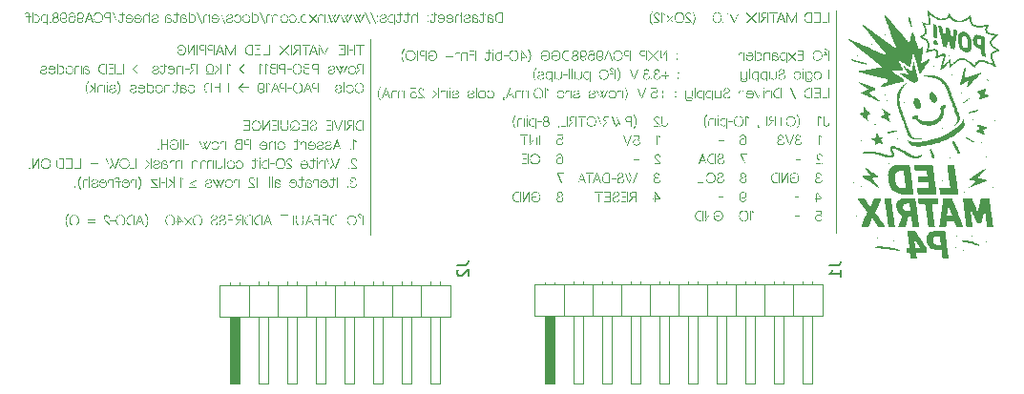
<source format=gbr>
%TF.GenerationSoftware,KiCad,Pcbnew,9.0.2*%
%TF.CreationDate,2025-07-25T11:54:52+02:00*%
%TF.ProjectId,LED_MATRIX,4c45445f-4d41-4545-9249-582e6b696361,rev?*%
%TF.SameCoordinates,Original*%
%TF.FileFunction,Legend,Bot*%
%TF.FilePolarity,Positive*%
%FSLAX46Y46*%
G04 Gerber Fmt 4.6, Leading zero omitted, Abs format (unit mm)*
G04 Created by KiCad (PCBNEW 9.0.2) date 2025-07-25 11:54:52*
%MOMM*%
%LPD*%
G01*
G04 APERTURE LIST*
%ADD10C,0.100000*%
%ADD11C,0.150000*%
%ADD12C,0.000000*%
%ADD13C,0.120000*%
%ADD14R,1.700000X1.700000*%
%ADD15C,1.700000*%
G04 APERTURE END LIST*
D10*
X71560000Y-130580000D02*
X71560000Y-147939414D01*
X112880000Y-147820000D02*
X112880000Y-128104899D01*
G36*
X83250541Y-129120601D02*
G01*
X83253326Y-129134895D01*
X83261776Y-129147223D01*
X83274245Y-129155560D01*
X83289742Y-129158398D01*
X83304030Y-129155623D01*
X83316303Y-129147223D01*
X83324705Y-129134900D01*
X83327477Y-129120601D01*
X83327477Y-128272834D01*
X83324703Y-128258546D01*
X83316303Y-128246273D01*
X83304025Y-128237825D01*
X83289742Y-128235037D01*
X83274250Y-128237888D01*
X83261776Y-128246273D01*
X83253328Y-128258550D01*
X83250541Y-128272834D01*
X83250541Y-129120601D01*
G37*
G36*
X83162430Y-128310570D02*
G01*
X83177871Y-128307874D01*
X83189724Y-128300128D01*
X83197470Y-128288275D01*
X83200166Y-128272834D01*
X83197551Y-128258490D01*
X83189724Y-128246273D01*
X83177805Y-128237911D01*
X83162430Y-128235037D01*
X83018327Y-128235037D01*
X82955766Y-128239318D01*
X82898692Y-128251773D01*
X82846258Y-128272101D01*
X82797263Y-128299977D01*
X82753315Y-128333923D01*
X82714000Y-128374256D01*
X82665348Y-128443431D01*
X82629370Y-128521840D01*
X82607408Y-128606098D01*
X82600000Y-128695313D01*
X82600000Y-128698122D01*
X82607366Y-128786220D01*
X82629370Y-128870924D01*
X82652020Y-128924702D01*
X82680198Y-128973749D01*
X82714000Y-129018507D01*
X82753242Y-129058449D01*
X82797190Y-129092412D01*
X82846258Y-129120662D01*
X82898727Y-129141369D01*
X82955796Y-129154043D01*
X83018327Y-129158398D01*
X83162430Y-129158398D01*
X83177811Y-129155538D01*
X83189724Y-129147223D01*
X83197553Y-129134956D01*
X83200166Y-129120601D01*
X83197551Y-129106256D01*
X83189724Y-129094040D01*
X83177811Y-129085725D01*
X83162430Y-129082865D01*
X83018327Y-129082865D01*
X82949982Y-129076763D01*
X82889872Y-129059163D01*
X82836427Y-129030414D01*
X82789203Y-128991702D01*
X82749721Y-128945335D01*
X82717542Y-128890463D01*
X82694408Y-128830912D01*
X82680337Y-128767080D01*
X82675532Y-128698122D01*
X82675532Y-128695313D01*
X82680369Y-128625424D01*
X82694471Y-128561395D01*
X82717542Y-128502300D01*
X82749685Y-128447861D01*
X82789162Y-128401726D01*
X82836427Y-128363082D01*
X82889876Y-128334298D01*
X82949985Y-128316679D01*
X83018327Y-128310570D01*
X83162430Y-128310570D01*
G37*
G36*
X81923081Y-129122005D02*
G01*
X81925707Y-129136355D01*
X81933583Y-129148628D01*
X81945447Y-129156940D01*
X81960816Y-129159802D01*
X81975115Y-129157029D01*
X81987439Y-129148628D01*
X81995841Y-129136304D01*
X81998613Y-129122005D01*
X81998613Y-128643534D01*
X82001791Y-128605092D01*
X82010464Y-128575164D01*
X82023831Y-128551943D01*
X82052808Y-128523911D01*
X82090265Y-128505048D01*
X82132810Y-128494661D01*
X82180452Y-128491065D01*
X82227045Y-128494455D01*
X82270028Y-128504376D01*
X82308214Y-128522284D01*
X82337195Y-128548401D01*
X82355625Y-128583020D01*
X82362352Y-128630955D01*
X82365137Y-128645249D01*
X82373587Y-128657578D01*
X82385860Y-128665977D01*
X82400148Y-128668752D01*
X82415529Y-128665892D01*
X82427442Y-128657578D01*
X82435271Y-128645310D01*
X82437884Y-128630955D01*
X82433050Y-128580130D01*
X82419531Y-128538820D01*
X82398011Y-128505048D01*
X82369250Y-128476275D01*
X82336100Y-128453282D01*
X82297994Y-128435805D01*
X82237758Y-128419405D01*
X82180452Y-128414128D01*
X82122104Y-128419625D01*
X82062299Y-128436538D01*
X82024754Y-128454520D01*
X81991808Y-128478410D01*
X81962954Y-128508589D01*
X81941628Y-128543764D01*
X81928011Y-128587952D01*
X81923081Y-128643534D01*
X81923081Y-129122005D01*
G37*
G36*
X82089532Y-129025468D02*
G01*
X82076572Y-129017995D01*
X82064375Y-129015699D01*
X82050092Y-129018486D01*
X82037814Y-129026934D01*
X82029366Y-129039212D01*
X82026579Y-129053495D01*
X82029722Y-129068879D01*
X82039157Y-129081461D01*
X82088038Y-129118334D01*
X82141312Y-129144415D01*
X82198258Y-129160159D01*
X82257449Y-129165419D01*
X82320403Y-129157054D01*
X82357596Y-129145537D01*
X82395935Y-129126951D01*
X82430601Y-129101167D01*
X82460293Y-129066074D01*
X82474556Y-129038740D01*
X82483612Y-129005606D01*
X82486855Y-128965324D01*
X82481096Y-128908159D01*
X82465178Y-128863230D01*
X82439890Y-128824421D01*
X82407842Y-128792583D01*
X82370525Y-128766670D01*
X82330173Y-128746421D01*
X82250427Y-128717722D01*
X82072741Y-128664538D01*
X82055411Y-128663306D01*
X82039890Y-128670828D01*
X82028887Y-128684586D01*
X82025174Y-128702335D01*
X82031946Y-128724409D01*
X82053140Y-128738666D01*
X82229423Y-128790446D01*
X82281908Y-128807594D01*
X82324616Y-128826166D01*
X82361328Y-128849856D01*
X82388241Y-128878617D01*
X82405063Y-128914592D01*
X82411322Y-128965324D01*
X82407948Y-128997813D01*
X82398669Y-129022910D01*
X82384028Y-129042321D01*
X82354427Y-129064712D01*
X82320403Y-129078652D01*
X82285015Y-129086201D01*
X82257449Y-129088422D01*
X82200444Y-129083814D01*
X82159508Y-129071691D01*
X82123340Y-129051888D01*
X82089532Y-129025468D01*
G37*
G36*
X81633775Y-128243464D02*
G01*
X81631001Y-128229175D01*
X81622601Y-128216902D01*
X81610273Y-128208453D01*
X81595979Y-128205667D01*
X81581695Y-128208455D01*
X81569417Y-128216902D01*
X81560970Y-128229180D01*
X81558182Y-128243464D01*
X81558182Y-128919162D01*
X81554256Y-128973640D01*
X81543782Y-129014361D01*
X81528140Y-129044397D01*
X81504615Y-129066698D01*
X81469094Y-129081397D01*
X81416888Y-129087018D01*
X81378579Y-129083574D01*
X81350508Y-129074387D01*
X81330181Y-129060456D01*
X81316040Y-129040548D01*
X81306093Y-129008635D01*
X81302155Y-128959706D01*
X81299540Y-128945362D01*
X81291713Y-128933145D01*
X81279799Y-128924830D01*
X81264419Y-128921970D01*
X81250131Y-128924745D01*
X81237858Y-128933145D01*
X81229410Y-128945422D01*
X81226622Y-128959706D01*
X81230599Y-129013274D01*
X81241488Y-129055629D01*
X81258224Y-129088986D01*
X81280478Y-129115044D01*
X81318878Y-129141892D01*
X81363750Y-129158281D01*
X81416888Y-129164015D01*
X81473757Y-129159000D01*
X81518840Y-129145167D01*
X81554596Y-129123546D01*
X81582729Y-129094040D01*
X81610432Y-129045067D01*
X81627686Y-128987459D01*
X81633775Y-128919162D01*
X81633775Y-128243464D01*
G37*
G36*
X81770857Y-128498087D02*
G01*
X81785155Y-128495315D01*
X81797479Y-128486913D01*
X81805881Y-128474589D01*
X81808653Y-128460290D01*
X81805879Y-128446002D01*
X81797479Y-128433729D01*
X81785151Y-128425279D01*
X81770857Y-128422494D01*
X81696729Y-128422494D01*
X81682445Y-128425281D01*
X81670167Y-128433729D01*
X81661720Y-128446007D01*
X81658932Y-128460290D01*
X81661718Y-128474585D01*
X81670167Y-128486913D01*
X81682441Y-128495313D01*
X81696729Y-128498087D01*
X81770857Y-128498087D01*
G37*
G36*
X81496633Y-128498087D02*
G01*
X81510932Y-128495315D01*
X81523255Y-128486913D01*
X81531657Y-128474589D01*
X81534430Y-128460290D01*
X81531655Y-128446002D01*
X81523255Y-128433729D01*
X81510927Y-128425279D01*
X81496633Y-128422494D01*
X81324564Y-128422494D01*
X81309189Y-128425367D01*
X81297270Y-128433729D01*
X81289395Y-128445951D01*
X81286767Y-128460290D01*
X81289393Y-128474641D01*
X81297270Y-128486913D01*
X81309184Y-128495227D01*
X81324564Y-128498087D01*
X81496633Y-128498087D01*
G37*
G36*
X80574860Y-129122005D02*
G01*
X80577486Y-129136355D01*
X80585363Y-129148628D01*
X80597226Y-129156940D01*
X80612596Y-129159802D01*
X80626895Y-129157029D01*
X80639218Y-129148628D01*
X80647620Y-129136304D01*
X80650393Y-129122005D01*
X80650393Y-128643534D01*
X80653570Y-128605092D01*
X80662244Y-128575164D01*
X80675611Y-128551943D01*
X80704588Y-128523911D01*
X80742045Y-128505048D01*
X80784589Y-128494661D01*
X80832231Y-128491065D01*
X80878825Y-128494455D01*
X80921807Y-128504376D01*
X80959994Y-128522284D01*
X80988974Y-128548401D01*
X81007404Y-128583020D01*
X81014131Y-128630955D01*
X81016917Y-128645249D01*
X81025366Y-128657578D01*
X81037639Y-128665977D01*
X81051928Y-128668752D01*
X81067308Y-128665892D01*
X81079222Y-128657578D01*
X81087051Y-128645310D01*
X81089663Y-128630955D01*
X81084829Y-128580130D01*
X81071310Y-128538820D01*
X81049791Y-128505048D01*
X81021029Y-128476275D01*
X80987879Y-128453282D01*
X80949773Y-128435805D01*
X80889537Y-128419405D01*
X80832231Y-128414128D01*
X80773884Y-128419625D01*
X80714079Y-128436538D01*
X80676534Y-128454520D01*
X80643588Y-128478410D01*
X80614733Y-128508589D01*
X80593408Y-128543764D01*
X80579791Y-128587952D01*
X80574860Y-128643534D01*
X80574860Y-129122005D01*
G37*
G36*
X80741312Y-129025468D02*
G01*
X80728352Y-129017995D01*
X80716155Y-129015699D01*
X80701871Y-129018486D01*
X80689594Y-129026934D01*
X80681146Y-129039212D01*
X80678358Y-129053495D01*
X80681501Y-129068879D01*
X80690937Y-129081461D01*
X80739817Y-129118334D01*
X80793091Y-129144415D01*
X80850038Y-129160159D01*
X80909229Y-129165419D01*
X80972182Y-129157054D01*
X81009376Y-129145537D01*
X81047715Y-129126951D01*
X81082380Y-129101167D01*
X81112073Y-129066074D01*
X81126335Y-129038740D01*
X81135391Y-129005606D01*
X81138634Y-128965324D01*
X81132876Y-128908159D01*
X81116957Y-128863230D01*
X81091670Y-128824421D01*
X81059621Y-128792583D01*
X81022305Y-128766670D01*
X80981952Y-128746421D01*
X80902207Y-128717722D01*
X80724520Y-128664538D01*
X80707191Y-128663306D01*
X80691670Y-128670828D01*
X80680667Y-128684586D01*
X80676954Y-128702335D01*
X80683725Y-128724409D01*
X80704920Y-128738666D01*
X80881202Y-128790446D01*
X80933687Y-128807594D01*
X80976396Y-128826166D01*
X81013107Y-128849856D01*
X81040021Y-128878617D01*
X81056842Y-128914592D01*
X81063102Y-128965324D01*
X81059727Y-128997813D01*
X81050448Y-129022910D01*
X81035808Y-129042321D01*
X81006207Y-129064712D01*
X80972182Y-129078652D01*
X80936795Y-129086201D01*
X80909229Y-129088422D01*
X80852224Y-129083814D01*
X80811288Y-129071691D01*
X80775120Y-129051888D01*
X80741312Y-129025468D01*
G37*
G36*
X80200192Y-128414128D02*
G01*
X80184812Y-128416988D01*
X80172898Y-128425303D01*
X80165083Y-128437718D01*
X80162395Y-128453268D01*
X80165021Y-128467619D01*
X80172898Y-128479891D01*
X80184812Y-128488205D01*
X80200192Y-128491065D01*
X80238375Y-128494610D01*
X80272370Y-128504898D01*
X80303018Y-128521840D01*
X80327542Y-128545200D01*
X80342046Y-128573570D01*
X80347104Y-128608607D01*
X80343655Y-128638096D01*
X80334012Y-128661410D01*
X80318405Y-128679987D01*
X80286321Y-128701421D01*
X80242873Y-128717722D01*
X80140047Y-128737994D01*
X80028123Y-128756191D01*
X79973678Y-128769185D01*
X79925297Y-128786294D01*
X79882592Y-128810511D01*
X79849764Y-128842958D01*
X79834423Y-128869128D01*
X79824615Y-128901898D01*
X79821066Y-128942975D01*
X79825500Y-128987325D01*
X79838343Y-129026355D01*
X79859534Y-129061189D01*
X79887606Y-129091325D01*
X79921844Y-129116941D01*
X79963093Y-129138125D01*
X80030705Y-129158387D01*
X80107868Y-129165419D01*
X80183163Y-129160616D01*
X80246707Y-129147130D01*
X80300371Y-129125967D01*
X80345700Y-129097581D01*
X80384488Y-129060415D01*
X80411601Y-129018348D01*
X80428087Y-128970390D01*
X80433810Y-128914948D01*
X80430973Y-128899452D01*
X80422636Y-128886983D01*
X80410363Y-128878583D01*
X80396075Y-128875809D01*
X80380694Y-128878668D01*
X80368781Y-128886983D01*
X80360965Y-128899398D01*
X80358278Y-128914948D01*
X80351138Y-128966883D01*
X80330784Y-129008744D01*
X80296729Y-129042993D01*
X80253133Y-129066453D01*
X80191998Y-129082377D01*
X80107868Y-129088422D01*
X80043494Y-129083553D01*
X79993161Y-129070280D01*
X79953995Y-129049954D01*
X79922702Y-129020728D01*
X79904355Y-128985721D01*
X79898002Y-128942975D01*
X79901454Y-128913447D01*
X79911100Y-128890137D01*
X79926701Y-128871595D01*
X79958743Y-128850168D01*
X80002233Y-128833860D01*
X80050337Y-128822835D01*
X80105059Y-128814259D01*
X80216251Y-128797468D01*
X80270011Y-128784852D01*
X80318405Y-128767365D01*
X80361099Y-128742459D01*
X80393999Y-128709357D01*
X80409333Y-128682735D01*
X80419109Y-128649693D01*
X80422636Y-128608607D01*
X80419003Y-128572329D01*
X80408323Y-128539244D01*
X80390457Y-128508589D01*
X80353774Y-128469413D01*
X80307231Y-128439347D01*
X80254795Y-128420404D01*
X80200192Y-128414128D01*
G37*
G36*
X79850436Y-128633764D02*
G01*
X79853222Y-128648058D01*
X79861671Y-128660386D01*
X79873944Y-128668786D01*
X79888233Y-128671560D01*
X79903613Y-128668701D01*
X79915527Y-128660386D01*
X79923356Y-128648119D01*
X79925968Y-128633764D01*
X79931557Y-128588415D01*
X79947060Y-128553587D01*
X79972130Y-128526724D01*
X80004397Y-128506872D01*
X80039104Y-128495069D01*
X80077094Y-128491065D01*
X80092474Y-128488205D01*
X80104388Y-128479891D01*
X80112217Y-128467623D01*
X80114829Y-128453268D01*
X80112156Y-128437713D01*
X80104388Y-128425303D01*
X80092474Y-128416988D01*
X80077094Y-128414128D01*
X80021241Y-128420921D01*
X79967978Y-128441423D01*
X79920972Y-128474053D01*
X79883348Y-128517626D01*
X79865334Y-128551620D01*
X79854277Y-128589995D01*
X79850436Y-128633764D01*
G37*
G36*
X79605338Y-129120601D02*
G01*
X79608124Y-129134895D01*
X79616574Y-129147223D01*
X79629043Y-129155560D01*
X79644539Y-129158398D01*
X79658838Y-129155625D01*
X79671162Y-129147223D01*
X79679564Y-129134900D01*
X79682336Y-129120601D01*
X79682336Y-128243464D01*
X79679562Y-128229175D01*
X79671162Y-128216902D01*
X79658834Y-128208453D01*
X79644539Y-128205667D01*
X79629047Y-128208518D01*
X79616574Y-128216902D01*
X79608126Y-128229180D01*
X79605338Y-128243464D01*
X79605338Y-129120601D01*
G37*
G36*
X79497627Y-128534418D02*
G01*
X79505737Y-128539574D01*
X79517228Y-128541440D01*
X79532608Y-128538580D01*
X79544522Y-128530266D01*
X79552398Y-128517994D01*
X79555024Y-128503643D01*
X79550665Y-128484119D01*
X79538233Y-128471464D01*
X79495841Y-128447839D01*
X79448657Y-128429516D01*
X79398675Y-128418032D01*
X79345159Y-128414128D01*
X79289773Y-128417496D01*
X79240130Y-128427198D01*
X79195438Y-128442827D01*
X79154624Y-128465636D01*
X79120351Y-128495487D01*
X79091940Y-128533014D01*
X79071826Y-128575688D01*
X79058844Y-128628542D01*
X79054143Y-128693909D01*
X79054143Y-129120601D01*
X79056929Y-129134895D01*
X79065379Y-129147223D01*
X79077652Y-129155623D01*
X79091940Y-129158398D01*
X79107437Y-129155560D01*
X79119906Y-129147223D01*
X79128307Y-129134900D01*
X79131080Y-129120601D01*
X79131080Y-128693909D01*
X79135273Y-128636358D01*
X79146540Y-128592707D01*
X79163501Y-128559959D01*
X79185668Y-128535822D01*
X79224553Y-128512273D01*
X79276448Y-128496805D01*
X79345159Y-128491065D01*
X79387594Y-128493939D01*
X79426308Y-128502300D01*
X79462982Y-128515906D01*
X79497627Y-128534418D01*
G37*
G36*
X78278733Y-128754053D02*
G01*
X78281506Y-128768352D01*
X78289908Y-128780676D01*
X78302181Y-128789076D01*
X78316469Y-128791850D01*
X78331849Y-128788990D01*
X78343763Y-128780676D01*
X78351640Y-128768404D01*
X78354266Y-128754053D01*
X78359247Y-128687356D01*
X78372995Y-128633701D01*
X78394306Y-128590604D01*
X78422837Y-128556156D01*
X78458983Y-128527757D01*
X78498711Y-128507606D01*
X78542751Y-128495308D01*
X78592097Y-128491065D01*
X78647908Y-128495600D01*
X78696451Y-128508579D01*
X78739009Y-128529533D01*
X78776777Y-128558291D01*
X78807860Y-128593061D01*
X78832737Y-128634497D01*
X78850297Y-128679814D01*
X78861154Y-128730102D01*
X78864916Y-128786232D01*
X78861134Y-128844301D01*
X78850257Y-128895993D01*
X78832737Y-128942243D01*
X78807810Y-128984579D01*
X78776715Y-129020026D01*
X78739009Y-129049282D01*
X78696410Y-129070618D01*
X78647869Y-129083815D01*
X78592097Y-129088422D01*
X78533756Y-129084764D01*
X78487925Y-129074826D01*
X78452207Y-129059784D01*
X78406599Y-129026820D01*
X78377346Y-128989137D01*
X78359744Y-128946807D01*
X78354266Y-128907988D01*
X78351638Y-128893648D01*
X78343763Y-128881426D01*
X78331844Y-128873064D01*
X78316469Y-128870191D01*
X78302185Y-128872978D01*
X78289908Y-128881426D01*
X78281508Y-128893699D01*
X78278733Y-128907988D01*
X78282888Y-128947449D01*
X78296258Y-128991946D01*
X78318378Y-129034665D01*
X78351518Y-129075904D01*
X78393641Y-129110868D01*
X78448726Y-129140262D01*
X78511854Y-129158697D01*
X78592097Y-129165419D01*
X78661442Y-129159468D01*
X78722502Y-129142316D01*
X78776806Y-129114373D01*
X78824948Y-129076462D01*
X78865122Y-129030804D01*
X78897828Y-128976559D01*
X78921328Y-128917424D01*
X78935588Y-128854263D01*
X78940448Y-128786232D01*
X78935567Y-128719209D01*
X78921292Y-128657493D01*
X78897828Y-128600180D01*
X78865279Y-128547687D01*
X78825127Y-128502916D01*
X78776806Y-128465175D01*
X78722502Y-128437231D01*
X78661442Y-128420080D01*
X78592097Y-128414128D01*
X78537137Y-128418549D01*
X78485628Y-128431600D01*
X78436820Y-128453329D01*
X78392743Y-128483219D01*
X78354635Y-128521373D01*
X78322087Y-128568734D01*
X78298670Y-128621200D01*
X78283938Y-128682390D01*
X78278733Y-128754053D01*
G37*
G36*
X78796345Y-128791850D02*
G01*
X78810644Y-128789078D01*
X78822968Y-128780676D01*
X78831369Y-128768352D01*
X78834142Y-128754053D01*
X78831280Y-128738684D01*
X78822968Y-128726820D01*
X78810695Y-128718944D01*
X78796345Y-128716318D01*
X78417219Y-128716318D01*
X78402879Y-128718946D01*
X78390658Y-128726820D01*
X78382298Y-128738689D01*
X78379423Y-128754053D01*
X78382208Y-128768348D01*
X78390658Y-128780676D01*
X78402931Y-128789076D01*
X78417219Y-128791850D01*
X78796345Y-128791850D01*
G37*
G36*
X77515719Y-128754053D02*
G01*
X77518491Y-128768352D01*
X77526893Y-128780676D01*
X77539166Y-128789076D01*
X77553454Y-128791850D01*
X77568835Y-128788990D01*
X77580748Y-128780676D01*
X77588625Y-128768404D01*
X77591251Y-128754053D01*
X77596233Y-128687356D01*
X77609981Y-128633701D01*
X77631291Y-128590604D01*
X77659822Y-128556156D01*
X77695969Y-128527757D01*
X77735697Y-128507606D01*
X77779736Y-128495308D01*
X77829082Y-128491065D01*
X77884893Y-128495600D01*
X77933437Y-128508579D01*
X77975994Y-128529533D01*
X78013762Y-128558291D01*
X78044845Y-128593061D01*
X78069723Y-128634497D01*
X78087283Y-128679814D01*
X78098139Y-128730102D01*
X78101902Y-128786232D01*
X78098119Y-128844301D01*
X78087242Y-128895993D01*
X78069723Y-128942243D01*
X78044795Y-128984579D01*
X78013700Y-129020026D01*
X77975994Y-129049282D01*
X77933395Y-129070618D01*
X77884855Y-129083815D01*
X77829082Y-129088422D01*
X77770741Y-129084764D01*
X77724910Y-129074826D01*
X77689192Y-129059784D01*
X77643585Y-129026820D01*
X77614332Y-128989137D01*
X77596730Y-128946807D01*
X77591251Y-128907988D01*
X77588623Y-128893648D01*
X77580748Y-128881426D01*
X77568830Y-128873064D01*
X77553454Y-128870191D01*
X77539171Y-128872978D01*
X77526893Y-128881426D01*
X77518493Y-128893699D01*
X77515719Y-128907988D01*
X77519873Y-128947449D01*
X77533243Y-128991946D01*
X77555364Y-129034665D01*
X77588503Y-129075904D01*
X77630627Y-129110868D01*
X77685712Y-129140262D01*
X77748840Y-129158697D01*
X77829082Y-129165419D01*
X77898427Y-129159468D01*
X77959488Y-129142316D01*
X78013791Y-129114373D01*
X78061933Y-129076462D01*
X78102107Y-129030804D01*
X78134813Y-128976559D01*
X78158314Y-128917424D01*
X78172573Y-128854263D01*
X78177434Y-128786232D01*
X78172553Y-128719209D01*
X78158278Y-128657493D01*
X78134813Y-128600180D01*
X78102264Y-128547687D01*
X78062113Y-128502916D01*
X78013791Y-128465175D01*
X77959488Y-128437231D01*
X77898427Y-128420080D01*
X77829082Y-128414128D01*
X77774123Y-128418549D01*
X77722613Y-128431600D01*
X77673805Y-128453329D01*
X77629729Y-128483219D01*
X77591620Y-128521373D01*
X77559072Y-128568734D01*
X77535655Y-128621200D01*
X77520924Y-128682390D01*
X77515719Y-128754053D01*
G37*
G36*
X78033330Y-128791850D02*
G01*
X78047629Y-128789078D01*
X78059953Y-128780676D01*
X78068355Y-128768352D01*
X78071127Y-128754053D01*
X78068265Y-128738684D01*
X78059953Y-128726820D01*
X78047681Y-128718944D01*
X78033330Y-128716318D01*
X77654204Y-128716318D01*
X77639865Y-128718946D01*
X77627643Y-128726820D01*
X77619283Y-128738689D01*
X77616408Y-128754053D01*
X77619193Y-128768348D01*
X77627643Y-128780676D01*
X77639916Y-128789076D01*
X77654204Y-128791850D01*
X78033330Y-128791850D01*
G37*
G36*
X77264759Y-128243464D02*
G01*
X77261985Y-128229175D01*
X77253585Y-128216902D01*
X77241257Y-128208453D01*
X77226963Y-128205667D01*
X77212679Y-128208455D01*
X77200401Y-128216902D01*
X77191954Y-128229180D01*
X77189166Y-128243464D01*
X77189166Y-128919162D01*
X77185240Y-128973640D01*
X77174766Y-129014361D01*
X77159124Y-129044397D01*
X77135599Y-129066698D01*
X77100078Y-129081397D01*
X77047872Y-129087018D01*
X77009563Y-129083574D01*
X76981492Y-129074387D01*
X76961165Y-129060456D01*
X76947024Y-129040548D01*
X76937077Y-129008635D01*
X76933139Y-128959706D01*
X76930524Y-128945362D01*
X76922697Y-128933145D01*
X76910783Y-128924830D01*
X76895403Y-128921970D01*
X76881115Y-128924745D01*
X76868842Y-128933145D01*
X76860394Y-128945422D01*
X76857606Y-128959706D01*
X76861583Y-129013274D01*
X76872472Y-129055629D01*
X76889208Y-129088986D01*
X76911462Y-129115044D01*
X76949862Y-129141892D01*
X76994734Y-129158281D01*
X77047872Y-129164015D01*
X77104741Y-129159000D01*
X77149824Y-129145167D01*
X77185580Y-129123546D01*
X77213712Y-129094040D01*
X77241416Y-129045067D01*
X77258670Y-128987459D01*
X77264759Y-128919162D01*
X77264759Y-128243464D01*
G37*
G36*
X77401841Y-128498087D02*
G01*
X77416139Y-128495315D01*
X77428463Y-128486913D01*
X77436865Y-128474589D01*
X77439637Y-128460290D01*
X77436863Y-128446002D01*
X77428463Y-128433729D01*
X77416135Y-128425279D01*
X77401841Y-128422494D01*
X77327713Y-128422494D01*
X77313429Y-128425281D01*
X77301151Y-128433729D01*
X77292704Y-128446007D01*
X77289916Y-128460290D01*
X77292702Y-128474585D01*
X77301151Y-128486913D01*
X77313424Y-128495313D01*
X77327713Y-128498087D01*
X77401841Y-128498087D01*
G37*
G36*
X77127617Y-128498087D02*
G01*
X77141916Y-128495315D01*
X77154239Y-128486913D01*
X77162641Y-128474589D01*
X77165413Y-128460290D01*
X77162639Y-128446002D01*
X77154239Y-128433729D01*
X77141911Y-128425279D01*
X77127617Y-128422494D01*
X76955548Y-128422494D01*
X76940173Y-128425367D01*
X76928254Y-128433729D01*
X76920379Y-128445951D01*
X76917751Y-128460290D01*
X76920377Y-128474641D01*
X76928254Y-128486913D01*
X76940168Y-128495227D01*
X76955548Y-128498087D01*
X77127617Y-128498087D01*
G37*
G36*
X76685659Y-129089887D02*
G01*
X76707799Y-129085564D01*
X76726998Y-129072424D01*
X76740138Y-129053225D01*
X76744461Y-129031086D01*
X76739965Y-129006836D01*
X76726998Y-128988466D01*
X76707901Y-128976376D01*
X76685659Y-128972346D01*
X76663481Y-128976375D01*
X76644443Y-128988466D01*
X76631428Y-129006842D01*
X76626919Y-129031086D01*
X76631255Y-129053221D01*
X76644443Y-129072424D01*
X76663583Y-129085565D01*
X76685659Y-129089887D01*
G37*
G36*
X76685659Y-128621185D02*
G01*
X76707799Y-128616862D01*
X76726998Y-128603722D01*
X76740138Y-128584523D01*
X76744461Y-128562384D01*
X76739965Y-128538134D01*
X76726998Y-128519764D01*
X76707901Y-128507674D01*
X76685659Y-128503643D01*
X76663481Y-128507673D01*
X76644443Y-128519764D01*
X76631428Y-128538140D01*
X76626919Y-128562384D01*
X76631255Y-128584519D01*
X76644443Y-128603722D01*
X76663583Y-128616863D01*
X76685659Y-128621185D01*
G37*
G36*
X75730670Y-129120601D02*
G01*
X75733456Y-129134895D01*
X75741905Y-129147223D01*
X75754374Y-129155560D01*
X75769871Y-129158398D01*
X75784170Y-129155625D01*
X75796493Y-129147223D01*
X75804895Y-129134900D01*
X75807667Y-129120601D01*
X75807667Y-128243464D01*
X75804893Y-128229175D01*
X75796493Y-128216902D01*
X75784165Y-128208453D01*
X75769871Y-128205667D01*
X75754379Y-128208518D01*
X75741905Y-128216902D01*
X75733457Y-128229180D01*
X75730670Y-128243464D01*
X75730670Y-129120601D01*
G37*
G36*
X75622959Y-128534418D02*
G01*
X75631068Y-128539574D01*
X75642559Y-128541440D01*
X75657940Y-128538580D01*
X75669853Y-128530266D01*
X75677730Y-128517994D01*
X75680356Y-128503643D01*
X75675996Y-128484119D01*
X75663564Y-128471464D01*
X75621172Y-128447839D01*
X75573988Y-128429516D01*
X75524007Y-128418032D01*
X75470490Y-128414128D01*
X75415104Y-128417496D01*
X75365461Y-128427198D01*
X75320769Y-128442827D01*
X75279955Y-128465636D01*
X75245683Y-128495487D01*
X75217271Y-128533014D01*
X75197158Y-128575688D01*
X75184175Y-128628542D01*
X75179475Y-128693909D01*
X75179475Y-129120601D01*
X75182260Y-129134895D01*
X75190710Y-129147223D01*
X75202983Y-129155623D01*
X75217271Y-129158398D01*
X75232768Y-129155560D01*
X75245237Y-129147223D01*
X75253639Y-129134900D01*
X75256411Y-129120601D01*
X75256411Y-128693909D01*
X75260604Y-128636358D01*
X75271872Y-128592707D01*
X75288832Y-128559959D01*
X75311000Y-128535822D01*
X75349884Y-128512273D01*
X75401780Y-128496805D01*
X75470490Y-128491065D01*
X75512925Y-128493939D01*
X75551640Y-128502300D01*
X75588313Y-128515906D01*
X75622959Y-128534418D01*
G37*
G36*
X74903419Y-128243464D02*
G01*
X74900645Y-128229175D01*
X74892245Y-128216902D01*
X74879917Y-128208453D01*
X74865623Y-128205667D01*
X74851339Y-128208455D01*
X74839061Y-128216902D01*
X74830614Y-128229180D01*
X74827826Y-128243464D01*
X74827826Y-128919162D01*
X74823900Y-128973640D01*
X74813426Y-129014361D01*
X74797784Y-129044397D01*
X74774259Y-129066698D01*
X74738738Y-129081397D01*
X74686532Y-129087018D01*
X74648224Y-129083574D01*
X74620152Y-129074387D01*
X74599826Y-129060456D01*
X74585684Y-129040548D01*
X74575737Y-129008635D01*
X74571799Y-128959706D01*
X74569184Y-128945362D01*
X74561357Y-128933145D01*
X74549443Y-128924830D01*
X74534063Y-128921970D01*
X74519775Y-128924745D01*
X74507502Y-128933145D01*
X74499054Y-128945422D01*
X74496267Y-128959706D01*
X74500243Y-129013274D01*
X74511132Y-129055629D01*
X74527869Y-129088986D01*
X74550122Y-129115044D01*
X74588522Y-129141892D01*
X74633394Y-129158281D01*
X74686532Y-129164015D01*
X74743401Y-129159000D01*
X74788484Y-129145167D01*
X74824240Y-129123546D01*
X74852373Y-129094040D01*
X74880076Y-129045067D01*
X74897330Y-128987459D01*
X74903419Y-128919162D01*
X74903419Y-128243464D01*
G37*
G36*
X75040501Y-128498087D02*
G01*
X75054800Y-128495315D01*
X75067123Y-128486913D01*
X75075525Y-128474589D01*
X75078297Y-128460290D01*
X75075523Y-128446002D01*
X75067123Y-128433729D01*
X75054795Y-128425279D01*
X75040501Y-128422494D01*
X74966373Y-128422494D01*
X74952089Y-128425281D01*
X74939812Y-128433729D01*
X74931364Y-128446007D01*
X74928576Y-128460290D01*
X74931362Y-128474585D01*
X74939812Y-128486913D01*
X74952085Y-128495313D01*
X74966373Y-128498087D01*
X75040501Y-128498087D01*
G37*
G36*
X74766277Y-128498087D02*
G01*
X74780576Y-128495315D01*
X74792900Y-128486913D01*
X74801301Y-128474589D01*
X74804074Y-128460290D01*
X74801299Y-128446002D01*
X74792900Y-128433729D01*
X74780571Y-128425279D01*
X74766277Y-128422494D01*
X74594208Y-128422494D01*
X74578833Y-128425367D01*
X74566914Y-128433729D01*
X74559039Y-128445951D01*
X74556411Y-128460290D01*
X74559037Y-128474641D01*
X74566914Y-128486913D01*
X74578828Y-128495227D01*
X74594208Y-128498087D01*
X74766277Y-128498087D01*
G37*
G36*
X74258618Y-128243464D02*
G01*
X74255844Y-128229175D01*
X74247444Y-128216902D01*
X74235116Y-128208453D01*
X74220822Y-128205667D01*
X74206538Y-128208455D01*
X74194260Y-128216902D01*
X74185813Y-128229180D01*
X74183025Y-128243464D01*
X74183025Y-128919162D01*
X74179099Y-128973640D01*
X74168625Y-129014361D01*
X74152983Y-129044397D01*
X74129458Y-129066698D01*
X74093937Y-129081397D01*
X74041731Y-129087018D01*
X74003422Y-129083574D01*
X73975351Y-129074387D01*
X73955024Y-129060456D01*
X73940883Y-129040548D01*
X73930936Y-129008635D01*
X73926998Y-128959706D01*
X73924383Y-128945362D01*
X73916556Y-128933145D01*
X73904642Y-128924830D01*
X73889262Y-128921970D01*
X73874974Y-128924745D01*
X73862701Y-128933145D01*
X73854253Y-128945422D01*
X73851465Y-128959706D01*
X73855442Y-129013274D01*
X73866331Y-129055629D01*
X73883067Y-129088986D01*
X73905321Y-129115044D01*
X73943721Y-129141892D01*
X73988593Y-129158281D01*
X74041731Y-129164015D01*
X74098600Y-129159000D01*
X74143683Y-129145167D01*
X74179439Y-129123546D01*
X74207572Y-129094040D01*
X74235275Y-129045067D01*
X74252529Y-128987459D01*
X74258618Y-128919162D01*
X74258618Y-128243464D01*
G37*
G36*
X74395700Y-128498087D02*
G01*
X74409998Y-128495315D01*
X74422322Y-128486913D01*
X74430724Y-128474589D01*
X74433496Y-128460290D01*
X74430722Y-128446002D01*
X74422322Y-128433729D01*
X74409994Y-128425279D01*
X74395700Y-128422494D01*
X74321572Y-128422494D01*
X74307288Y-128425281D01*
X74295010Y-128433729D01*
X74286563Y-128446007D01*
X74283775Y-128460290D01*
X74286561Y-128474585D01*
X74295010Y-128486913D01*
X74307284Y-128495313D01*
X74321572Y-128498087D01*
X74395700Y-128498087D01*
G37*
G36*
X74121476Y-128498087D02*
G01*
X74135775Y-128495315D01*
X74148098Y-128486913D01*
X74156500Y-128474589D01*
X74159273Y-128460290D01*
X74156498Y-128446002D01*
X74148098Y-128433729D01*
X74135770Y-128425279D01*
X74121476Y-128422494D01*
X73949407Y-128422494D01*
X73934032Y-128425367D01*
X73922113Y-128433729D01*
X73914238Y-128445951D01*
X73911610Y-128460290D01*
X73914236Y-128474641D01*
X73922113Y-128486913D01*
X73934027Y-128495227D01*
X73949407Y-128498087D01*
X74121476Y-128498087D01*
G37*
G36*
X73542437Y-128520435D02*
G01*
X73560633Y-128526053D01*
X73576014Y-128523193D01*
X73587927Y-128514879D01*
X73595804Y-128502606D01*
X73598430Y-128488256D01*
X73593826Y-128468585D01*
X73580234Y-128454673D01*
X73545124Y-128437686D01*
X73505373Y-128425303D01*
X73463688Y-128417988D01*
X73420743Y-128415533D01*
X73354248Y-128421499D01*
X73296251Y-128438650D01*
X73245133Y-128466580D01*
X73200100Y-128504142D01*
X73162456Y-128549109D01*
X73131804Y-128602318D01*
X73109834Y-128659908D01*
X73096484Y-128721422D01*
X73091931Y-128787637D01*
X73096505Y-128855778D01*
X73109878Y-128918704D01*
X73131804Y-128977230D01*
X73162528Y-129031304D01*
X73200184Y-129076713D01*
X73245133Y-129114373D01*
X73296251Y-129142303D01*
X73354248Y-129159453D01*
X73420743Y-129165419D01*
X73477100Y-129159990D01*
X73530411Y-129143811D01*
X73581638Y-129116449D01*
X73594025Y-129104914D01*
X73598430Y-129085674D01*
X73595743Y-129070124D01*
X73587927Y-129057708D01*
X73576009Y-129049347D01*
X73560633Y-129046473D01*
X73549142Y-129048339D01*
X73541033Y-129053495D01*
X73502542Y-129073005D01*
X73462664Y-129084550D01*
X73420743Y-129088422D01*
X73362009Y-129082792D01*
X73312419Y-129066788D01*
X73270140Y-129040909D01*
X73233958Y-129004525D01*
X73205753Y-128961131D01*
X73185068Y-128911325D01*
X73172090Y-128853964D01*
X73167524Y-128787637D01*
X73171057Y-128731409D01*
X73181231Y-128681110D01*
X73197627Y-128635901D01*
X73220956Y-128594183D01*
X73249761Y-128559452D01*
X73284334Y-128530938D01*
X73323722Y-128509948D01*
X73368762Y-128496994D01*
X73420743Y-128492469D01*
X73467605Y-128495820D01*
X73507805Y-128505319D01*
X73542437Y-128520435D01*
G37*
G36*
X73648744Y-129301096D02*
G01*
X73651617Y-129316472D01*
X73659979Y-129328391D01*
X73672395Y-129336206D01*
X73687945Y-129338893D01*
X73702295Y-129336267D01*
X73714567Y-129328391D01*
X73722882Y-129316477D01*
X73725741Y-129301096D01*
X73725741Y-128460290D01*
X73722967Y-128446002D01*
X73714567Y-128433729D01*
X73702239Y-128425279D01*
X73687945Y-128422494D01*
X73672453Y-128425345D01*
X73659979Y-128433729D01*
X73651531Y-128446007D01*
X73648744Y-128460290D01*
X73648744Y-129301096D01*
G37*
G36*
X72755670Y-128414128D02*
G01*
X72740290Y-128416988D01*
X72728376Y-128425303D01*
X72720561Y-128437718D01*
X72717873Y-128453268D01*
X72720499Y-128467619D01*
X72728376Y-128479891D01*
X72740290Y-128488205D01*
X72755670Y-128491065D01*
X72793853Y-128494610D01*
X72827848Y-128504898D01*
X72858496Y-128521840D01*
X72883020Y-128545200D01*
X72897524Y-128573570D01*
X72902582Y-128608607D01*
X72899133Y-128638096D01*
X72889490Y-128661410D01*
X72873883Y-128679987D01*
X72841799Y-128701421D01*
X72798351Y-128717722D01*
X72695525Y-128737994D01*
X72583601Y-128756191D01*
X72529156Y-128769185D01*
X72480775Y-128786294D01*
X72438070Y-128810511D01*
X72405243Y-128842958D01*
X72389901Y-128869128D01*
X72380093Y-128901898D01*
X72376544Y-128942975D01*
X72380978Y-128987325D01*
X72393821Y-129026355D01*
X72415012Y-129061189D01*
X72443084Y-129091325D01*
X72477322Y-129116941D01*
X72518571Y-129138125D01*
X72586183Y-129158387D01*
X72663346Y-129165419D01*
X72738641Y-129160616D01*
X72802185Y-129147130D01*
X72855849Y-129125967D01*
X72901178Y-129097581D01*
X72939966Y-129060415D01*
X72967079Y-129018348D01*
X72983565Y-128970390D01*
X72989288Y-128914948D01*
X72986451Y-128899452D01*
X72978114Y-128886983D01*
X72965841Y-128878583D01*
X72951553Y-128875809D01*
X72936172Y-128878668D01*
X72924259Y-128886983D01*
X72916443Y-128899398D01*
X72913756Y-128914948D01*
X72906616Y-128966883D01*
X72886262Y-129008744D01*
X72852207Y-129042993D01*
X72808611Y-129066453D01*
X72747476Y-129082377D01*
X72663346Y-129088422D01*
X72598972Y-129083553D01*
X72548639Y-129070280D01*
X72509473Y-129049954D01*
X72478180Y-129020728D01*
X72459833Y-128985721D01*
X72453480Y-128942975D01*
X72456932Y-128913447D01*
X72466578Y-128890137D01*
X72482179Y-128871595D01*
X72514221Y-128850168D01*
X72557711Y-128833860D01*
X72605815Y-128822835D01*
X72660537Y-128814259D01*
X72771729Y-128797468D01*
X72825489Y-128784852D01*
X72873883Y-128767365D01*
X72916577Y-128742459D01*
X72949477Y-128709357D01*
X72964811Y-128682735D01*
X72974587Y-128649693D01*
X72978114Y-128608607D01*
X72974481Y-128572329D01*
X72963801Y-128539244D01*
X72945935Y-128508589D01*
X72909252Y-128469413D01*
X72862709Y-128439347D01*
X72810273Y-128420404D01*
X72755670Y-128414128D01*
G37*
G36*
X72405914Y-128633764D02*
G01*
X72408700Y-128648058D01*
X72417149Y-128660386D01*
X72429422Y-128668786D01*
X72443711Y-128671560D01*
X72459091Y-128668701D01*
X72471005Y-128660386D01*
X72478834Y-128648119D01*
X72481446Y-128633764D01*
X72487035Y-128588415D01*
X72502538Y-128553587D01*
X72527608Y-128526724D01*
X72559875Y-128506872D01*
X72594582Y-128495069D01*
X72632572Y-128491065D01*
X72647952Y-128488205D01*
X72659866Y-128479891D01*
X72667695Y-128467623D01*
X72670307Y-128453268D01*
X72667634Y-128437713D01*
X72659866Y-128425303D01*
X72647952Y-128416988D01*
X72632572Y-128414128D01*
X72576719Y-128420921D01*
X72523456Y-128441423D01*
X72476450Y-128474053D01*
X72438826Y-128517626D01*
X72420812Y-128551620D01*
X72409755Y-128589995D01*
X72405914Y-128633764D01*
G37*
G36*
X72191591Y-129089887D02*
G01*
X72213731Y-129085564D01*
X72232929Y-129072424D01*
X72246070Y-129053225D01*
X72250393Y-129031086D01*
X72245897Y-129006836D01*
X72232929Y-128988466D01*
X72213833Y-128976376D01*
X72191591Y-128972346D01*
X72169412Y-128976375D01*
X72150375Y-128988466D01*
X72137360Y-129006842D01*
X72132851Y-129031086D01*
X72137187Y-129053221D01*
X72150375Y-129072424D01*
X72169514Y-129085565D01*
X72191591Y-129089887D01*
G37*
G36*
X72191591Y-128621185D02*
G01*
X72213731Y-128616862D01*
X72232929Y-128603722D01*
X72246070Y-128584523D01*
X72250393Y-128562384D01*
X72245897Y-128538134D01*
X72232929Y-128519764D01*
X72213833Y-128507674D01*
X72191591Y-128503643D01*
X72169412Y-128507673D01*
X72150375Y-128519764D01*
X72137360Y-128538140D01*
X72132851Y-128562384D01*
X72137187Y-128584519D01*
X72150375Y-128603722D01*
X72169514Y-128616863D01*
X72191591Y-128621185D01*
G37*
G36*
X71646075Y-128216841D02*
G01*
X71632526Y-128200133D01*
X71611087Y-128194493D01*
X71596799Y-128197267D01*
X71584525Y-128205667D01*
X71576126Y-128217940D01*
X71573351Y-128232229D01*
X71576099Y-128247616D01*
X71981848Y-129203155D01*
X71995743Y-129220958D01*
X72018240Y-129226969D01*
X72032523Y-129224181D01*
X72044801Y-129215734D01*
X72053138Y-129203265D01*
X72055975Y-129187768D01*
X72053166Y-129173785D01*
X71646075Y-128216841D01*
G37*
G36*
X71134142Y-128216841D02*
G01*
X71120593Y-128200133D01*
X71099154Y-128194493D01*
X71084866Y-128197267D01*
X71072592Y-128205667D01*
X71064193Y-128217940D01*
X71061418Y-128232229D01*
X71064166Y-128247616D01*
X71469915Y-129203155D01*
X71483810Y-129220958D01*
X71506307Y-129226969D01*
X71520590Y-129224181D01*
X71532868Y-129215734D01*
X71541205Y-129203265D01*
X71544042Y-129187768D01*
X71541233Y-129173785D01*
X71134142Y-128216841D01*
G37*
G36*
X70510284Y-128635168D02*
G01*
X70506071Y-128650556D01*
X70508922Y-128666048D01*
X70517306Y-128678521D01*
X70529579Y-128686921D01*
X70543868Y-128689695D01*
X70563492Y-128684315D01*
X70578856Y-128667347D01*
X70666966Y-128477082D01*
X70671179Y-128460290D01*
X70668405Y-128446002D01*
X70660005Y-128433729D01*
X70647677Y-128425279D01*
X70633383Y-128422494D01*
X70612779Y-128427743D01*
X70598456Y-128443499D01*
X70510284Y-128635168D01*
G37*
G36*
X70380164Y-128443499D02*
G01*
X70365832Y-128427746D01*
X70345176Y-128422494D01*
X70330893Y-128425281D01*
X70318615Y-128433729D01*
X70310215Y-128446002D01*
X70307441Y-128460290D01*
X70311654Y-128477082D01*
X70619400Y-129137393D01*
X70632655Y-129153111D01*
X70652983Y-129158398D01*
X70667282Y-129155625D01*
X70679606Y-129147223D01*
X70688007Y-129134900D01*
X70690780Y-129120601D01*
X70686567Y-129103809D01*
X70380164Y-128443499D01*
G37*
G36*
X70051413Y-128443499D02*
G01*
X70037081Y-128427746D01*
X70016425Y-128422494D01*
X70002142Y-128425281D01*
X69989864Y-128433729D01*
X69981464Y-128446002D01*
X69978690Y-128460290D01*
X69982842Y-128477082D01*
X70290649Y-129137393D01*
X70303864Y-129153105D01*
X70324232Y-129158398D01*
X70338521Y-129155623D01*
X70350794Y-129147223D01*
X70359195Y-129134900D01*
X70361968Y-129120601D01*
X70357816Y-129103809D01*
X70051413Y-128443499D01*
G37*
G36*
X70673988Y-128987733D02*
G01*
X70671912Y-128995426D01*
X70671179Y-129004525D01*
X70673807Y-129018864D01*
X70681682Y-129031086D01*
X70693596Y-129039400D01*
X70708976Y-129042260D01*
X70730063Y-129036587D01*
X70742498Y-129019912D01*
X70994374Y-128477082D01*
X70998526Y-128460290D01*
X70995751Y-128446002D01*
X70987352Y-128433729D01*
X70975074Y-128425281D01*
X70960790Y-128422494D01*
X70940134Y-128427746D01*
X70925803Y-128443499D01*
X70673988Y-128987733D01*
G37*
G36*
X70342428Y-129000311D02*
G01*
X70338215Y-129017103D01*
X70341001Y-129031397D01*
X70349450Y-129043725D01*
X70361724Y-129052125D01*
X70376012Y-129054900D01*
X70396616Y-129049651D01*
X70410939Y-129033895D01*
X70469740Y-128905179D01*
X70473892Y-128888387D01*
X70471118Y-128874099D01*
X70462718Y-128861826D01*
X70450440Y-128853378D01*
X70436157Y-128850590D01*
X70416537Y-128855983D01*
X70401169Y-128873000D01*
X70342428Y-129000311D01*
G37*
G36*
X69414122Y-128635168D02*
G01*
X69409909Y-128650556D01*
X69412760Y-128666048D01*
X69421144Y-128678521D01*
X69433418Y-128686921D01*
X69447706Y-128689695D01*
X69467330Y-128684315D01*
X69482694Y-128667347D01*
X69570804Y-128477082D01*
X69575017Y-128460290D01*
X69572243Y-128446002D01*
X69563843Y-128433729D01*
X69551515Y-128425279D01*
X69537221Y-128422494D01*
X69516617Y-128427743D01*
X69502294Y-128443499D01*
X69414122Y-128635168D01*
G37*
G36*
X69284002Y-128443499D02*
G01*
X69269670Y-128427746D01*
X69249014Y-128422494D01*
X69234731Y-128425281D01*
X69222453Y-128433729D01*
X69214053Y-128446002D01*
X69211279Y-128460290D01*
X69215492Y-128477082D01*
X69523238Y-129137393D01*
X69536493Y-129153111D01*
X69556821Y-129158398D01*
X69571120Y-129155625D01*
X69583444Y-129147223D01*
X69591846Y-129134900D01*
X69594618Y-129120601D01*
X69590405Y-129103809D01*
X69284002Y-128443499D01*
G37*
G36*
X68955251Y-128443499D02*
G01*
X68940919Y-128427746D01*
X68920263Y-128422494D01*
X68905980Y-128425281D01*
X68893702Y-128433729D01*
X68885302Y-128446002D01*
X68882528Y-128460290D01*
X68886680Y-128477082D01*
X69194487Y-129137393D01*
X69207702Y-129153105D01*
X69228070Y-129158398D01*
X69242359Y-129155623D01*
X69254632Y-129147223D01*
X69263034Y-129134900D01*
X69265806Y-129120601D01*
X69261654Y-129103809D01*
X68955251Y-128443499D01*
G37*
G36*
X69577826Y-128987733D02*
G01*
X69575750Y-128995426D01*
X69575017Y-129004525D01*
X69577645Y-129018864D01*
X69585520Y-129031086D01*
X69597434Y-129039400D01*
X69612814Y-129042260D01*
X69633901Y-129036587D01*
X69646336Y-129019912D01*
X69898212Y-128477082D01*
X69902364Y-128460290D01*
X69899590Y-128446002D01*
X69891190Y-128433729D01*
X69878912Y-128425281D01*
X69864628Y-128422494D01*
X69843972Y-128427746D01*
X69829641Y-128443499D01*
X69577826Y-128987733D01*
G37*
G36*
X69246267Y-129000311D02*
G01*
X69242053Y-129017103D01*
X69244839Y-129031397D01*
X69253289Y-129043725D01*
X69265562Y-129052125D01*
X69279850Y-129054900D01*
X69300454Y-129049651D01*
X69314777Y-129033895D01*
X69373578Y-128905179D01*
X69377730Y-128888387D01*
X69374956Y-128874099D01*
X69366556Y-128861826D01*
X69354278Y-128853378D01*
X69339995Y-128850590D01*
X69320375Y-128855983D01*
X69305007Y-128873000D01*
X69246267Y-129000311D01*
G37*
G36*
X68317961Y-128635168D02*
G01*
X68313747Y-128650556D01*
X68316598Y-128666048D01*
X68324983Y-128678521D01*
X68337256Y-128686921D01*
X68351544Y-128689695D01*
X68371169Y-128684315D01*
X68386532Y-128667347D01*
X68474642Y-128477082D01*
X68478856Y-128460290D01*
X68476081Y-128446002D01*
X68467681Y-128433729D01*
X68455353Y-128425279D01*
X68441059Y-128422494D01*
X68420455Y-128427743D01*
X68406132Y-128443499D01*
X68317961Y-128635168D01*
G37*
G36*
X68187840Y-128443499D02*
G01*
X68173508Y-128427746D01*
X68152852Y-128422494D01*
X68138569Y-128425281D01*
X68126291Y-128433729D01*
X68117891Y-128446002D01*
X68115117Y-128460290D01*
X68119330Y-128477082D01*
X68427076Y-129137393D01*
X68440331Y-129153111D01*
X68460659Y-129158398D01*
X68474958Y-129155625D01*
X68487282Y-129147223D01*
X68495684Y-129134900D01*
X68498456Y-129120601D01*
X68494243Y-129103809D01*
X68187840Y-128443499D01*
G37*
G36*
X67859089Y-128443499D02*
G01*
X67844758Y-128427746D01*
X67824102Y-128422494D01*
X67809818Y-128425281D01*
X67797540Y-128433729D01*
X67789140Y-128446002D01*
X67786366Y-128460290D01*
X67790518Y-128477082D01*
X68098325Y-129137393D01*
X68111541Y-129153105D01*
X68131909Y-129158398D01*
X68146197Y-129155623D01*
X68158470Y-129147223D01*
X68166872Y-129134900D01*
X68169644Y-129120601D01*
X68165492Y-129103809D01*
X67859089Y-128443499D01*
G37*
G36*
X68481664Y-128987733D02*
G01*
X68479588Y-128995426D01*
X68478856Y-129004525D01*
X68481483Y-129018864D01*
X68489358Y-129031086D01*
X68501272Y-129039400D01*
X68516652Y-129042260D01*
X68537739Y-129036587D01*
X68550174Y-129019912D01*
X68802050Y-128477082D01*
X68806202Y-128460290D01*
X68803428Y-128446002D01*
X68795028Y-128433729D01*
X68782750Y-128425281D01*
X68768467Y-128422494D01*
X68747811Y-128427746D01*
X68733479Y-128443499D01*
X68481664Y-128987733D01*
G37*
G36*
X68150105Y-129000311D02*
G01*
X68145891Y-129017103D01*
X68148677Y-129031397D01*
X68157127Y-129043725D01*
X68169400Y-129052125D01*
X68183688Y-129054900D01*
X68204292Y-129049651D01*
X68218615Y-129033895D01*
X68277416Y-128905179D01*
X68281568Y-128888387D01*
X68278794Y-128874099D01*
X68270394Y-128861826D01*
X68258117Y-128853378D01*
X68243833Y-128850590D01*
X68224213Y-128855983D01*
X68208845Y-128873000D01*
X68150105Y-129000311D01*
G37*
G36*
X67764934Y-129165419D02*
G01*
X67787073Y-129161097D01*
X67806272Y-129147956D01*
X67819412Y-129128758D01*
X67823735Y-129106618D01*
X67819240Y-129082369D01*
X67806272Y-129063998D01*
X67787175Y-129051908D01*
X67764934Y-129047878D01*
X67742755Y-129051907D01*
X67723718Y-129063998D01*
X67710702Y-129082374D01*
X67706193Y-129106618D01*
X67710529Y-129128753D01*
X67723718Y-129147956D01*
X67742857Y-129161097D01*
X67764934Y-129165419D01*
G37*
G36*
X67360712Y-128534418D02*
G01*
X67368821Y-128539574D01*
X67380312Y-128541440D01*
X67395693Y-128538580D01*
X67407606Y-128530266D01*
X67415483Y-128517994D01*
X67418109Y-128503643D01*
X67413749Y-128484119D01*
X67401317Y-128471464D01*
X67358925Y-128447839D01*
X67311741Y-128429516D01*
X67261760Y-128418032D01*
X67208243Y-128414128D01*
X67152857Y-128417496D01*
X67103214Y-128427198D01*
X67058522Y-128442827D01*
X67017708Y-128465636D01*
X66983436Y-128495487D01*
X66955024Y-128533014D01*
X66934866Y-128575674D01*
X66921905Y-128628101D01*
X66917228Y-128692504D01*
X66917228Y-129120601D01*
X66920013Y-129134895D01*
X66928463Y-129147223D01*
X66940736Y-129155623D01*
X66955024Y-129158398D01*
X66970521Y-129155560D01*
X66982990Y-129147223D01*
X66991392Y-129134900D01*
X66994164Y-129120601D01*
X66994164Y-128692504D01*
X66998338Y-128635747D01*
X67009574Y-128592533D01*
X67026531Y-128559963D01*
X67048753Y-128535822D01*
X67087637Y-128512273D01*
X67139533Y-128496805D01*
X67208243Y-128491065D01*
X67250678Y-128493939D01*
X67289393Y-128502300D01*
X67326066Y-128515906D01*
X67360712Y-128534418D01*
G37*
G36*
X67468423Y-129120601D02*
G01*
X67471208Y-129134895D01*
X67479658Y-129147223D01*
X67492127Y-129155560D01*
X67507624Y-129158398D01*
X67521923Y-129155625D01*
X67534246Y-129147223D01*
X67542648Y-129134900D01*
X67545420Y-129120601D01*
X67545420Y-128460290D01*
X67542646Y-128446002D01*
X67534246Y-128433729D01*
X67521918Y-128425279D01*
X67507624Y-128422494D01*
X67492132Y-128425345D01*
X67479658Y-128433729D01*
X67471210Y-128446007D01*
X67468423Y-128460290D01*
X67468423Y-129120601D01*
G37*
G36*
X66501221Y-128693909D02*
G01*
X66493960Y-128704958D01*
X66491452Y-128719127D01*
X66494161Y-128734563D01*
X66501954Y-128746421D01*
X66513807Y-128754166D01*
X66529248Y-128756862D01*
X66544632Y-128753719D01*
X66557214Y-128744284D01*
X66793641Y-128485447D01*
X66800900Y-128474448D01*
X66803411Y-128460290D01*
X66800636Y-128446002D01*
X66792237Y-128433729D01*
X66779959Y-128425281D01*
X66765675Y-128422494D01*
X66748390Y-128425866D01*
X66737709Y-128435072D01*
X66501221Y-128693909D01*
G37*
G36*
X66186453Y-128435072D02*
G01*
X66173871Y-128425637D01*
X66158487Y-128422494D01*
X66143112Y-128425367D01*
X66131193Y-128433729D01*
X66123319Y-128445951D01*
X66120691Y-128460290D01*
X66123324Y-128475413D01*
X66130522Y-128485447D01*
X66737709Y-129145819D01*
X66749338Y-129155140D01*
X66765675Y-129158398D01*
X66779964Y-129155623D01*
X66792237Y-129147223D01*
X66800638Y-129134900D01*
X66803411Y-129120601D01*
X66800900Y-129106443D01*
X66793641Y-129095444D01*
X66186453Y-128435072D01*
G37*
G36*
X66130522Y-129095444D02*
G01*
X66123324Y-129105478D01*
X66120691Y-129120601D01*
X66123317Y-129134951D01*
X66131193Y-129147223D01*
X66143107Y-129155538D01*
X66158487Y-129158398D01*
X66172909Y-129155370D01*
X66186453Y-129145819D01*
X66425689Y-128886983D01*
X66434158Y-128874907D01*
X66436863Y-128861826D01*
X66434026Y-128846329D01*
X66425689Y-128833860D01*
X66413411Y-128825412D01*
X66399128Y-128822625D01*
X66382791Y-128825882D01*
X66371162Y-128835203D01*
X66130522Y-129095444D01*
G37*
G36*
X65811663Y-128520435D02*
G01*
X65829859Y-128526053D01*
X65845239Y-128523193D01*
X65857153Y-128514879D01*
X65865029Y-128502606D01*
X65867655Y-128488256D01*
X65863051Y-128468585D01*
X65849459Y-128454673D01*
X65814350Y-128437686D01*
X65774599Y-128425303D01*
X65732913Y-128417988D01*
X65689969Y-128415533D01*
X65623473Y-128421499D01*
X65565476Y-128438650D01*
X65514358Y-128466580D01*
X65469326Y-128504142D01*
X65431681Y-128549109D01*
X65401029Y-128602318D01*
X65379060Y-128659908D01*
X65365710Y-128721422D01*
X65361157Y-128787637D01*
X65365731Y-128855778D01*
X65379103Y-128918704D01*
X65401029Y-128977230D01*
X65431754Y-129031304D01*
X65469409Y-129076713D01*
X65514358Y-129114373D01*
X65565476Y-129142303D01*
X65623473Y-129159453D01*
X65689969Y-129165419D01*
X65746325Y-129159990D01*
X65799637Y-129143811D01*
X65850864Y-129116449D01*
X65863250Y-129104914D01*
X65867655Y-129085674D01*
X65864968Y-129070124D01*
X65857153Y-129057708D01*
X65845234Y-129049347D01*
X65829859Y-129046473D01*
X65818368Y-129048339D01*
X65810258Y-129053495D01*
X65771767Y-129073005D01*
X65731889Y-129084550D01*
X65689969Y-129088422D01*
X65631234Y-129082792D01*
X65581644Y-129066788D01*
X65539365Y-129040909D01*
X65503184Y-129004525D01*
X65474978Y-128961131D01*
X65454293Y-128911325D01*
X65441315Y-128853964D01*
X65436750Y-128787637D01*
X65440282Y-128731409D01*
X65450456Y-128681110D01*
X65466853Y-128635901D01*
X65490182Y-128594183D01*
X65518986Y-128559452D01*
X65553559Y-128530938D01*
X65592948Y-128509948D01*
X65637987Y-128496994D01*
X65689969Y-128492469D01*
X65736831Y-128495820D01*
X65777031Y-128505319D01*
X65811663Y-128520435D01*
G37*
G36*
X65917969Y-129301096D02*
G01*
X65920843Y-129316472D01*
X65929204Y-129328391D01*
X65941620Y-129336206D01*
X65957170Y-129338893D01*
X65971520Y-129336267D01*
X65983793Y-129328391D01*
X65992107Y-129316477D01*
X65994967Y-129301096D01*
X65994967Y-128460290D01*
X65992192Y-128446002D01*
X65983793Y-128433729D01*
X65971464Y-128425279D01*
X65957170Y-128422494D01*
X65941678Y-128425345D01*
X65929204Y-128433729D01*
X65920757Y-128446007D01*
X65917969Y-128460290D01*
X65917969Y-129301096D01*
G37*
G36*
X65175960Y-129165419D02*
G01*
X65198099Y-129161097D01*
X65217298Y-129147956D01*
X65230438Y-129128758D01*
X65234761Y-129106618D01*
X65230265Y-129082369D01*
X65217298Y-129063998D01*
X65198201Y-129051908D01*
X65175960Y-129047878D01*
X65153781Y-129051907D01*
X65134744Y-129063998D01*
X65121728Y-129082374D01*
X65117219Y-129106618D01*
X65121555Y-129128753D01*
X65134744Y-129147956D01*
X65153883Y-129161097D01*
X65175960Y-129165419D01*
G37*
G36*
X64435965Y-128889791D02*
G01*
X64433190Y-128875503D01*
X64424791Y-128863230D01*
X64412513Y-128854782D01*
X64398229Y-128851995D01*
X64383946Y-128854782D01*
X64371668Y-128863230D01*
X64363220Y-128875508D01*
X64360433Y-128889791D01*
X64364807Y-128942822D01*
X64377486Y-128990297D01*
X64398229Y-129033223D01*
X64426571Y-129071492D01*
X64461536Y-129103765D01*
X64503864Y-129130432D01*
X64550320Y-129149362D01*
X64603745Y-129161242D01*
X64665431Y-129165419D01*
X64730943Y-129159403D01*
X64788494Y-129142045D01*
X64839637Y-129113640D01*
X64884631Y-129075610D01*
X64922517Y-129029965D01*
X64953637Y-128975826D01*
X64975942Y-128917266D01*
X64989535Y-128854345D01*
X64994182Y-128786232D01*
X64989556Y-128720046D01*
X64975987Y-128658537D01*
X64953637Y-128600913D01*
X64922563Y-128547677D01*
X64884687Y-128502709D01*
X64839637Y-128465175D01*
X64788540Y-128437192D01*
X64730986Y-128420068D01*
X64665431Y-128414128D01*
X64589398Y-128421607D01*
X64520656Y-128443499D01*
X64478794Y-128466312D01*
X64443342Y-128494671D01*
X64413617Y-128528862D01*
X64391428Y-128567928D01*
X64377776Y-128612697D01*
X64373011Y-128664538D01*
X64375797Y-128678833D01*
X64384246Y-128691161D01*
X64396519Y-128699561D01*
X64410808Y-128702335D01*
X64425096Y-128699561D01*
X64437369Y-128691161D01*
X64445771Y-128678837D01*
X64448543Y-128664538D01*
X64452657Y-128622170D01*
X64464232Y-128587312D01*
X64482785Y-128558416D01*
X64508749Y-128534479D01*
X64550903Y-128511166D01*
X64602378Y-128496372D01*
X64665431Y-128491065D01*
X64717452Y-128495517D01*
X64762495Y-128508256D01*
X64801841Y-128528862D01*
X64836389Y-128556941D01*
X64865215Y-128591414D01*
X64888608Y-128633092D01*
X64904932Y-128678309D01*
X64915104Y-128729052D01*
X64918650Y-128786232D01*
X64915117Y-128844402D01*
X64904954Y-128896364D01*
X64888608Y-128942975D01*
X64865132Y-128985994D01*
X64836289Y-129021351D01*
X64801841Y-129049954D01*
X64762452Y-129070943D01*
X64717412Y-129083898D01*
X64665431Y-129088422D01*
X64591603Y-129081746D01*
X64535862Y-129063697D01*
X64494034Y-129035971D01*
X64462419Y-128997512D01*
X64442918Y-128949718D01*
X64435965Y-128889791D01*
G37*
G36*
X63578184Y-128730301D02*
G01*
X63581035Y-128745793D01*
X63589419Y-128758267D01*
X63601888Y-128766603D01*
X63617385Y-128769441D01*
X63631673Y-128766666D01*
X63643946Y-128758267D01*
X63652283Y-128745798D01*
X63655120Y-128730301D01*
X63660261Y-128673181D01*
X63674745Y-128625685D01*
X63697882Y-128585931D01*
X63729981Y-128552614D01*
X63768856Y-128526260D01*
X63812769Y-128507123D01*
X63862626Y-128495223D01*
X63919574Y-128491065D01*
X63992293Y-128498134D01*
X64054580Y-128518359D01*
X64091720Y-128539605D01*
X64122986Y-128566305D01*
X64148979Y-128598837D01*
X64167915Y-128635745D01*
X64179775Y-128679089D01*
X64183967Y-128730301D01*
X64186654Y-128745851D01*
X64194470Y-128758267D01*
X64206383Y-128766581D01*
X64221764Y-128769441D01*
X64236052Y-128766666D01*
X64248325Y-128758267D01*
X64256662Y-128745798D01*
X64259499Y-128730301D01*
X64253981Y-128665478D01*
X64238194Y-128609343D01*
X64212666Y-128560308D01*
X64178002Y-128516879D01*
X64136733Y-128480916D01*
X64088163Y-128451925D01*
X64035267Y-128431036D01*
X63979303Y-128418414D01*
X63919574Y-128414128D01*
X63858873Y-128418437D01*
X63802455Y-128431082D01*
X63749581Y-128451925D01*
X63700976Y-128480921D01*
X63659709Y-128516886D01*
X63625079Y-128560308D01*
X63599516Y-128609347D01*
X63583709Y-128665482D01*
X63578184Y-128730301D01*
G37*
G36*
X64259499Y-128849186D02*
G01*
X64256664Y-128833742D01*
X64248325Y-128821281D01*
X64236047Y-128812834D01*
X64221764Y-128810046D01*
X64206389Y-128812920D01*
X64194470Y-128821281D01*
X64186652Y-128833689D01*
X64183967Y-128849186D01*
X64179814Y-128899496D01*
X64167988Y-128942687D01*
X64148979Y-128980039D01*
X64122942Y-129012990D01*
X64091673Y-129039901D01*
X64054580Y-129061189D01*
X63992296Y-129081368D01*
X63919574Y-129088422D01*
X63862626Y-129084264D01*
X63812769Y-129072363D01*
X63768856Y-129053227D01*
X63729981Y-129026873D01*
X63697882Y-128993556D01*
X63674745Y-128953802D01*
X63660261Y-128906306D01*
X63655120Y-128849186D01*
X63652286Y-128833742D01*
X63643946Y-128821281D01*
X63631669Y-128812834D01*
X63617385Y-128810046D01*
X63601893Y-128812897D01*
X63589419Y-128821281D01*
X63581032Y-128833747D01*
X63578184Y-128849186D01*
X63583669Y-128913071D01*
X63599440Y-128969025D01*
X63625079Y-129018507D01*
X63659749Y-129062352D01*
X63701020Y-129098550D01*
X63749581Y-129127623D01*
X63802455Y-129148466D01*
X63858873Y-129161111D01*
X63919574Y-129165419D01*
X63979303Y-129161134D01*
X64035267Y-129148512D01*
X64088163Y-129127623D01*
X64136689Y-129098555D01*
X64177962Y-129062358D01*
X64212666Y-129018507D01*
X64238270Y-128969029D01*
X64254021Y-128913075D01*
X64259499Y-128849186D01*
G37*
G36*
X62738355Y-128534418D02*
G01*
X62746464Y-128539574D01*
X62757955Y-128541440D01*
X62773336Y-128538580D01*
X62785249Y-128530266D01*
X62793126Y-128517994D01*
X62795752Y-128503643D01*
X62791392Y-128484119D01*
X62778960Y-128471464D01*
X62736577Y-128447837D01*
X62689445Y-128429516D01*
X62639456Y-128418033D01*
X62585886Y-128414128D01*
X62530500Y-128417497D01*
X62480879Y-128427199D01*
X62436226Y-128442827D01*
X62395409Y-128465634D01*
X62361115Y-128495485D01*
X62332667Y-128533014D01*
X62312509Y-128575674D01*
X62299548Y-128628101D01*
X62294871Y-128692504D01*
X62294871Y-129120601D01*
X62297656Y-129134895D01*
X62306106Y-129147223D01*
X62318575Y-129155560D01*
X62334072Y-129158398D01*
X62348360Y-129155623D01*
X62360633Y-129147223D01*
X62369035Y-129134900D01*
X62371807Y-129120601D01*
X62371807Y-128692504D01*
X62375981Y-128635747D01*
X62387217Y-128592533D01*
X62404174Y-128559963D01*
X62426396Y-128535822D01*
X62465317Y-128512268D01*
X62517218Y-128496803D01*
X62585886Y-128491065D01*
X62628321Y-128493939D01*
X62667036Y-128502300D01*
X62703752Y-128515911D01*
X62738355Y-128534418D01*
G37*
G36*
X63265797Y-128531609D02*
G01*
X63286802Y-128537227D01*
X63302182Y-128534367D01*
X63314096Y-128526053D01*
X63321973Y-128513780D01*
X63324599Y-128499430D01*
X63320654Y-128480710D01*
X63309211Y-128467251D01*
X63252251Y-128437715D01*
X63191984Y-128420089D01*
X63127312Y-128414128D01*
X63073855Y-128417574D01*
X63026096Y-128427497D01*
X62983208Y-128443499D01*
X62944202Y-128466576D01*
X62911301Y-128496441D01*
X62883924Y-128533746D01*
X62864573Y-128575844D01*
X62852063Y-128628002D01*
X62847531Y-128692504D01*
X62847531Y-129120601D01*
X62850157Y-129134951D01*
X62858034Y-129147223D01*
X62869897Y-129155536D01*
X62885267Y-129158398D01*
X62899566Y-129155625D01*
X62911889Y-129147223D01*
X62920291Y-129134900D01*
X62923064Y-129120601D01*
X62923064Y-128692504D01*
X62927135Y-128634733D01*
X62938035Y-128591191D01*
X62954347Y-128558794D01*
X62975515Y-128535151D01*
X63012978Y-128511857D01*
X63062422Y-128496671D01*
X63127312Y-128491065D01*
X63179201Y-128495769D01*
X63224967Y-128509359D01*
X63265797Y-128531609D01*
G37*
G36*
X63374913Y-129120601D02*
G01*
X63377698Y-129134895D01*
X63386148Y-129147223D01*
X63398617Y-129155560D01*
X63414114Y-129158398D01*
X63428413Y-129155625D01*
X63440736Y-129147223D01*
X63449138Y-129134900D01*
X63451910Y-129120601D01*
X63451910Y-128460290D01*
X63449136Y-128446002D01*
X63440736Y-128433729D01*
X63428408Y-128425279D01*
X63414114Y-128422494D01*
X63398622Y-128425345D01*
X63386148Y-128433729D01*
X63377700Y-128446007D01*
X63374913Y-128460290D01*
X63374913Y-129120601D01*
G37*
G36*
X61792341Y-128216841D02*
G01*
X61778792Y-128200133D01*
X61757353Y-128194493D01*
X61743065Y-128197267D01*
X61730792Y-128205667D01*
X61722392Y-128217940D01*
X61719618Y-128232229D01*
X61722366Y-128247616D01*
X62128114Y-129203155D01*
X62142009Y-129220958D01*
X62164506Y-129226969D01*
X62178790Y-129224181D01*
X62191068Y-129215734D01*
X62199404Y-129203265D01*
X62202242Y-129187768D01*
X62199433Y-129173785D01*
X61792341Y-128216841D01*
G37*
G36*
X61010398Y-129120601D02*
G01*
X61013183Y-129134895D01*
X61021633Y-129147223D01*
X61033906Y-129155623D01*
X61048194Y-129158398D01*
X61062483Y-129155623D01*
X61074756Y-129147223D01*
X61083157Y-129134900D01*
X61085930Y-129120601D01*
X61085930Y-128272834D01*
X61083156Y-128258546D01*
X61074756Y-128246273D01*
X61062478Y-128237825D01*
X61048194Y-128235037D01*
X61033911Y-128237825D01*
X61021633Y-128246273D01*
X61013185Y-128258550D01*
X61010398Y-128272834D01*
X61010398Y-129120601D01*
G37*
G36*
X61195045Y-129053495D02*
G01*
X61174102Y-129046473D01*
X61159818Y-129049261D01*
X61147540Y-129057708D01*
X61139156Y-129070182D01*
X61136305Y-129085674D01*
X61140870Y-129103867D01*
X61154501Y-129116449D01*
X61191172Y-129137310D01*
X61232170Y-129152841D01*
X61274746Y-129162344D01*
X61315396Y-129165419D01*
X61380951Y-129159480D01*
X61438505Y-129142356D01*
X61489602Y-129114373D01*
X61534569Y-129076741D01*
X61572455Y-129031331D01*
X61603603Y-128977230D01*
X61625908Y-128918671D01*
X61639500Y-128855749D01*
X61644147Y-128787637D01*
X61639500Y-128720515D01*
X61625911Y-128658552D01*
X61603603Y-128600913D01*
X61572528Y-128547677D01*
X61534652Y-128502709D01*
X61489602Y-128465175D01*
X61438505Y-128437192D01*
X61380951Y-128420068D01*
X61315396Y-128414128D01*
X61253949Y-128418804D01*
X61201286Y-128432075D01*
X61155905Y-128453268D01*
X61141063Y-128468230D01*
X61136305Y-128486852D01*
X61139091Y-128501146D01*
X61147540Y-128513474D01*
X61159813Y-128521874D01*
X61174102Y-128524648D01*
X61193702Y-128519031D01*
X61226569Y-128504097D01*
X61266613Y-128494513D01*
X61315396Y-128491065D01*
X61367377Y-128495589D01*
X61412417Y-128508544D01*
X61451806Y-128529533D01*
X61486383Y-128558046D01*
X61515209Y-128592777D01*
X61538573Y-128634497D01*
X61554897Y-128679713D01*
X61565069Y-128730457D01*
X61568615Y-128787637D01*
X61564005Y-128853922D01*
X61550897Y-128911266D01*
X61529988Y-128961087D01*
X61501448Y-129004525D01*
X61464914Y-129041008D01*
X61422593Y-129066883D01*
X61373336Y-129082830D01*
X61315396Y-129088422D01*
X61273474Y-129084551D01*
X61233576Y-129073007D01*
X61195045Y-129053495D01*
G37*
G36*
X60202748Y-128730301D02*
G01*
X60205599Y-128745793D01*
X60213983Y-128758267D01*
X60226452Y-128766603D01*
X60241949Y-128769441D01*
X60256237Y-128766666D01*
X60268510Y-128758267D01*
X60276847Y-128745798D01*
X60279684Y-128730301D01*
X60284825Y-128673181D01*
X60299309Y-128625685D01*
X60322446Y-128585931D01*
X60354545Y-128552614D01*
X60393420Y-128526260D01*
X60437332Y-128507123D01*
X60487190Y-128495223D01*
X60544138Y-128491065D01*
X60616857Y-128498134D01*
X60679143Y-128518359D01*
X60716284Y-128539605D01*
X60747550Y-128566305D01*
X60773543Y-128598837D01*
X60792479Y-128635745D01*
X60804339Y-128679089D01*
X60808531Y-128730301D01*
X60811218Y-128745851D01*
X60819034Y-128758267D01*
X60830947Y-128766581D01*
X60846328Y-128769441D01*
X60860616Y-128766666D01*
X60872889Y-128758267D01*
X60881226Y-128745798D01*
X60884063Y-128730301D01*
X60878545Y-128665478D01*
X60862758Y-128609343D01*
X60837230Y-128560308D01*
X60802566Y-128516879D01*
X60761297Y-128480916D01*
X60712727Y-128451925D01*
X60659831Y-128431036D01*
X60603866Y-128418414D01*
X60544138Y-128414128D01*
X60483436Y-128418437D01*
X60427019Y-128431082D01*
X60374145Y-128451925D01*
X60325540Y-128480921D01*
X60284272Y-128516886D01*
X60249642Y-128560308D01*
X60224079Y-128609347D01*
X60208273Y-128665482D01*
X60202748Y-128730301D01*
G37*
G36*
X60884063Y-128849186D02*
G01*
X60881228Y-128833742D01*
X60872889Y-128821281D01*
X60860611Y-128812834D01*
X60846328Y-128810046D01*
X60830952Y-128812920D01*
X60819034Y-128821281D01*
X60811216Y-128833689D01*
X60808531Y-128849186D01*
X60804378Y-128899496D01*
X60792552Y-128942687D01*
X60773543Y-128980039D01*
X60747506Y-129012990D01*
X60716237Y-129039901D01*
X60679143Y-129061189D01*
X60616860Y-129081368D01*
X60544138Y-129088422D01*
X60487190Y-129084264D01*
X60437332Y-129072363D01*
X60393420Y-129053227D01*
X60354545Y-129026873D01*
X60322446Y-128993556D01*
X60299309Y-128953802D01*
X60284825Y-128906306D01*
X60279684Y-128849186D01*
X60276849Y-128833742D01*
X60268510Y-128821281D01*
X60256232Y-128812834D01*
X60241949Y-128810046D01*
X60226457Y-128812897D01*
X60213983Y-128821281D01*
X60205596Y-128833747D01*
X60202748Y-128849186D01*
X60208233Y-128913071D01*
X60224004Y-128969025D01*
X60249642Y-129018507D01*
X60284313Y-129062352D01*
X60325584Y-129098550D01*
X60374145Y-129127623D01*
X60427019Y-129148466D01*
X60483436Y-129161111D01*
X60544138Y-129165419D01*
X60603866Y-129161134D01*
X60659831Y-129148512D01*
X60712727Y-129127623D01*
X60761252Y-129098555D01*
X60802526Y-129062358D01*
X60837230Y-129018507D01*
X60862834Y-128969029D01*
X60878585Y-128913075D01*
X60884063Y-128849186D01*
G37*
G36*
X59543292Y-128889791D02*
G01*
X59540518Y-128875503D01*
X59532118Y-128863230D01*
X59519840Y-128854782D01*
X59505557Y-128851995D01*
X59491273Y-128854782D01*
X59478995Y-128863230D01*
X59470547Y-128875508D01*
X59467760Y-128889791D01*
X59472134Y-128942822D01*
X59484814Y-128990297D01*
X59505557Y-129033223D01*
X59533898Y-129071492D01*
X59568863Y-129103765D01*
X59611192Y-129130432D01*
X59657647Y-129149362D01*
X59711073Y-129161242D01*
X59772758Y-129165419D01*
X59838271Y-129159403D01*
X59895821Y-129142045D01*
X59946964Y-129113640D01*
X59991958Y-129075610D01*
X60029844Y-129029965D01*
X60060965Y-128975826D01*
X60083270Y-128917266D01*
X60096862Y-128854345D01*
X60101509Y-128786232D01*
X60096884Y-128720046D01*
X60083314Y-128658537D01*
X60060965Y-128600913D01*
X60029890Y-128547677D01*
X59992014Y-128502709D01*
X59946964Y-128465175D01*
X59895868Y-128437192D01*
X59838313Y-128420068D01*
X59772758Y-128414128D01*
X59696725Y-128421607D01*
X59627983Y-128443499D01*
X59586121Y-128466312D01*
X59550669Y-128494671D01*
X59520944Y-128528862D01*
X59498755Y-128567928D01*
X59485104Y-128612697D01*
X59480338Y-128664538D01*
X59483124Y-128678833D01*
X59491574Y-128691161D01*
X59503847Y-128699561D01*
X59518135Y-128702335D01*
X59532423Y-128699561D01*
X59544696Y-128691161D01*
X59553098Y-128678837D01*
X59555871Y-128664538D01*
X59559985Y-128622170D01*
X59571560Y-128587312D01*
X59590113Y-128558416D01*
X59616076Y-128534479D01*
X59658231Y-128511166D01*
X59709705Y-128496372D01*
X59772758Y-128491065D01*
X59824779Y-128495517D01*
X59869822Y-128508256D01*
X59909168Y-128528862D01*
X59943716Y-128556941D01*
X59972542Y-128591414D01*
X59995935Y-128633092D01*
X60012260Y-128678309D01*
X60022432Y-128729052D01*
X60025977Y-128786232D01*
X60022444Y-128844402D01*
X60012281Y-128896364D01*
X59995935Y-128942975D01*
X59972459Y-128985994D01*
X59943616Y-129021351D01*
X59909168Y-129049954D01*
X59869779Y-129070943D01*
X59824739Y-129083898D01*
X59772758Y-129088422D01*
X59698930Y-129081746D01*
X59643189Y-129063697D01*
X59601361Y-129035971D01*
X59569746Y-128997512D01*
X59550246Y-128949718D01*
X59543292Y-128889791D01*
G37*
G36*
X59131804Y-128414128D02*
G01*
X59116424Y-128416988D01*
X59104510Y-128425303D01*
X59096695Y-128437718D01*
X59094007Y-128453268D01*
X59096633Y-128467619D01*
X59104510Y-128479891D01*
X59116424Y-128488205D01*
X59131804Y-128491065D01*
X59169987Y-128494610D01*
X59203982Y-128504898D01*
X59234630Y-128521840D01*
X59259154Y-128545200D01*
X59273658Y-128573570D01*
X59278716Y-128608607D01*
X59275267Y-128638096D01*
X59265624Y-128661410D01*
X59250017Y-128679987D01*
X59217933Y-128701421D01*
X59174485Y-128717722D01*
X59071659Y-128737994D01*
X58959735Y-128756191D01*
X58905290Y-128769185D01*
X58856909Y-128786294D01*
X58814204Y-128810511D01*
X58781376Y-128842958D01*
X58766035Y-128869128D01*
X58756227Y-128901898D01*
X58752678Y-128942975D01*
X58757112Y-128987325D01*
X58769955Y-129026355D01*
X58791146Y-129061189D01*
X58819218Y-129091325D01*
X58853456Y-129116941D01*
X58894705Y-129138125D01*
X58962317Y-129158387D01*
X59039480Y-129165419D01*
X59114775Y-129160616D01*
X59178319Y-129147130D01*
X59231983Y-129125967D01*
X59277312Y-129097581D01*
X59316100Y-129060415D01*
X59343213Y-129018348D01*
X59359699Y-128970390D01*
X59365422Y-128914948D01*
X59362585Y-128899452D01*
X59354248Y-128886983D01*
X59341975Y-128878583D01*
X59327687Y-128875809D01*
X59312306Y-128878668D01*
X59300393Y-128886983D01*
X59292577Y-128899398D01*
X59289890Y-128914948D01*
X59282750Y-128966883D01*
X59262396Y-129008744D01*
X59228341Y-129042993D01*
X59184745Y-129066453D01*
X59123610Y-129082377D01*
X59039480Y-129088422D01*
X58975106Y-129083553D01*
X58924773Y-129070280D01*
X58885607Y-129049954D01*
X58854314Y-129020728D01*
X58835967Y-128985721D01*
X58829614Y-128942975D01*
X58833066Y-128913447D01*
X58842712Y-128890137D01*
X58858313Y-128871595D01*
X58890355Y-128850168D01*
X58933845Y-128833860D01*
X58981949Y-128822835D01*
X59036671Y-128814259D01*
X59147863Y-128797468D01*
X59201623Y-128784852D01*
X59250017Y-128767365D01*
X59292711Y-128742459D01*
X59325611Y-128709357D01*
X59340945Y-128682735D01*
X59350721Y-128649693D01*
X59354248Y-128608607D01*
X59350615Y-128572329D01*
X59339935Y-128539244D01*
X59322069Y-128508589D01*
X59285386Y-128469413D01*
X59238843Y-128439347D01*
X59186407Y-128420404D01*
X59131804Y-128414128D01*
G37*
G36*
X58782048Y-128633764D02*
G01*
X58784834Y-128648058D01*
X58793283Y-128660386D01*
X58805556Y-128668786D01*
X58819845Y-128671560D01*
X58835225Y-128668701D01*
X58847139Y-128660386D01*
X58854968Y-128648119D01*
X58857580Y-128633764D01*
X58863169Y-128588415D01*
X58878672Y-128553587D01*
X58903742Y-128526724D01*
X58936009Y-128506872D01*
X58970716Y-128495069D01*
X59008706Y-128491065D01*
X59024086Y-128488205D01*
X59036000Y-128479891D01*
X59043829Y-128467623D01*
X59046441Y-128453268D01*
X59043768Y-128437713D01*
X59036000Y-128425303D01*
X59024086Y-128416988D01*
X59008706Y-128414128D01*
X58952853Y-128420921D01*
X58899590Y-128441423D01*
X58852584Y-128474053D01*
X58814960Y-128517626D01*
X58796946Y-128551620D01*
X58785889Y-128589995D01*
X58782048Y-128633764D01*
G37*
G36*
X58287945Y-128216841D02*
G01*
X58274396Y-128200133D01*
X58252957Y-128194493D01*
X58238669Y-128197267D01*
X58226396Y-128205667D01*
X58217996Y-128217940D01*
X58215222Y-128232229D01*
X58217969Y-128247616D01*
X58623718Y-129203155D01*
X58637613Y-129220958D01*
X58660110Y-129226969D01*
X58674394Y-129224181D01*
X58686671Y-129215734D01*
X58695008Y-129203265D01*
X58697845Y-129187768D01*
X58695037Y-129173785D01*
X58287945Y-128216841D01*
G37*
G36*
X57478036Y-128754053D02*
G01*
X57480808Y-128768352D01*
X57489210Y-128780676D01*
X57501483Y-128789076D01*
X57515771Y-128791850D01*
X57531151Y-128788990D01*
X57543065Y-128780676D01*
X57550942Y-128768404D01*
X57553568Y-128754053D01*
X57558549Y-128687356D01*
X57572298Y-128633701D01*
X57593608Y-128590604D01*
X57622139Y-128556156D01*
X57658286Y-128527757D01*
X57698013Y-128507606D01*
X57742053Y-128495308D01*
X57791399Y-128491065D01*
X57847210Y-128495600D01*
X57895753Y-128508579D01*
X57938311Y-128529533D01*
X57976079Y-128558291D01*
X58007162Y-128593061D01*
X58032039Y-128634497D01*
X58049600Y-128679814D01*
X58060456Y-128730102D01*
X58064218Y-128786232D01*
X58060436Y-128844301D01*
X58049559Y-128895993D01*
X58032039Y-128942243D01*
X58007112Y-128984579D01*
X57976017Y-129020026D01*
X57938311Y-129049282D01*
X57895712Y-129070618D01*
X57847171Y-129083815D01*
X57791399Y-129088422D01*
X57733058Y-129084764D01*
X57687227Y-129074826D01*
X57651509Y-129059784D01*
X57605902Y-129026820D01*
X57576649Y-128989137D01*
X57559047Y-128946807D01*
X57553568Y-128907988D01*
X57550940Y-128893648D01*
X57543065Y-128881426D01*
X57531146Y-128873064D01*
X57515771Y-128870191D01*
X57501487Y-128872978D01*
X57489210Y-128881426D01*
X57480810Y-128893699D01*
X57478036Y-128907988D01*
X57482190Y-128947449D01*
X57495560Y-128991946D01*
X57517681Y-129034665D01*
X57550820Y-129075904D01*
X57592943Y-129110868D01*
X57648029Y-129140262D01*
X57711157Y-129158697D01*
X57791399Y-129165419D01*
X57860744Y-129159468D01*
X57921804Y-129142316D01*
X57976108Y-129114373D01*
X58024250Y-129076462D01*
X58064424Y-129030804D01*
X58097130Y-128976559D01*
X58120631Y-128917424D01*
X58134890Y-128854263D01*
X58139751Y-128786232D01*
X58134869Y-128719209D01*
X58120594Y-128657493D01*
X58097130Y-128600180D01*
X58064581Y-128547687D01*
X58024429Y-128502916D01*
X57976108Y-128465175D01*
X57921804Y-128437231D01*
X57860744Y-128420080D01*
X57791399Y-128414128D01*
X57736439Y-128418549D01*
X57684930Y-128431600D01*
X57636122Y-128453329D01*
X57592045Y-128483219D01*
X57553937Y-128521373D01*
X57521389Y-128568734D01*
X57497972Y-128621200D01*
X57483240Y-128682390D01*
X57478036Y-128754053D01*
G37*
G36*
X57995647Y-128791850D02*
G01*
X58009946Y-128789078D01*
X58022270Y-128780676D01*
X58030671Y-128768352D01*
X58033444Y-128754053D01*
X58030582Y-128738684D01*
X58022270Y-128726820D01*
X58009997Y-128718944D01*
X57995647Y-128716318D01*
X57616521Y-128716318D01*
X57602181Y-128718946D01*
X57589960Y-128726820D01*
X57581600Y-128738689D01*
X57578725Y-128754053D01*
X57581510Y-128768348D01*
X57589960Y-128780676D01*
X57602233Y-128789076D01*
X57616521Y-128791850D01*
X57995647Y-128791850D01*
G37*
G36*
X57154292Y-128534418D02*
G01*
X57162401Y-128539574D01*
X57173892Y-128541440D01*
X57189272Y-128538580D01*
X57201186Y-128530266D01*
X57209063Y-128517994D01*
X57211689Y-128503643D01*
X57207329Y-128484119D01*
X57194897Y-128471464D01*
X57152505Y-128447839D01*
X57105321Y-128429516D01*
X57055340Y-128418032D01*
X57001823Y-128414128D01*
X56946437Y-128417496D01*
X56896794Y-128427198D01*
X56852102Y-128442827D01*
X56811288Y-128465636D01*
X56777016Y-128495487D01*
X56748604Y-128533014D01*
X56728446Y-128575674D01*
X56715485Y-128628101D01*
X56710808Y-128692504D01*
X56710808Y-129120601D01*
X56713593Y-129134895D01*
X56722043Y-129147223D01*
X56734316Y-129155623D01*
X56748604Y-129158398D01*
X56764101Y-129155560D01*
X56776570Y-129147223D01*
X56784972Y-129134900D01*
X56787744Y-129120601D01*
X56787744Y-128692504D01*
X56791917Y-128635747D01*
X56803153Y-128592533D01*
X56820111Y-128559963D01*
X56842333Y-128535822D01*
X56881217Y-128512273D01*
X56933113Y-128496805D01*
X57001823Y-128491065D01*
X57044258Y-128493939D01*
X57082973Y-128502300D01*
X57119646Y-128515906D01*
X57154292Y-128534418D01*
G37*
G36*
X57262003Y-129120601D02*
G01*
X57264788Y-129134895D01*
X57273238Y-129147223D01*
X57285707Y-129155560D01*
X57301204Y-129158398D01*
X57315503Y-129155625D01*
X57327826Y-129147223D01*
X57336228Y-129134900D01*
X57339000Y-129120601D01*
X57339000Y-128460290D01*
X57336226Y-128446002D01*
X57327826Y-128433729D01*
X57315498Y-128425279D01*
X57301204Y-128422494D01*
X57285712Y-128425345D01*
X57273238Y-128433729D01*
X57264790Y-128446007D01*
X57262003Y-128460290D01*
X57262003Y-129120601D01*
G37*
G36*
X56207973Y-128216841D02*
G01*
X56194424Y-128200133D01*
X56172985Y-128194493D01*
X56158697Y-128197267D01*
X56146424Y-128205667D01*
X56138024Y-128217940D01*
X56135249Y-128232229D01*
X56137997Y-128247616D01*
X56543746Y-129203155D01*
X56557641Y-129220958D01*
X56580138Y-129226969D01*
X56594421Y-129224181D01*
X56606699Y-129215734D01*
X56615036Y-129203265D01*
X56617873Y-129187768D01*
X56615065Y-129173785D01*
X56207973Y-128216841D01*
G37*
G36*
X55426029Y-129120601D02*
G01*
X55428815Y-129134895D01*
X55437264Y-129147223D01*
X55449538Y-129155623D01*
X55463826Y-129158398D01*
X55478114Y-129155623D01*
X55490387Y-129147223D01*
X55498789Y-129134900D01*
X55501561Y-129120601D01*
X55501561Y-128272834D01*
X55498787Y-128258546D01*
X55490387Y-128246273D01*
X55478110Y-128237825D01*
X55463826Y-128235037D01*
X55449542Y-128237825D01*
X55437264Y-128246273D01*
X55428817Y-128258550D01*
X55426029Y-128272834D01*
X55426029Y-129120601D01*
G37*
G36*
X55610677Y-129053495D02*
G01*
X55589733Y-129046473D01*
X55575449Y-129049261D01*
X55563172Y-129057708D01*
X55554788Y-129070182D01*
X55551937Y-129085674D01*
X55556501Y-129103867D01*
X55570133Y-129116449D01*
X55606803Y-129137310D01*
X55647802Y-129152841D01*
X55690377Y-129162344D01*
X55731028Y-129165419D01*
X55796583Y-129159480D01*
X55854137Y-129142356D01*
X55905234Y-129114373D01*
X55950200Y-129076741D01*
X55988087Y-129031331D01*
X56019234Y-128977230D01*
X56041539Y-128918671D01*
X56055131Y-128855749D01*
X56059778Y-128787637D01*
X56055132Y-128720515D01*
X56041542Y-128658552D01*
X56019234Y-128600913D01*
X55988159Y-128547677D01*
X55950284Y-128502709D01*
X55905234Y-128465175D01*
X55854137Y-128437192D01*
X55796583Y-128420068D01*
X55731028Y-128414128D01*
X55669580Y-128418804D01*
X55616917Y-128432075D01*
X55571537Y-128453268D01*
X55556694Y-128468230D01*
X55551937Y-128486852D01*
X55554722Y-128501146D01*
X55563172Y-128513474D01*
X55575445Y-128521874D01*
X55589733Y-128524648D01*
X55609334Y-128519031D01*
X55642201Y-128504097D01*
X55682244Y-128494513D01*
X55731028Y-128491065D01*
X55783009Y-128495589D01*
X55828048Y-128508544D01*
X55867437Y-128529533D01*
X55902014Y-128558046D01*
X55930840Y-128592777D01*
X55954204Y-128634497D01*
X55970529Y-128679713D01*
X55980701Y-128730457D01*
X55984246Y-128787637D01*
X55979637Y-128853922D01*
X55966528Y-128911266D01*
X55945620Y-128961087D01*
X55917080Y-129004525D01*
X55880546Y-129041008D01*
X55838225Y-129066883D01*
X55788967Y-129082830D01*
X55731028Y-129088422D01*
X55689106Y-129084551D01*
X55649207Y-129073007D01*
X55610677Y-129053495D01*
G37*
G36*
X54723221Y-129122005D02*
G01*
X54725846Y-129136355D01*
X54733723Y-129148628D01*
X54745586Y-129156940D01*
X54760956Y-129159802D01*
X54775255Y-129157029D01*
X54787579Y-129148628D01*
X54795980Y-129136304D01*
X54798753Y-129122005D01*
X54798753Y-128643534D01*
X54801931Y-128605092D01*
X54810604Y-128575164D01*
X54823971Y-128551943D01*
X54852948Y-128523911D01*
X54890405Y-128505048D01*
X54932950Y-128494661D01*
X54980591Y-128491065D01*
X55027185Y-128494455D01*
X55070167Y-128504376D01*
X55108354Y-128522284D01*
X55137334Y-128548401D01*
X55155764Y-128583020D01*
X55162491Y-128630955D01*
X55165277Y-128645249D01*
X55173726Y-128657578D01*
X55185999Y-128665977D01*
X55200288Y-128668752D01*
X55215668Y-128665892D01*
X55227582Y-128657578D01*
X55235411Y-128645310D01*
X55238023Y-128630955D01*
X55233189Y-128580130D01*
X55219670Y-128538820D01*
X55198151Y-128505048D01*
X55169389Y-128476275D01*
X55136239Y-128453282D01*
X55098133Y-128435805D01*
X55037897Y-128419405D01*
X54980591Y-128414128D01*
X54922244Y-128419625D01*
X54862439Y-128436538D01*
X54824894Y-128454520D01*
X54791948Y-128478410D01*
X54763093Y-128508589D01*
X54741768Y-128543764D01*
X54728151Y-128587952D01*
X54723221Y-128643534D01*
X54723221Y-129122005D01*
G37*
G36*
X54889672Y-129025468D02*
G01*
X54876712Y-129017995D01*
X54864515Y-129015699D01*
X54850231Y-129018486D01*
X54837954Y-129026934D01*
X54829506Y-129039212D01*
X54826718Y-129053495D01*
X54829861Y-129068879D01*
X54839297Y-129081461D01*
X54888177Y-129118334D01*
X54941452Y-129144415D01*
X54998398Y-129160159D01*
X55057589Y-129165419D01*
X55120543Y-129157054D01*
X55157736Y-129145537D01*
X55196075Y-129126951D01*
X55230740Y-129101167D01*
X55260433Y-129066074D01*
X55274695Y-129038740D01*
X55283752Y-129005606D01*
X55286994Y-128965324D01*
X55281236Y-128908159D01*
X55265318Y-128863230D01*
X55240030Y-128824421D01*
X55207982Y-128792583D01*
X55170665Y-128766670D01*
X55130312Y-128746421D01*
X55050567Y-128717722D01*
X54872880Y-128664538D01*
X54855551Y-128663306D01*
X54840030Y-128670828D01*
X54829027Y-128684586D01*
X54825314Y-128702335D01*
X54832085Y-128724409D01*
X54853280Y-128738666D01*
X55029562Y-128790446D01*
X55082048Y-128807594D01*
X55124756Y-128826166D01*
X55161467Y-128849856D01*
X55188381Y-128878617D01*
X55205202Y-128914592D01*
X55211462Y-128965324D01*
X55208087Y-128997813D01*
X55198809Y-129022910D01*
X55184168Y-129042321D01*
X55154567Y-129064712D01*
X55120543Y-129078652D01*
X55085155Y-129086201D01*
X55057589Y-129088422D01*
X55000584Y-129083814D01*
X54959648Y-129071691D01*
X54923480Y-129051888D01*
X54889672Y-129025468D01*
G37*
G36*
X54433915Y-128243464D02*
G01*
X54431141Y-128229175D01*
X54422741Y-128216902D01*
X54410412Y-128208453D01*
X54396118Y-128205667D01*
X54381835Y-128208455D01*
X54369557Y-128216902D01*
X54361109Y-128229180D01*
X54358322Y-128243464D01*
X54358322Y-128919162D01*
X54354395Y-128973640D01*
X54343921Y-129014361D01*
X54328280Y-129044397D01*
X54304754Y-129066698D01*
X54269234Y-129081397D01*
X54217027Y-129087018D01*
X54178719Y-129083574D01*
X54150648Y-129074387D01*
X54130321Y-129060456D01*
X54116180Y-129040548D01*
X54106233Y-129008635D01*
X54102294Y-128959706D01*
X54099680Y-128945362D01*
X54091853Y-128933145D01*
X54079939Y-128924830D01*
X54064559Y-128921970D01*
X54050270Y-128924745D01*
X54037997Y-128933145D01*
X54029550Y-128945422D01*
X54026762Y-128959706D01*
X54030738Y-129013274D01*
X54041627Y-129055629D01*
X54058364Y-129088986D01*
X54080618Y-129115044D01*
X54119017Y-129141892D01*
X54163890Y-129158281D01*
X54217027Y-129164015D01*
X54273896Y-129159000D01*
X54318980Y-129145167D01*
X54354736Y-129123546D01*
X54382868Y-129094040D01*
X54410572Y-129045067D01*
X54427825Y-128987459D01*
X54433915Y-128919162D01*
X54433915Y-128243464D01*
G37*
G36*
X54570996Y-128498087D02*
G01*
X54585295Y-128495315D01*
X54597619Y-128486913D01*
X54606020Y-128474589D01*
X54608793Y-128460290D01*
X54606018Y-128446002D01*
X54597619Y-128433729D01*
X54585290Y-128425279D01*
X54570996Y-128422494D01*
X54496868Y-128422494D01*
X54482585Y-128425281D01*
X54470307Y-128433729D01*
X54461859Y-128446007D01*
X54459072Y-128460290D01*
X54461857Y-128474585D01*
X54470307Y-128486913D01*
X54482580Y-128495313D01*
X54496868Y-128498087D01*
X54570996Y-128498087D01*
G37*
G36*
X54296773Y-128498087D02*
G01*
X54311071Y-128495315D01*
X54323395Y-128486913D01*
X54331797Y-128474589D01*
X54334569Y-128460290D01*
X54331795Y-128446002D01*
X54323395Y-128433729D01*
X54311067Y-128425279D01*
X54296773Y-128422494D01*
X54124703Y-128422494D01*
X54109328Y-128425367D01*
X54097409Y-128433729D01*
X54089535Y-128445951D01*
X54086907Y-128460290D01*
X54089533Y-128474641D01*
X54097409Y-128486913D01*
X54109323Y-128495227D01*
X54124703Y-128498087D01*
X54296773Y-128498087D01*
G37*
G36*
X53375000Y-129122005D02*
G01*
X53377626Y-129136355D01*
X53385502Y-129148628D01*
X53397366Y-129156940D01*
X53412736Y-129159802D01*
X53427034Y-129157029D01*
X53439358Y-129148628D01*
X53447760Y-129136304D01*
X53450532Y-129122005D01*
X53450532Y-128643534D01*
X53453710Y-128605092D01*
X53462383Y-128575164D01*
X53475750Y-128551943D01*
X53504727Y-128523911D01*
X53542184Y-128505048D01*
X53584729Y-128494661D01*
X53632371Y-128491065D01*
X53678964Y-128494455D01*
X53721947Y-128504376D01*
X53760134Y-128522284D01*
X53789114Y-128548401D01*
X53807544Y-128583020D01*
X53814271Y-128630955D01*
X53817056Y-128645249D01*
X53825506Y-128657578D01*
X53837779Y-128665977D01*
X53852067Y-128668752D01*
X53867448Y-128665892D01*
X53879361Y-128657578D01*
X53887190Y-128645310D01*
X53889803Y-128630955D01*
X53884969Y-128580130D01*
X53871450Y-128538820D01*
X53849930Y-128505048D01*
X53821169Y-128476275D01*
X53788019Y-128453282D01*
X53749913Y-128435805D01*
X53689677Y-128419405D01*
X53632371Y-128414128D01*
X53574023Y-128419625D01*
X53514218Y-128436538D01*
X53476673Y-128454520D01*
X53443727Y-128478410D01*
X53414873Y-128508589D01*
X53393548Y-128543764D01*
X53379930Y-128587952D01*
X53375000Y-128643534D01*
X53375000Y-129122005D01*
G37*
G36*
X53541452Y-129025468D02*
G01*
X53528491Y-129017995D01*
X53516294Y-129015699D01*
X53502011Y-129018486D01*
X53489733Y-129026934D01*
X53481285Y-129039212D01*
X53478498Y-129053495D01*
X53481641Y-129068879D01*
X53491076Y-129081461D01*
X53539957Y-129118334D01*
X53593231Y-129144415D01*
X53650177Y-129160159D01*
X53709368Y-129165419D01*
X53772322Y-129157054D01*
X53809515Y-129145537D01*
X53847854Y-129126951D01*
X53882520Y-129101167D01*
X53912212Y-129066074D01*
X53926475Y-129038740D01*
X53935531Y-129005606D01*
X53938774Y-128965324D01*
X53933015Y-128908159D01*
X53917097Y-128863230D01*
X53891809Y-128824421D01*
X53859761Y-128792583D01*
X53822444Y-128766670D01*
X53782092Y-128746421D01*
X53702346Y-128717722D01*
X53524660Y-128664538D01*
X53507330Y-128663306D01*
X53491809Y-128670828D01*
X53480806Y-128684586D01*
X53477094Y-128702335D01*
X53483865Y-128724409D01*
X53505059Y-128738666D01*
X53681342Y-128790446D01*
X53733827Y-128807594D01*
X53776535Y-128826166D01*
X53813247Y-128849856D01*
X53840161Y-128878617D01*
X53856982Y-128914592D01*
X53863241Y-128965324D01*
X53859867Y-128997813D01*
X53850588Y-129022910D01*
X53835947Y-129042321D01*
X53806346Y-129064712D01*
X53772322Y-129078652D01*
X53736934Y-129086201D01*
X53709368Y-129088422D01*
X53652363Y-129083814D01*
X53611427Y-129071691D01*
X53575259Y-129051888D01*
X53541452Y-129025468D01*
G37*
G36*
X52868807Y-128702335D02*
G01*
X52853381Y-128705047D01*
X52841574Y-128712837D01*
X52833783Y-128724645D01*
X52831071Y-128740071D01*
X52833697Y-128754421D01*
X52841574Y-128766693D01*
X52853437Y-128775005D01*
X52868807Y-128777867D01*
X53235354Y-128777867D01*
X53249653Y-128775095D01*
X53261977Y-128766693D01*
X53270378Y-128754369D01*
X53273151Y-128740071D01*
X53270289Y-128724701D01*
X53261977Y-128712837D01*
X53249704Y-128704961D01*
X53235354Y-128702335D01*
X52868807Y-128702335D01*
G37*
G36*
X52533339Y-128414128D02*
G01*
X52517959Y-128416988D01*
X52506045Y-128425303D01*
X52498230Y-128437718D01*
X52495543Y-128453268D01*
X52498169Y-128467619D01*
X52506045Y-128479891D01*
X52517959Y-128488205D01*
X52533339Y-128491065D01*
X52571523Y-128494610D01*
X52605517Y-128504898D01*
X52636165Y-128521840D01*
X52660689Y-128545200D01*
X52675194Y-128573570D01*
X52680251Y-128608607D01*
X52676802Y-128638096D01*
X52667159Y-128661410D01*
X52651553Y-128679987D01*
X52619468Y-128701421D01*
X52576021Y-128717722D01*
X52473194Y-128737994D01*
X52361270Y-128756191D01*
X52306826Y-128769185D01*
X52258444Y-128786294D01*
X52215739Y-128810511D01*
X52182912Y-128842958D01*
X52167571Y-128869128D01*
X52157763Y-128901898D01*
X52154213Y-128942975D01*
X52158647Y-128987325D01*
X52171490Y-129026355D01*
X52192681Y-129061189D01*
X52220753Y-129091325D01*
X52254991Y-129116941D01*
X52296240Y-129138125D01*
X52363852Y-129158387D01*
X52441015Y-129165419D01*
X52516310Y-129160616D01*
X52579854Y-129147130D01*
X52633518Y-129125967D01*
X52678847Y-129097581D01*
X52717635Y-129060415D01*
X52744748Y-129018348D01*
X52761234Y-128970390D01*
X52766957Y-128914948D01*
X52764120Y-128899452D01*
X52755783Y-128886983D01*
X52743510Y-128878583D01*
X52729222Y-128875809D01*
X52713842Y-128878668D01*
X52701928Y-128886983D01*
X52694113Y-128899398D01*
X52691425Y-128914948D01*
X52684286Y-128966883D01*
X52663931Y-129008744D01*
X52629876Y-129042993D01*
X52586281Y-129066453D01*
X52525145Y-129082377D01*
X52441015Y-129088422D01*
X52376641Y-129083553D01*
X52326308Y-129070280D01*
X52287142Y-129049954D01*
X52255849Y-129020728D01*
X52237503Y-128985721D01*
X52231150Y-128942975D01*
X52234602Y-128913447D01*
X52244247Y-128890137D01*
X52259848Y-128871595D01*
X52291890Y-128850168D01*
X52335380Y-128833860D01*
X52383484Y-128822835D01*
X52438207Y-128814259D01*
X52549398Y-128797468D01*
X52603158Y-128784852D01*
X52651553Y-128767365D01*
X52694247Y-128742459D01*
X52727146Y-128709357D01*
X52742480Y-128682735D01*
X52752257Y-128649693D01*
X52755783Y-128608607D01*
X52752150Y-128572329D01*
X52741470Y-128539244D01*
X52723604Y-128508589D01*
X52686921Y-128469413D01*
X52640379Y-128439347D01*
X52587942Y-128420404D01*
X52533339Y-128414128D01*
G37*
G36*
X52183583Y-128633764D02*
G01*
X52186369Y-128648058D01*
X52194819Y-128660386D01*
X52207092Y-128668786D01*
X52221380Y-128671560D01*
X52236760Y-128668701D01*
X52248674Y-128660386D01*
X52256503Y-128648119D01*
X52259115Y-128633764D01*
X52264704Y-128588415D01*
X52280207Y-128553587D01*
X52305277Y-128526724D01*
X52337544Y-128506872D01*
X52372251Y-128495069D01*
X52410241Y-128491065D01*
X52425621Y-128488205D01*
X52437535Y-128479891D01*
X52445364Y-128467623D01*
X52447976Y-128453268D01*
X52445303Y-128437713D01*
X52437535Y-128425303D01*
X52425621Y-128416988D01*
X52410241Y-128414128D01*
X52354388Y-128420921D01*
X52301125Y-128441423D01*
X52254119Y-128474053D01*
X52216495Y-128517626D01*
X52198482Y-128551620D01*
X52187425Y-128589995D01*
X52183583Y-128633764D01*
G37*
G36*
X51938486Y-129120601D02*
G01*
X51941271Y-129134895D01*
X51949721Y-129147223D01*
X51962190Y-129155560D01*
X51977687Y-129158398D01*
X51991986Y-129155625D01*
X52004309Y-129147223D01*
X52012711Y-129134900D01*
X52015483Y-129120601D01*
X52015483Y-128243464D01*
X52012709Y-128229175D01*
X52004309Y-128216902D01*
X51991981Y-128208453D01*
X51977687Y-128205667D01*
X51962195Y-128208518D01*
X51949721Y-128216902D01*
X51941273Y-128229180D01*
X51938486Y-128243464D01*
X51938486Y-129120601D01*
G37*
G36*
X51830775Y-128534418D02*
G01*
X51838884Y-128539574D01*
X51850375Y-128541440D01*
X51865755Y-128538580D01*
X51877669Y-128530266D01*
X51885546Y-128517994D01*
X51888172Y-128503643D01*
X51883812Y-128484119D01*
X51871380Y-128471464D01*
X51828988Y-128447839D01*
X51781804Y-128429516D01*
X51731822Y-128418032D01*
X51678306Y-128414128D01*
X51622920Y-128417496D01*
X51573277Y-128427198D01*
X51528585Y-128442827D01*
X51487771Y-128465636D01*
X51453499Y-128495487D01*
X51425087Y-128533014D01*
X51404974Y-128575688D01*
X51391991Y-128628542D01*
X51387291Y-128693909D01*
X51387291Y-129120601D01*
X51390076Y-129134895D01*
X51398526Y-129147223D01*
X51410799Y-129155623D01*
X51425087Y-129158398D01*
X51440584Y-129155560D01*
X51453053Y-129147223D01*
X51461455Y-129134900D01*
X51464227Y-129120601D01*
X51464227Y-128693909D01*
X51468420Y-128636358D01*
X51479687Y-128592707D01*
X51496648Y-128559959D01*
X51518815Y-128535822D01*
X51557700Y-128512273D01*
X51609596Y-128496805D01*
X51678306Y-128491065D01*
X51720741Y-128493939D01*
X51759456Y-128502300D01*
X51796129Y-128515906D01*
X51830775Y-128534418D01*
G37*
G36*
X50611881Y-128754053D02*
G01*
X50614653Y-128768352D01*
X50623055Y-128780676D01*
X50635328Y-128789076D01*
X50649616Y-128791850D01*
X50664996Y-128788990D01*
X50676910Y-128780676D01*
X50684787Y-128768404D01*
X50687413Y-128754053D01*
X50692394Y-128687356D01*
X50706143Y-128633701D01*
X50727453Y-128590604D01*
X50755984Y-128556156D01*
X50792131Y-128527757D01*
X50831859Y-128507606D01*
X50875898Y-128495308D01*
X50925244Y-128491065D01*
X50981055Y-128495600D01*
X51029599Y-128508579D01*
X51072156Y-128529533D01*
X51109924Y-128558291D01*
X51141007Y-128593061D01*
X51165885Y-128634497D01*
X51183445Y-128679814D01*
X51194301Y-128730102D01*
X51198064Y-128786232D01*
X51194281Y-128844301D01*
X51183404Y-128895993D01*
X51165885Y-128942243D01*
X51140957Y-128984579D01*
X51109862Y-129020026D01*
X51072156Y-129049282D01*
X51029557Y-129070618D01*
X50981016Y-129083815D01*
X50925244Y-129088422D01*
X50866903Y-129084764D01*
X50821072Y-129074826D01*
X50785354Y-129059784D01*
X50739747Y-129026820D01*
X50710494Y-128989137D01*
X50692892Y-128946807D01*
X50687413Y-128907988D01*
X50684785Y-128893648D01*
X50676910Y-128881426D01*
X50664991Y-128873064D01*
X50649616Y-128870191D01*
X50635333Y-128872978D01*
X50623055Y-128881426D01*
X50614655Y-128893699D01*
X50611881Y-128907988D01*
X50616035Y-128947449D01*
X50629405Y-128991946D01*
X50651526Y-129034665D01*
X50684665Y-129075904D01*
X50726788Y-129110868D01*
X50781874Y-129140262D01*
X50845002Y-129158697D01*
X50925244Y-129165419D01*
X50994589Y-129159468D01*
X51055649Y-129142316D01*
X51109953Y-129114373D01*
X51158095Y-129076462D01*
X51198269Y-129030804D01*
X51230975Y-128976559D01*
X51254476Y-128917424D01*
X51268735Y-128854263D01*
X51273596Y-128786232D01*
X51268714Y-128719209D01*
X51254440Y-128657493D01*
X51230975Y-128600180D01*
X51198426Y-128547687D01*
X51158275Y-128502916D01*
X51109953Y-128465175D01*
X51055649Y-128437231D01*
X50994589Y-128420080D01*
X50925244Y-128414128D01*
X50870284Y-128418549D01*
X50818775Y-128431600D01*
X50769967Y-128453329D01*
X50725891Y-128483219D01*
X50687782Y-128521373D01*
X50655234Y-128568734D01*
X50631817Y-128621200D01*
X50617085Y-128682390D01*
X50611881Y-128754053D01*
G37*
G36*
X51129492Y-128791850D02*
G01*
X51143791Y-128789078D01*
X51156115Y-128780676D01*
X51164516Y-128768352D01*
X51167289Y-128754053D01*
X51164427Y-128738684D01*
X51156115Y-128726820D01*
X51143842Y-128718944D01*
X51129492Y-128716318D01*
X50750366Y-128716318D01*
X50736027Y-128718946D01*
X50723805Y-128726820D01*
X50715445Y-128738689D01*
X50712570Y-128754053D01*
X50715355Y-128768348D01*
X50723805Y-128780676D01*
X50736078Y-128789076D01*
X50750366Y-128791850D01*
X51129492Y-128791850D01*
G37*
G36*
X49848866Y-128754053D02*
G01*
X49851638Y-128768352D01*
X49860040Y-128780676D01*
X49872313Y-128789076D01*
X49886602Y-128791850D01*
X49901982Y-128788990D01*
X49913896Y-128780676D01*
X49921772Y-128768404D01*
X49924398Y-128754053D01*
X49929380Y-128687356D01*
X49943128Y-128633701D01*
X49964438Y-128590604D01*
X49992969Y-128556156D01*
X50029116Y-128527757D01*
X50068844Y-128507606D01*
X50112884Y-128495308D01*
X50162230Y-128491065D01*
X50218040Y-128495600D01*
X50266584Y-128508579D01*
X50309142Y-128529533D01*
X50346909Y-128558291D01*
X50377993Y-128593061D01*
X50402870Y-128634497D01*
X50420430Y-128679814D01*
X50431286Y-128730102D01*
X50435049Y-128786232D01*
X50431266Y-128844301D01*
X50420389Y-128895993D01*
X50402870Y-128942243D01*
X50377942Y-128984579D01*
X50346847Y-129020026D01*
X50309142Y-129049282D01*
X50266542Y-129070618D01*
X50218002Y-129083815D01*
X50162230Y-129088422D01*
X50103888Y-129084764D01*
X50058057Y-129074826D01*
X50022340Y-129059784D01*
X49976732Y-129026820D01*
X49947479Y-128989137D01*
X49929877Y-128946807D01*
X49924398Y-128907988D01*
X49921770Y-128893648D01*
X49913896Y-128881426D01*
X49901977Y-128873064D01*
X49886602Y-128870191D01*
X49872318Y-128872978D01*
X49860040Y-128881426D01*
X49851640Y-128893699D01*
X49848866Y-128907988D01*
X49853021Y-128947449D01*
X49866390Y-128991946D01*
X49888511Y-129034665D01*
X49921650Y-129075904D01*
X49963774Y-129110868D01*
X50018859Y-129140262D01*
X50081987Y-129158697D01*
X50162230Y-129165419D01*
X50231575Y-129159468D01*
X50292635Y-129142316D01*
X50346938Y-129114373D01*
X50395080Y-129076462D01*
X50435255Y-129030804D01*
X50467961Y-128976559D01*
X50491461Y-128917424D01*
X50505720Y-128854263D01*
X50510581Y-128786232D01*
X50505700Y-128719209D01*
X50491425Y-128657493D01*
X50467961Y-128600180D01*
X50435411Y-128547687D01*
X50395260Y-128502916D01*
X50346938Y-128465175D01*
X50292635Y-128437231D01*
X50231575Y-128420080D01*
X50162230Y-128414128D01*
X50107270Y-128418549D01*
X50055760Y-128431600D01*
X50006952Y-128453329D01*
X49962876Y-128483219D01*
X49924767Y-128521373D01*
X49892219Y-128568734D01*
X49868802Y-128621200D01*
X49854071Y-128682390D01*
X49848866Y-128754053D01*
G37*
G36*
X50366478Y-128791850D02*
G01*
X50380777Y-128789078D01*
X50393100Y-128780676D01*
X50401502Y-128768352D01*
X50404274Y-128754053D01*
X50401412Y-128738684D01*
X50393100Y-128726820D01*
X50380828Y-128718944D01*
X50366478Y-128716318D01*
X49987352Y-128716318D01*
X49973012Y-128718946D01*
X49960790Y-128726820D01*
X49952431Y-128738689D01*
X49949555Y-128754053D01*
X49952341Y-128768348D01*
X49960790Y-128780676D01*
X49973063Y-128789076D01*
X49987352Y-128791850D01*
X50366478Y-128791850D01*
G37*
G36*
X49597906Y-128243464D02*
G01*
X49595132Y-128229175D01*
X49586732Y-128216902D01*
X49574404Y-128208453D01*
X49560110Y-128205667D01*
X49545826Y-128208455D01*
X49533549Y-128216902D01*
X49525101Y-128229180D01*
X49522313Y-128243464D01*
X49522313Y-128919162D01*
X49518387Y-128973640D01*
X49507913Y-129014361D01*
X49492271Y-129044397D01*
X49468746Y-129066698D01*
X49433225Y-129081397D01*
X49381019Y-129087018D01*
X49342711Y-129083574D01*
X49314639Y-129074387D01*
X49294313Y-129060456D01*
X49280171Y-129040548D01*
X49270224Y-129008635D01*
X49266286Y-128959706D01*
X49263671Y-128945362D01*
X49255844Y-128933145D01*
X49243931Y-128924830D01*
X49228550Y-128921970D01*
X49214262Y-128924745D01*
X49201989Y-128933145D01*
X49193541Y-128945422D01*
X49190754Y-128959706D01*
X49194730Y-129013274D01*
X49205619Y-129055629D01*
X49222356Y-129088986D01*
X49244609Y-129115044D01*
X49283009Y-129141892D01*
X49327881Y-129158281D01*
X49381019Y-129164015D01*
X49437888Y-129159000D01*
X49482971Y-129145167D01*
X49518727Y-129123546D01*
X49546860Y-129094040D01*
X49574563Y-129045067D01*
X49591817Y-128987459D01*
X49597906Y-128919162D01*
X49597906Y-128243464D01*
G37*
G36*
X49734988Y-128498087D02*
G01*
X49749287Y-128495315D01*
X49761610Y-128486913D01*
X49770012Y-128474589D01*
X49772784Y-128460290D01*
X49770010Y-128446002D01*
X49761610Y-128433729D01*
X49749282Y-128425279D01*
X49734988Y-128422494D01*
X49660860Y-128422494D01*
X49646576Y-128425281D01*
X49634299Y-128433729D01*
X49625851Y-128446007D01*
X49623064Y-128460290D01*
X49625849Y-128474585D01*
X49634299Y-128486913D01*
X49646572Y-128495313D01*
X49660860Y-128498087D01*
X49734988Y-128498087D01*
G37*
G36*
X49460764Y-128498087D02*
G01*
X49475063Y-128495315D01*
X49487387Y-128486913D01*
X49495788Y-128474589D01*
X49498561Y-128460290D01*
X49495786Y-128446002D01*
X49487387Y-128433729D01*
X49475058Y-128425279D01*
X49460764Y-128422494D01*
X49288695Y-128422494D01*
X49273320Y-128425367D01*
X49261401Y-128433729D01*
X49253526Y-128445951D01*
X49250898Y-128460290D01*
X49253524Y-128474641D01*
X49261401Y-128486913D01*
X49273315Y-128495227D01*
X49288695Y-128498087D01*
X49460764Y-128498087D01*
G37*
G36*
X48739027Y-128216841D02*
G01*
X48725478Y-128200133D01*
X48704039Y-128194493D01*
X48689750Y-128197267D01*
X48677477Y-128205667D01*
X48669078Y-128217940D01*
X48666303Y-128232229D01*
X48669051Y-128247616D01*
X49074799Y-129203155D01*
X49088695Y-129220958D01*
X49111192Y-129226969D01*
X49125475Y-129224181D01*
X49137753Y-129215734D01*
X49146090Y-129203265D01*
X49148927Y-129187768D01*
X49146118Y-129173785D01*
X48739027Y-128216841D01*
G37*
G36*
X48375410Y-128310570D02*
G01*
X48390851Y-128307874D01*
X48402704Y-128300128D01*
X48410450Y-128288275D01*
X48413146Y-128272834D01*
X48410531Y-128258490D01*
X48402704Y-128246273D01*
X48390785Y-128237911D01*
X48375410Y-128235037D01*
X48207493Y-128235037D01*
X48143030Y-128239674D01*
X48091394Y-128252428D01*
X48050140Y-128272101D01*
X48013597Y-128299730D01*
X47984935Y-128331766D01*
X47963372Y-128368638D01*
X47942980Y-128430021D01*
X47936078Y-128496683D01*
X47942946Y-128563493D01*
X47963372Y-128626070D01*
X47984993Y-128663879D01*
X48013672Y-128696613D01*
X48050140Y-128724744D01*
X48091443Y-128744792D01*
X48143078Y-128757767D01*
X48207493Y-128762480D01*
X48375410Y-128762480D01*
X48390790Y-128759620D01*
X48402704Y-128751306D01*
X48410533Y-128739038D01*
X48413146Y-128724683D01*
X48410531Y-128710339D01*
X48402704Y-128698122D01*
X48390790Y-128689808D01*
X48375410Y-128686948D01*
X48207493Y-128686948D01*
X48157443Y-128683772D01*
X48119080Y-128675236D01*
X48090012Y-128662462D01*
X48053991Y-128633091D01*
X48030539Y-128594624D01*
X48017609Y-128549363D01*
X48013076Y-128496683D01*
X48018055Y-128443050D01*
X48032039Y-128398911D01*
X48054353Y-128362349D01*
X48076672Y-128341534D01*
X48107836Y-128325441D01*
X48150353Y-128314630D01*
X48207493Y-128310570D01*
X48375410Y-128310570D01*
G37*
G36*
X48463521Y-129120601D02*
G01*
X48466306Y-129134895D01*
X48474756Y-129147223D01*
X48487225Y-129155560D01*
X48502722Y-129158398D01*
X48517010Y-129155623D01*
X48529283Y-129147223D01*
X48537685Y-129134900D01*
X48540457Y-129120601D01*
X48540457Y-128272834D01*
X48537683Y-128258546D01*
X48529283Y-128246273D01*
X48517005Y-128237825D01*
X48502722Y-128235037D01*
X48487230Y-128237888D01*
X48474756Y-128246273D01*
X48466308Y-128258550D01*
X48463521Y-128272834D01*
X48463521Y-129120601D01*
G37*
G36*
X47091486Y-128833799D02*
G01*
X47088624Y-128818429D01*
X47080312Y-128806566D01*
X47068040Y-128798689D01*
X47053690Y-128796063D01*
X47039350Y-128798691D01*
X47027128Y-128806566D01*
X47018816Y-128818429D01*
X47015954Y-128833799D01*
X47021021Y-128888512D01*
X47036235Y-128941422D01*
X47062116Y-128993350D01*
X47096600Y-129040124D01*
X47139652Y-129081302D01*
X47192237Y-129117182D01*
X47249937Y-129143514D01*
X47314732Y-129159770D01*
X47388058Y-129165419D01*
X47474064Y-129158445D01*
X47550949Y-129138252D01*
X47620333Y-129105275D01*
X47682521Y-129060127D01*
X47734988Y-129004961D01*
X47778419Y-128938762D01*
X47809837Y-128865938D01*
X47829108Y-128785744D01*
X47835755Y-128696717D01*
X47829062Y-128606802D01*
X47809751Y-128526675D01*
X47778419Y-128454734D01*
X47735066Y-128389390D01*
X47682609Y-128334667D01*
X47620333Y-128289626D01*
X47550946Y-128256613D01*
X47474061Y-128236401D01*
X47388058Y-128229420D01*
X47314697Y-128234997D01*
X47249898Y-128251034D01*
X47192237Y-128276986D01*
X47139683Y-128312435D01*
X47096631Y-128353384D01*
X47062116Y-128400146D01*
X47036236Y-128452035D01*
X47021022Y-128504924D01*
X47015954Y-128559636D01*
X47018792Y-128575133D01*
X47027128Y-128587602D01*
X47039401Y-128596002D01*
X47053690Y-128598776D01*
X47067989Y-128596004D01*
X47080312Y-128587602D01*
X47088649Y-128575133D01*
X47091486Y-128559636D01*
X47095451Y-128515854D01*
X47107254Y-128474333D01*
X47127146Y-128434401D01*
X47153871Y-128398613D01*
X47187407Y-128367450D01*
X47228568Y-128340672D01*
X47273732Y-128321433D01*
X47326409Y-128309302D01*
X47388058Y-128305013D01*
X47461382Y-128310668D01*
X47526198Y-128326943D01*
X47583941Y-128353312D01*
X47635637Y-128389841D01*
X47678795Y-128435006D01*
X47714061Y-128489722D01*
X47739137Y-128550074D01*
X47754761Y-128618568D01*
X47760223Y-128696717D01*
X47754760Y-128774908D01*
X47739135Y-128843421D01*
X47714061Y-128903774D01*
X47678801Y-128958455D01*
X47635643Y-129003622D01*
X47583941Y-129040184D01*
X47526201Y-129066518D01*
X47461385Y-129082773D01*
X47388058Y-129088422D01*
X47326409Y-129084133D01*
X47273732Y-129072002D01*
X47228568Y-129052762D01*
X47187457Y-129025946D01*
X47153915Y-128994568D01*
X47127146Y-128958363D01*
X47107176Y-128917979D01*
X47095412Y-128876669D01*
X47091486Y-128833799D01*
G37*
G36*
X46627913Y-128281199D02*
G01*
X46628585Y-128274238D01*
X46629257Y-128267216D01*
X46626561Y-128251776D01*
X46618815Y-128239922D01*
X46606957Y-128232130D01*
X46591521Y-128229420D01*
X46570217Y-128235338D01*
X46556534Y-128253234D01*
X46222165Y-129106618D01*
X46219356Y-129120601D01*
X46222142Y-129134895D01*
X46230591Y-129147223D01*
X46243060Y-129155560D01*
X46258557Y-129158398D01*
X46279823Y-129152485D01*
X46293545Y-129134584D01*
X46627913Y-128281199D01*
G37*
G36*
X46693615Y-128419685D02*
G01*
X46679734Y-128401928D01*
X46657284Y-128395932D01*
X46643000Y-128398720D01*
X46630722Y-128407168D01*
X46622275Y-128419445D01*
X46619487Y-128433729D01*
X46622296Y-128447712D01*
X46890902Y-129134584D01*
X46904797Y-129152386D01*
X46927294Y-129158398D01*
X46941583Y-129155623D01*
X46953856Y-129147223D01*
X46962257Y-129134900D01*
X46965030Y-129120601D01*
X46962282Y-129106618D01*
X46693615Y-128419685D01*
G37*
G36*
X46704850Y-128891196D02*
G01*
X46719190Y-128888568D01*
X46731411Y-128880693D01*
X46739726Y-128868780D01*
X46742585Y-128853399D01*
X46739811Y-128839111D01*
X46731411Y-128826838D01*
X46719138Y-128818438D01*
X46704850Y-128815664D01*
X46481001Y-128815664D01*
X46465621Y-128818524D01*
X46453707Y-128826838D01*
X46445833Y-128839059D01*
X46443205Y-128853399D01*
X46445915Y-128868835D01*
X46453707Y-128880693D01*
X46465566Y-128888486D01*
X46481001Y-128891196D01*
X46704850Y-128891196D01*
G37*
G36*
X45694356Y-128727492D02*
G01*
X45673351Y-128720531D01*
X45657855Y-128723369D01*
X45645386Y-128731705D01*
X45636938Y-128743983D01*
X45634150Y-128758267D01*
X45638147Y-128775019D01*
X45650942Y-128790446D01*
X45702247Y-128817582D01*
X45757382Y-128833873D01*
X45817455Y-128839416D01*
X45875208Y-128835027D01*
X45926872Y-128822334D01*
X45973465Y-128801681D01*
X46015409Y-128773004D01*
X46050668Y-128737546D01*
X46079771Y-128694641D01*
X46100789Y-128647114D01*
X46113746Y-128594070D01*
X46118240Y-128534418D01*
X46113485Y-128473980D01*
X46099821Y-128420782D01*
X46077695Y-128373584D01*
X46047365Y-128331027D01*
X46011159Y-128295540D01*
X45968580Y-128266545D01*
X45921587Y-128245270D01*
X45871475Y-128232440D01*
X45817455Y-128228076D01*
X45763446Y-128232452D01*
X45713587Y-128245292D01*
X45667062Y-128266545D01*
X45624910Y-128295502D01*
X45588938Y-128330984D01*
X45558679Y-128373584D01*
X45536519Y-128420786D01*
X45522835Y-128473983D01*
X45518074Y-128534418D01*
X45520934Y-128549798D01*
X45529248Y-128561712D01*
X45541470Y-128569587D01*
X45555809Y-128572215D01*
X45571245Y-128569505D01*
X45583104Y-128561712D01*
X45590896Y-128549854D01*
X45593606Y-128534418D01*
X45598024Y-128480336D01*
X45610459Y-128435115D01*
X45630205Y-128397125D01*
X45657292Y-128365158D01*
X45702802Y-128332048D01*
X45755498Y-128311994D01*
X45817455Y-128305013D01*
X45880332Y-128312042D01*
X45933225Y-128332139D01*
X45978350Y-128365158D01*
X46005094Y-128397078D01*
X46024619Y-128435050D01*
X46036927Y-128480287D01*
X46041303Y-128534418D01*
X46036928Y-128588548D01*
X46024621Y-128633797D01*
X46005096Y-128671790D01*
X45978350Y-128703739D01*
X45933225Y-128736758D01*
X45880332Y-128756855D01*
X45817455Y-128763884D01*
X45771942Y-128759701D01*
X45731232Y-128747539D01*
X45694356Y-128727492D01*
G37*
G36*
X45593606Y-128656173D02*
G01*
X45590978Y-128641833D01*
X45583104Y-128629612D01*
X45571185Y-128621250D01*
X45555809Y-128618377D01*
X45541526Y-128621164D01*
X45529248Y-128629612D01*
X45520848Y-128641885D01*
X45518074Y-128656173D01*
X45518074Y-128686948D01*
X45524755Y-128821353D01*
X45543292Y-128933145D01*
X45565439Y-129002269D01*
X45595406Y-129057980D01*
X45632807Y-129102466D01*
X45666562Y-129128407D01*
X45706940Y-129147538D01*
X45755265Y-129159683D01*
X45813241Y-129164015D01*
X45865750Y-129160579D01*
X45912827Y-129150666D01*
X45955269Y-129134645D01*
X45994269Y-129111982D01*
X46026681Y-129084313D01*
X46053210Y-129051358D01*
X46072705Y-129014003D01*
X46084697Y-128971715D01*
X46088870Y-128923375D01*
X46086010Y-128907995D01*
X46077695Y-128896081D01*
X46065423Y-128888204D01*
X46051073Y-128885578D01*
X46036733Y-128888206D01*
X46024512Y-128896081D01*
X46016197Y-128907995D01*
X46013337Y-128923375D01*
X46007020Y-128974979D01*
X45989422Y-129015093D01*
X45960886Y-129046473D01*
X45923621Y-129068718D01*
X45875410Y-129083136D01*
X45813241Y-129088422D01*
X45757164Y-129082818D01*
X45713319Y-129067364D01*
X45678969Y-129042993D01*
X45651809Y-129009902D01*
X45629460Y-128965770D01*
X45612535Y-128907988D01*
X45598801Y-128813189D01*
X45593606Y-128686948D01*
X45593606Y-128656173D01*
G37*
G36*
X45291539Y-128737262D02*
G01*
X45294169Y-128751654D01*
X45302041Y-128763884D01*
X45313905Y-128772196D01*
X45329274Y-128775058D01*
X45343573Y-128772286D01*
X45355897Y-128763884D01*
X45364294Y-128751603D01*
X45367071Y-128737262D01*
X45367071Y-128706487D01*
X45360406Y-128572080D01*
X45341914Y-128460290D01*
X45319729Y-128391167D01*
X45289742Y-128335477D01*
X45252338Y-128291030D01*
X45218550Y-128265059D01*
X45178148Y-128245909D01*
X45129813Y-128233755D01*
X45071842Y-128229420D01*
X45018390Y-128232895D01*
X44971128Y-128242857D01*
X44929143Y-128258851D01*
X44890579Y-128281442D01*
X44858399Y-128309086D01*
X44831935Y-128342077D01*
X44812440Y-128379432D01*
X44800448Y-128421720D01*
X44796275Y-128470060D01*
X44799135Y-128485440D01*
X44807449Y-128497354D01*
X44819671Y-128505229D01*
X44834011Y-128507857D01*
X44848361Y-128505231D01*
X44860633Y-128497354D01*
X44868948Y-128485440D01*
X44871807Y-128470060D01*
X44878125Y-128418456D01*
X44895723Y-128378341D01*
X44924259Y-128346962D01*
X44961486Y-128324719D01*
X45009674Y-128310300D01*
X45071842Y-128305013D01*
X45127014Y-128310576D01*
X45170727Y-128326012D01*
X45205504Y-128350503D01*
X45233094Y-128383595D01*
X45255675Y-128427512D01*
X45272671Y-128484776D01*
X45286338Y-128579103D01*
X45291539Y-128706487D01*
X45291539Y-128737262D01*
G37*
G36*
X45190789Y-128665943D02*
G01*
X45211793Y-128672965D01*
X45227248Y-128670132D01*
X45239759Y-128661791D01*
X45248161Y-128649467D01*
X45250933Y-128635168D01*
X45246937Y-128618416D01*
X45234142Y-128602989D01*
X45182876Y-128575854D01*
X45127761Y-128559563D01*
X45067690Y-128554019D01*
X45008963Y-128558453D01*
X44957115Y-128571200D01*
X44911008Y-128591815D01*
X44869444Y-128620378D01*
X44834402Y-128655599D01*
X44805373Y-128698122D01*
X44784421Y-128745236D01*
X44771433Y-128798466D01*
X44766905Y-128859017D01*
X44771622Y-128918520D01*
X44785253Y-128971533D01*
X44807449Y-129019179D01*
X44837786Y-129062156D01*
X44873994Y-129097877D01*
X44916565Y-129126951D01*
X44963558Y-129148226D01*
X45013670Y-129161056D01*
X45067690Y-129165419D01*
X45120738Y-129161082D01*
X45170376Y-129148276D01*
X45217350Y-129126951D01*
X45259924Y-129097879D01*
X45296154Y-129062159D01*
X45326527Y-129019179D01*
X45348723Y-128971533D01*
X45362354Y-128918520D01*
X45367071Y-128859017D01*
X45364211Y-128843637D01*
X45355897Y-128831723D01*
X45343624Y-128823846D01*
X45329274Y-128821220D01*
X45313849Y-128823932D01*
X45302041Y-128831723D01*
X45294248Y-128843581D01*
X45291539Y-128859017D01*
X45287124Y-128913103D01*
X45274700Y-128958325D01*
X45254972Y-128996314D01*
X45227913Y-129028277D01*
X45182366Y-129061389D01*
X45129649Y-129081443D01*
X45067690Y-129088422D01*
X45004813Y-129081393D01*
X44951920Y-129061296D01*
X44906795Y-129028277D01*
X44880051Y-128996357D01*
X44860526Y-128958385D01*
X44848217Y-128913148D01*
X44843842Y-128859017D01*
X44848178Y-128804840D01*
X44860371Y-128759588D01*
X44879693Y-128721633D01*
X44906124Y-128689757D01*
X44950831Y-128656795D01*
X45003897Y-128636636D01*
X45067690Y-128629551D01*
X45113163Y-128633732D01*
X45153876Y-128645891D01*
X45190789Y-128665943D01*
G37*
G36*
X44217176Y-128727492D02*
G01*
X44196171Y-128720531D01*
X44180674Y-128723369D01*
X44168205Y-128731705D01*
X44159757Y-128743983D01*
X44156970Y-128758267D01*
X44160966Y-128775019D01*
X44173761Y-128790446D01*
X44225066Y-128817582D01*
X44280202Y-128833873D01*
X44340274Y-128839416D01*
X44398027Y-128835027D01*
X44449691Y-128822334D01*
X44496284Y-128801681D01*
X44538228Y-128773004D01*
X44573487Y-128737546D01*
X44602591Y-128694641D01*
X44623608Y-128647114D01*
X44636565Y-128594070D01*
X44641059Y-128534418D01*
X44636304Y-128473980D01*
X44622640Y-128420782D01*
X44600515Y-128373584D01*
X44570184Y-128331027D01*
X44533978Y-128295540D01*
X44491399Y-128266545D01*
X44444406Y-128245270D01*
X44394294Y-128232440D01*
X44340274Y-128228076D01*
X44286265Y-128232452D01*
X44236406Y-128245292D01*
X44189881Y-128266545D01*
X44147729Y-128295502D01*
X44111757Y-128330984D01*
X44081499Y-128373584D01*
X44059339Y-128420786D01*
X44045654Y-128473983D01*
X44040893Y-128534418D01*
X44043753Y-128549798D01*
X44052067Y-128561712D01*
X44064289Y-128569587D01*
X44078629Y-128572215D01*
X44094065Y-128569505D01*
X44105923Y-128561712D01*
X44113716Y-128549854D01*
X44116425Y-128534418D01*
X44120843Y-128480336D01*
X44133278Y-128435115D01*
X44153024Y-128397125D01*
X44180112Y-128365158D01*
X44225621Y-128332048D01*
X44278317Y-128311994D01*
X44340274Y-128305013D01*
X44403151Y-128312042D01*
X44456044Y-128332139D01*
X44501169Y-128365158D01*
X44527913Y-128397078D01*
X44547438Y-128435050D01*
X44559747Y-128480287D01*
X44564122Y-128534418D01*
X44559748Y-128588548D01*
X44547440Y-128633797D01*
X44527915Y-128671790D01*
X44501169Y-128703739D01*
X44456044Y-128736758D01*
X44403151Y-128756855D01*
X44340274Y-128763884D01*
X44294761Y-128759701D01*
X44254051Y-128747539D01*
X44217176Y-128727492D01*
G37*
G36*
X44116425Y-128656173D02*
G01*
X44113797Y-128641833D01*
X44105923Y-128629612D01*
X44094004Y-128621250D01*
X44078629Y-128618377D01*
X44064345Y-128621164D01*
X44052067Y-128629612D01*
X44043668Y-128641885D01*
X44040893Y-128656173D01*
X44040893Y-128686948D01*
X44047574Y-128821353D01*
X44066111Y-128933145D01*
X44088258Y-129002269D01*
X44118225Y-129057980D01*
X44155626Y-129102466D01*
X44189381Y-129128407D01*
X44229760Y-129147538D01*
X44278085Y-129159683D01*
X44336061Y-129164015D01*
X44388569Y-129160579D01*
X44435647Y-129150666D01*
X44478088Y-129134645D01*
X44517089Y-129111982D01*
X44549500Y-129084313D01*
X44576029Y-129051358D01*
X44595524Y-129014003D01*
X44607516Y-128971715D01*
X44611689Y-128923375D01*
X44608829Y-128907995D01*
X44600515Y-128896081D01*
X44588242Y-128888204D01*
X44573892Y-128885578D01*
X44559552Y-128888206D01*
X44547331Y-128896081D01*
X44539017Y-128907995D01*
X44536157Y-128923375D01*
X44529839Y-128974979D01*
X44512241Y-129015093D01*
X44483706Y-129046473D01*
X44446440Y-129068718D01*
X44398229Y-129083136D01*
X44336061Y-129088422D01*
X44279983Y-129082818D01*
X44236138Y-129067364D01*
X44201788Y-129042993D01*
X44174628Y-129009902D01*
X44152279Y-128965770D01*
X44135354Y-128907988D01*
X44121620Y-128813189D01*
X44116425Y-128686948D01*
X44116425Y-128656173D01*
G37*
G36*
X43825532Y-128693909D02*
G01*
X43812564Y-128686438D01*
X43800314Y-128684139D01*
X43784817Y-128686976D01*
X43772348Y-128695313D01*
X43763948Y-128707586D01*
X43761174Y-128721874D01*
X43764200Y-128736307D01*
X43773753Y-128749901D01*
X43801300Y-128780087D01*
X43822052Y-128814259D01*
X43834865Y-128853047D01*
X43839515Y-128902370D01*
X43832204Y-128950553D01*
X43810145Y-128994755D01*
X43775561Y-129032078D01*
X43727591Y-129062593D01*
X43671512Y-129081691D01*
X43604492Y-129088422D01*
X43543904Y-129082326D01*
X43495086Y-129065296D01*
X43455504Y-129038108D01*
X43425211Y-129001318D01*
X43406752Y-128956839D01*
X43400244Y-128902370D01*
X43407124Y-128854390D01*
X43426134Y-128819144D01*
X43455440Y-128790881D01*
X43493972Y-128767365D01*
X43537243Y-128748732D01*
X43585625Y-128732438D01*
X43685642Y-128700259D01*
X43734224Y-128680125D01*
X43777966Y-128655440D01*
X43815863Y-128624170D01*
X43845804Y-128584793D01*
X43859608Y-128554800D01*
X43868489Y-128517997D01*
X43871694Y-128472869D01*
X43867732Y-128423459D01*
X43856396Y-128380480D01*
X43838111Y-128342810D01*
X43812994Y-128309212D01*
X43782625Y-128281365D01*
X43746458Y-128258851D01*
X43706830Y-128242627D01*
X43664369Y-128232780D01*
X43618475Y-128229420D01*
X43572713Y-128233163D01*
X43530510Y-128244148D01*
X43491164Y-128262332D01*
X43455306Y-128286847D01*
X43425163Y-128315887D01*
X43400244Y-128349770D01*
X43381714Y-128387346D01*
X43370498Y-128428117D01*
X43366661Y-128472869D01*
X43373092Y-128530477D01*
X43392036Y-128582702D01*
X43423997Y-128630955D01*
X43439709Y-128640672D01*
X43453367Y-128643534D01*
X43467666Y-128640761D01*
X43479990Y-128632359D01*
X43488389Y-128620086D01*
X43491164Y-128605798D01*
X43488963Y-128591521D01*
X43482737Y-128580580D01*
X43465163Y-128554928D01*
X43452695Y-128530266D01*
X43444927Y-128503894D01*
X43442193Y-128472869D01*
X43447872Y-128425547D01*
X43464162Y-128385813D01*
X43491164Y-128351908D01*
X43526318Y-128326260D01*
X43568130Y-128310544D01*
X43618475Y-128305013D01*
X43669185Y-128310019D01*
X43711272Y-128324166D01*
X43746520Y-128346962D01*
X43773253Y-128378185D01*
X43790051Y-128419128D01*
X43796162Y-128472869D01*
X43792975Y-128508413D01*
X43784147Y-128536843D01*
X43770272Y-128559636D01*
X43740846Y-128588304D01*
X43702434Y-128611416D01*
X43659053Y-128629309D01*
X43610110Y-128644938D01*
X43509360Y-128675713D01*
X43460673Y-128694972D01*
X43417036Y-128718394D01*
X43379204Y-128748681D01*
X43349136Y-128788370D01*
X43335349Y-128818842D01*
X43326459Y-128856323D01*
X43323247Y-128902370D01*
X43327498Y-128951649D01*
X43339903Y-128996352D01*
X43360372Y-129037375D01*
X43387916Y-129074182D01*
X43421075Y-129105317D01*
X43460389Y-129131164D01*
X43503541Y-129149916D01*
X43551273Y-129161438D01*
X43604492Y-129165419D01*
X43661495Y-129161474D01*
X43713693Y-129149975D01*
X43761846Y-129131164D01*
X43806320Y-129105042D01*
X43843364Y-129073853D01*
X43873770Y-129037375D01*
X43896634Y-128996102D01*
X43910365Y-128951427D01*
X43915047Y-128902370D01*
X43908697Y-128837777D01*
X43890562Y-128782752D01*
X43861821Y-128733988D01*
X43825532Y-128693909D01*
G37*
G36*
X43163817Y-129165419D02*
G01*
X43185957Y-129161097D01*
X43205155Y-129147956D01*
X43218296Y-129128758D01*
X43222619Y-129106618D01*
X43218123Y-129082369D01*
X43205155Y-129063998D01*
X43186059Y-129051908D01*
X43163817Y-129047878D01*
X43141638Y-129051907D01*
X43122601Y-129063998D01*
X43109586Y-129082374D01*
X43105077Y-129106618D01*
X43109413Y-129128753D01*
X43122601Y-129147956D01*
X43141741Y-129161097D01*
X43163817Y-129165419D01*
G37*
G36*
X42761000Y-128520435D02*
G01*
X42779196Y-128526053D01*
X42794576Y-128523193D01*
X42806490Y-128514879D01*
X42814366Y-128502606D01*
X42816992Y-128488256D01*
X42812388Y-128468585D01*
X42798796Y-128454673D01*
X42763687Y-128437686D01*
X42723936Y-128425303D01*
X42682250Y-128417988D01*
X42639306Y-128415533D01*
X42572810Y-128421499D01*
X42514813Y-128438650D01*
X42463695Y-128466580D01*
X42418663Y-128504142D01*
X42381018Y-128549109D01*
X42350366Y-128602318D01*
X42328397Y-128659908D01*
X42315047Y-128721422D01*
X42310494Y-128787637D01*
X42315068Y-128855778D01*
X42328440Y-128918704D01*
X42350366Y-128977230D01*
X42381091Y-129031304D01*
X42418746Y-129076713D01*
X42463695Y-129114373D01*
X42514813Y-129142303D01*
X42572810Y-129159453D01*
X42639306Y-129165419D01*
X42695662Y-129159990D01*
X42748974Y-129143811D01*
X42800201Y-129116449D01*
X42812588Y-129104914D01*
X42816992Y-129085674D01*
X42814305Y-129070124D01*
X42806490Y-129057708D01*
X42794571Y-129049347D01*
X42779196Y-129046473D01*
X42767705Y-129048339D01*
X42759595Y-129053495D01*
X42721104Y-129073005D01*
X42681226Y-129084550D01*
X42639306Y-129088422D01*
X42580571Y-129082792D01*
X42530981Y-129066788D01*
X42488702Y-129040909D01*
X42452521Y-129004525D01*
X42424315Y-128961131D01*
X42403630Y-128911325D01*
X42390652Y-128853964D01*
X42386087Y-128787637D01*
X42389619Y-128731409D01*
X42399793Y-128681110D01*
X42416190Y-128635901D01*
X42439519Y-128594183D01*
X42468323Y-128559452D01*
X42502896Y-128530938D01*
X42542285Y-128509948D01*
X42587325Y-128496994D01*
X42639306Y-128492469D01*
X42686168Y-128495820D01*
X42726368Y-128505319D01*
X42761000Y-128520435D01*
G37*
G36*
X42867306Y-129301096D02*
G01*
X42870180Y-129316472D01*
X42878542Y-129328391D01*
X42890957Y-129336206D01*
X42906507Y-129338893D01*
X42920857Y-129336267D01*
X42933130Y-129328391D01*
X42941444Y-129316477D01*
X42944304Y-129301096D01*
X42944304Y-128460290D01*
X42941530Y-128446002D01*
X42933130Y-128433729D01*
X42920801Y-128425279D01*
X42906507Y-128422494D01*
X42891015Y-128425345D01*
X42878542Y-128433729D01*
X42870094Y-128446007D01*
X42867306Y-128460290D01*
X42867306Y-129301096D01*
G37*
G36*
X41575506Y-129120601D02*
G01*
X41578292Y-129134895D01*
X41586741Y-129147223D01*
X41599014Y-129155623D01*
X41613303Y-129158398D01*
X41627591Y-129155623D01*
X41639864Y-129147223D01*
X41648266Y-129134900D01*
X41651038Y-129120601D01*
X41651038Y-128272834D01*
X41648264Y-128258546D01*
X41639864Y-128246273D01*
X41627586Y-128237825D01*
X41613303Y-128235037D01*
X41599019Y-128237825D01*
X41586741Y-128246273D01*
X41578293Y-128258550D01*
X41575506Y-128272834D01*
X41575506Y-129120601D01*
G37*
G36*
X41760154Y-129053495D02*
G01*
X41739210Y-129046473D01*
X41724926Y-129049261D01*
X41712648Y-129057708D01*
X41704264Y-129070182D01*
X41701413Y-129085674D01*
X41705978Y-129103867D01*
X41719609Y-129116449D01*
X41756280Y-129137310D01*
X41797278Y-129152841D01*
X41839854Y-129162344D01*
X41880504Y-129165419D01*
X41946059Y-129159480D01*
X42003614Y-129142356D01*
X42054710Y-129114373D01*
X42099677Y-129076741D01*
X42137563Y-129031331D01*
X42168711Y-128977230D01*
X42191016Y-128918671D01*
X42204608Y-128855749D01*
X42209255Y-128787637D01*
X42204609Y-128720515D01*
X42191019Y-128658552D01*
X42168711Y-128600913D01*
X42137636Y-128547677D01*
X42099760Y-128502709D01*
X42054710Y-128465175D01*
X42003614Y-128437192D01*
X41946059Y-128420068D01*
X41880504Y-128414128D01*
X41819057Y-128418804D01*
X41766394Y-128432075D01*
X41721014Y-128453268D01*
X41706171Y-128468230D01*
X41701413Y-128486852D01*
X41704199Y-128501146D01*
X41712648Y-128513474D01*
X41724921Y-128521874D01*
X41739210Y-128524648D01*
X41758810Y-128519031D01*
X41791678Y-128504097D01*
X41831721Y-128494513D01*
X41880504Y-128491065D01*
X41932485Y-128495589D01*
X41977525Y-128508544D01*
X42016914Y-128529533D01*
X42051491Y-128558046D01*
X42080317Y-128592777D01*
X42103681Y-128634497D01*
X42120006Y-128679713D01*
X42130178Y-128730457D01*
X42133723Y-128787637D01*
X42129114Y-128853922D01*
X42116005Y-128911266D01*
X42095096Y-128961087D01*
X42066556Y-129004525D01*
X42030022Y-129041008D01*
X41987702Y-129066883D01*
X41938444Y-129082830D01*
X41880504Y-129088422D01*
X41838582Y-129084551D01*
X41798684Y-129073007D01*
X41760154Y-129053495D01*
G37*
G36*
X40904937Y-128408511D02*
G01*
X40907723Y-128422805D01*
X40916172Y-128435133D01*
X40928445Y-128443533D01*
X40942734Y-128446307D01*
X40958114Y-128443448D01*
X40970028Y-128435133D01*
X40977904Y-128422861D01*
X40980530Y-128408511D01*
X40984461Y-128359617D01*
X40994386Y-128327723D01*
X41008496Y-128307822D01*
X41028828Y-128293857D01*
X41056900Y-128284649D01*
X41095202Y-128281199D01*
X41147402Y-128286826D01*
X41182924Y-128301545D01*
X41206455Y-128323881D01*
X41222130Y-128353922D01*
X41232624Y-128394643D01*
X41236558Y-128449116D01*
X41236558Y-128498087D01*
X41239332Y-128512375D01*
X41247732Y-128524648D01*
X41260005Y-128533048D01*
X41274293Y-128535822D01*
X41288592Y-128533050D01*
X41300916Y-128524648D01*
X41309316Y-128512375D01*
X41312090Y-128498087D01*
X41312090Y-128449116D01*
X41305998Y-128380779D01*
X41288742Y-128323174D01*
X41261043Y-128274238D01*
X41232911Y-128244732D01*
X41197155Y-128223111D01*
X41152071Y-128209278D01*
X41095202Y-128204263D01*
X41042106Y-128209996D01*
X40997252Y-128226383D01*
X40958854Y-128253234D01*
X40936570Y-128279296D01*
X40919815Y-128312647D01*
X40908916Y-128354982D01*
X40904937Y-128408511D01*
G37*
G36*
X41436593Y-128637977D02*
G01*
X41450943Y-128635351D01*
X41463215Y-128627475D01*
X41471530Y-128615561D01*
X41474389Y-128600180D01*
X41471615Y-128585892D01*
X41463215Y-128573619D01*
X41450887Y-128565169D01*
X41436593Y-128562384D01*
X40986087Y-128562384D01*
X40971803Y-128565171D01*
X40959525Y-128573619D01*
X40951126Y-128585892D01*
X40948351Y-128600180D01*
X40951211Y-128615561D01*
X40959525Y-128627475D01*
X40971747Y-128635349D01*
X40986087Y-128637977D01*
X41436593Y-128637977D01*
G37*
G36*
X41312090Y-128700931D02*
G01*
X41309230Y-128685550D01*
X41300916Y-128673637D01*
X41288644Y-128665760D01*
X41274293Y-128663134D01*
X41259954Y-128665762D01*
X41247732Y-128673637D01*
X41239418Y-128685550D01*
X41236558Y-128700931D01*
X41236558Y-129119197D01*
X41239330Y-129133495D01*
X41247732Y-129145819D01*
X41260005Y-129154219D01*
X41274293Y-129156993D01*
X41288592Y-129154221D01*
X41300916Y-129145819D01*
X41309318Y-129133495D01*
X41312090Y-129119197D01*
X41312090Y-128700931D01*
G37*
G36*
X88591284Y-139182172D02*
G01*
X88605638Y-139179559D01*
X88617906Y-139171730D01*
X88626220Y-139159816D01*
X88629080Y-139144436D01*
X88626306Y-139130148D01*
X88617906Y-139117875D01*
X88605578Y-139109425D01*
X88591284Y-139106639D01*
X88132412Y-139106639D01*
X88116920Y-139109490D01*
X88104446Y-139117875D01*
X88095999Y-139130152D01*
X88093211Y-139144436D01*
X88096085Y-139159811D01*
X88104446Y-139171730D01*
X88116857Y-139179498D01*
X88132412Y-139182172D01*
X88591284Y-139182172D01*
G37*
G36*
X88553487Y-139443817D02*
G01*
X88556174Y-139459367D01*
X88563989Y-139471782D01*
X88575903Y-139480097D01*
X88591284Y-139482957D01*
X88605582Y-139480184D01*
X88617906Y-139471782D01*
X88626243Y-139459313D01*
X88629080Y-139443817D01*
X88629080Y-139240973D01*
X88626306Y-139226685D01*
X88617906Y-139214412D01*
X88605578Y-139205962D01*
X88591284Y-139203176D01*
X88575908Y-139206050D01*
X88563989Y-139214412D01*
X88556115Y-139226633D01*
X88553487Y-139240973D01*
X88553487Y-139443817D01*
G37*
G36*
X88669624Y-139772568D02*
G01*
X88666850Y-139758279D01*
X88658450Y-139746006D01*
X88646177Y-139737606D01*
X88631889Y-139734832D01*
X88616509Y-139737692D01*
X88604595Y-139746006D01*
X88596720Y-139758228D01*
X88594092Y-139772568D01*
X88586847Y-139823625D01*
X88565579Y-139867776D01*
X88529063Y-139906901D01*
X88483017Y-139935671D01*
X88427619Y-139953639D01*
X88360474Y-139960024D01*
X88293598Y-139953181D01*
X88238455Y-139933862D01*
X88192557Y-139902688D01*
X88165124Y-139871991D01*
X88145193Y-139835355D01*
X88132656Y-139791574D01*
X88128199Y-139738984D01*
X88128199Y-139734832D01*
X88132856Y-139677559D01*
X88145689Y-139631936D01*
X88165634Y-139595626D01*
X88192557Y-139566915D01*
X88238200Y-139538250D01*
X88294189Y-139520197D01*
X88363222Y-139513731D01*
X88432233Y-139520157D01*
X88484305Y-139537545D01*
X88527600Y-139565922D01*
X88559105Y-139601903D01*
X88573585Y-139614572D01*
X88591284Y-139618695D01*
X88605582Y-139615922D01*
X88617906Y-139607520D01*
X88626308Y-139595197D01*
X88629080Y-139580898D01*
X88627214Y-139569407D01*
X88622058Y-139561297D01*
X88595612Y-139526278D01*
X88561908Y-139496297D01*
X88519965Y-139471111D01*
X88474096Y-139453241D01*
X88422202Y-139442094D01*
X88363222Y-139438199D01*
X88306195Y-139442082D01*
X88254248Y-139453372D01*
X88206601Y-139471782D01*
X88162985Y-139497805D01*
X88125880Y-139530730D01*
X88094677Y-139571128D01*
X88072005Y-139616743D01*
X88057731Y-139670703D01*
X88052667Y-139734832D01*
X88052667Y-139738984D01*
X88057501Y-139798467D01*
X88071401Y-139850761D01*
X88093944Y-139897131D01*
X88124734Y-139938549D01*
X88161622Y-139972868D01*
X88205197Y-140000629D01*
X88252973Y-140020669D01*
X88304472Y-140032854D01*
X88360474Y-140037021D01*
X88416500Y-140033008D01*
X88468009Y-140021281D01*
X88515751Y-140002034D01*
X88559772Y-139975547D01*
X88596848Y-139943920D01*
X88627676Y-139906901D01*
X88651007Y-139865182D01*
X88664914Y-139820712D01*
X88669624Y-139772568D01*
G37*
G36*
X86570540Y-139144436D02*
G01*
X86567766Y-139130148D01*
X86559366Y-139117875D01*
X86547088Y-139109427D01*
X86532805Y-139106639D01*
X86517313Y-139109490D01*
X86504839Y-139117875D01*
X86496391Y-139130152D01*
X86493604Y-139144436D01*
X86493604Y-139992203D01*
X86496389Y-140006497D01*
X86504839Y-140018825D01*
X86517308Y-140027162D01*
X86532805Y-140030000D01*
X86547093Y-140027225D01*
X86559366Y-140018825D01*
X86567768Y-140006502D01*
X86570540Y-139992203D01*
X86570540Y-139144436D01*
G37*
G36*
X85764905Y-139144436D02*
G01*
X85762131Y-139130148D01*
X85753731Y-139117875D01*
X85741445Y-139109430D01*
X85727109Y-139106639D01*
X85711669Y-139109488D01*
X85699204Y-139117875D01*
X85690756Y-139130152D01*
X85687969Y-139144436D01*
X85687969Y-139796381D01*
X85690756Y-139810665D01*
X85699204Y-139822943D01*
X85711664Y-139831282D01*
X85727109Y-139834117D01*
X85741450Y-139831340D01*
X85753731Y-139822943D01*
X85762131Y-139810670D01*
X85764905Y-139796381D01*
X85764905Y-139144436D01*
G37*
G36*
X85694930Y-139971259D02*
G01*
X85687969Y-139992203D01*
X85690754Y-140006497D01*
X85699204Y-140018825D01*
X85711664Y-140027165D01*
X85727109Y-140030000D01*
X85744434Y-140025558D01*
X85757944Y-140011803D01*
X86310544Y-139165380D01*
X86317505Y-139144436D01*
X86314730Y-139130148D01*
X86306331Y-139117875D01*
X86294053Y-139109427D01*
X86279769Y-139106639D01*
X86261258Y-139111168D01*
X86247590Y-139124836D01*
X85694930Y-139971259D01*
G37*
G36*
X86317505Y-139340258D02*
G01*
X86314730Y-139325969D01*
X86306331Y-139313696D01*
X86294058Y-139305297D01*
X86279769Y-139302522D01*
X86264272Y-139305360D01*
X86251803Y-139313696D01*
X86243356Y-139325974D01*
X86240568Y-139340258D01*
X86240568Y-139992203D01*
X86243354Y-140006497D01*
X86251803Y-140018825D01*
X86264272Y-140027162D01*
X86279769Y-140030000D01*
X86294058Y-140027225D01*
X86306331Y-140018825D01*
X86314732Y-140006502D01*
X86317505Y-139992203D01*
X86317505Y-139340258D01*
G37*
G36*
X84866336Y-139106639D02*
G01*
X84850971Y-139109515D01*
X84839103Y-139117875D01*
X84831228Y-139130096D01*
X84828600Y-139144436D01*
X84831310Y-139159872D01*
X84839103Y-139171730D01*
X84850905Y-139179474D01*
X84866336Y-139182172D01*
X85523899Y-139182172D01*
X85538253Y-139179559D01*
X85550521Y-139171730D01*
X85558835Y-139159816D01*
X85561695Y-139144436D01*
X85558921Y-139130148D01*
X85550521Y-139117875D01*
X85538193Y-139109425D01*
X85523899Y-139106639D01*
X84866336Y-139106639D01*
G37*
G36*
X85232883Y-139271748D02*
G01*
X85230046Y-139256251D01*
X85221709Y-139243782D01*
X85209431Y-139235334D01*
X85195148Y-139232547D01*
X85179773Y-139235420D01*
X85167854Y-139243782D01*
X85160038Y-139256197D01*
X85157351Y-139271748D01*
X85157351Y-139992203D01*
X85159977Y-140006553D01*
X85167854Y-140018825D01*
X85179767Y-140027140D01*
X85195148Y-140030000D01*
X85209436Y-140027225D01*
X85221709Y-140018825D01*
X85230111Y-140006502D01*
X85232883Y-139992203D01*
X85232883Y-139271748D01*
G37*
G36*
X88568935Y-141288864D02*
G01*
X88571566Y-141303256D01*
X88579438Y-141315486D01*
X88591301Y-141323798D01*
X88606671Y-141326660D01*
X88620970Y-141323888D01*
X88633293Y-141315486D01*
X88641690Y-141303205D01*
X88644467Y-141288864D01*
X88644467Y-141258089D01*
X88637803Y-141123682D01*
X88619310Y-141011892D01*
X88597126Y-140942769D01*
X88567138Y-140887079D01*
X88529734Y-140842632D01*
X88495946Y-140816661D01*
X88455545Y-140797511D01*
X88407209Y-140785357D01*
X88349239Y-140781022D01*
X88295787Y-140784497D01*
X88248524Y-140794459D01*
X88206540Y-140810453D01*
X88167975Y-140833044D01*
X88135795Y-140860688D01*
X88109331Y-140893679D01*
X88089837Y-140931034D01*
X88077844Y-140973322D01*
X88073672Y-141021662D01*
X88076532Y-141037042D01*
X88084846Y-141048956D01*
X88097068Y-141056831D01*
X88111407Y-141059459D01*
X88125758Y-141056833D01*
X88138030Y-141048956D01*
X88146344Y-141037042D01*
X88149204Y-141021662D01*
X88155521Y-140970058D01*
X88173120Y-140929943D01*
X88201655Y-140898564D01*
X88238883Y-140876321D01*
X88287071Y-140861902D01*
X88349239Y-140856615D01*
X88404411Y-140862178D01*
X88448124Y-140877614D01*
X88482901Y-140902105D01*
X88510490Y-140935197D01*
X88533071Y-140979114D01*
X88550068Y-141036378D01*
X88563734Y-141130705D01*
X88568935Y-141258089D01*
X88568935Y-141288864D01*
G37*
G36*
X88468185Y-141217545D02*
G01*
X88489190Y-141224567D01*
X88504645Y-141221734D01*
X88517156Y-141213393D01*
X88525558Y-141201069D01*
X88528330Y-141186770D01*
X88524333Y-141170018D01*
X88511538Y-141154591D01*
X88460273Y-141127456D01*
X88405158Y-141111165D01*
X88345087Y-141105621D01*
X88286359Y-141110055D01*
X88234512Y-141122802D01*
X88188405Y-141143417D01*
X88146840Y-141171980D01*
X88111798Y-141207201D01*
X88082770Y-141249724D01*
X88061817Y-141296838D01*
X88048829Y-141350068D01*
X88044302Y-141410619D01*
X88049019Y-141470122D01*
X88062650Y-141523135D01*
X88084846Y-141570781D01*
X88115183Y-141613758D01*
X88151391Y-141649479D01*
X88193961Y-141678553D01*
X88240954Y-141699828D01*
X88291067Y-141712658D01*
X88345087Y-141717021D01*
X88398135Y-141712684D01*
X88447772Y-141699878D01*
X88494747Y-141678553D01*
X88537321Y-141649481D01*
X88573550Y-141613761D01*
X88603923Y-141570781D01*
X88626119Y-141523135D01*
X88639750Y-141470122D01*
X88644467Y-141410619D01*
X88641608Y-141395239D01*
X88633293Y-141383325D01*
X88621021Y-141375448D01*
X88606671Y-141372822D01*
X88591245Y-141375534D01*
X88579438Y-141383325D01*
X88571645Y-141395183D01*
X88568935Y-141410619D01*
X88564521Y-141464705D01*
X88552096Y-141509927D01*
X88532369Y-141547916D01*
X88505310Y-141579879D01*
X88459763Y-141612991D01*
X88407045Y-141633045D01*
X88345087Y-141640024D01*
X88282210Y-141632995D01*
X88229316Y-141612898D01*
X88184192Y-141579879D01*
X88157447Y-141547959D01*
X88137923Y-141509987D01*
X88125614Y-141464750D01*
X88121238Y-141410619D01*
X88125575Y-141356442D01*
X88137768Y-141311190D01*
X88157090Y-141273235D01*
X88183520Y-141241359D01*
X88228228Y-141208397D01*
X88281293Y-141188238D01*
X88345087Y-141181153D01*
X88390560Y-141185334D01*
X88431272Y-141197493D01*
X88468185Y-141217545D01*
G37*
G36*
X85715935Y-141185366D02*
G01*
X85718707Y-141199665D01*
X85727109Y-141211988D01*
X85739382Y-141220388D01*
X85753670Y-141223162D01*
X85767969Y-141220390D01*
X85780293Y-141211988D01*
X85788694Y-141199665D01*
X85791467Y-141185366D01*
X85796073Y-141129514D01*
X85809768Y-141076370D01*
X85832744Y-141025204D01*
X85864276Y-140978999D01*
X85904939Y-140938556D01*
X85955842Y-140903510D01*
X86012230Y-140878273D01*
X86078917Y-140862294D01*
X86158014Y-140856615D01*
X86237069Y-140862279D01*
X86304003Y-140878247D01*
X86360858Y-140903510D01*
X86412228Y-140938601D01*
X86453118Y-140979047D01*
X86484689Y-141025204D01*
X86507665Y-141076370D01*
X86521360Y-141129514D01*
X86525966Y-141185366D01*
X86528592Y-141199716D01*
X86536468Y-141211988D01*
X86548332Y-141220301D01*
X86563702Y-141223162D01*
X86578000Y-141220390D01*
X86590324Y-141211988D01*
X86598726Y-141199665D01*
X86601498Y-141185366D01*
X86594176Y-141109752D01*
X86572128Y-141036378D01*
X86536119Y-140968283D01*
X86486093Y-140906990D01*
X86446108Y-140871806D01*
X86399933Y-140841258D01*
X86346875Y-140815338D01*
X86290852Y-140796695D01*
X86228236Y-140785070D01*
X86158014Y-140781022D01*
X86088702Y-140785053D01*
X86026533Y-140796662D01*
X85970558Y-140815338D01*
X85917500Y-140841258D01*
X85871325Y-140871806D01*
X85831339Y-140906990D01*
X85781314Y-140968283D01*
X85745305Y-141036378D01*
X85723257Y-141109752D01*
X85715935Y-141185366D01*
G37*
G36*
X86601498Y-141311273D02*
G01*
X86598724Y-141296985D01*
X86590324Y-141284712D01*
X86577996Y-141276262D01*
X86563702Y-141273476D01*
X86548337Y-141276352D01*
X86536468Y-141284712D01*
X86528594Y-141296933D01*
X86525966Y-141311273D01*
X86521361Y-141367126D01*
X86507667Y-141420291D01*
X86484689Y-141471496D01*
X86453124Y-141517619D01*
X86412235Y-141558066D01*
X86360858Y-141593190D01*
X86304007Y-141618419D01*
X86237073Y-141634366D01*
X86158014Y-141640024D01*
X86078914Y-141634352D01*
X86012226Y-141618393D01*
X85955842Y-141593190D01*
X85904932Y-141558111D01*
X85864270Y-141517666D01*
X85832744Y-141471496D01*
X85809766Y-141420291D01*
X85796072Y-141367126D01*
X85791467Y-141311273D01*
X85788692Y-141296985D01*
X85780293Y-141284712D01*
X85767964Y-141276262D01*
X85753670Y-141273476D01*
X85739386Y-141276264D01*
X85727109Y-141284712D01*
X85718709Y-141296985D01*
X85715935Y-141311273D01*
X85723257Y-141386887D01*
X85745305Y-141460261D01*
X85781280Y-141528487D01*
X85831339Y-141590382D01*
X85871367Y-141625974D01*
X85917544Y-141656761D01*
X85970558Y-141682766D01*
X86026530Y-141701408D01*
X86088699Y-141712997D01*
X86158014Y-141717021D01*
X86228239Y-141712980D01*
X86290855Y-141701376D01*
X86346875Y-141682766D01*
X86399888Y-141656761D01*
X86446065Y-141625974D01*
X86486093Y-141590382D01*
X86536152Y-141528487D01*
X86572128Y-141460261D01*
X86594176Y-141386887D01*
X86601498Y-141311273D01*
G37*
G36*
X85411913Y-140862172D02*
G01*
X85427354Y-140859476D01*
X85439207Y-140851730D01*
X85446953Y-140839877D01*
X85449649Y-140824436D01*
X85447034Y-140810092D01*
X85439207Y-140797875D01*
X85427289Y-140789513D01*
X85411913Y-140786639D01*
X85025765Y-140786639D01*
X85010273Y-140789490D01*
X84997800Y-140797875D01*
X84989352Y-140810152D01*
X84986564Y-140824436D01*
X84989438Y-140839811D01*
X84997800Y-140851730D01*
X85010210Y-140859498D01*
X85025765Y-140862172D01*
X85411913Y-140862172D01*
G37*
G36*
X85500024Y-141672203D02*
G01*
X85502810Y-141686497D01*
X85511259Y-141698825D01*
X85523728Y-141707162D01*
X85539225Y-141710000D01*
X85553513Y-141707225D01*
X85565786Y-141698825D01*
X85574188Y-141686502D01*
X85576960Y-141672203D01*
X85576960Y-140824436D01*
X85574186Y-140810148D01*
X85565786Y-140797875D01*
X85553509Y-140789427D01*
X85539225Y-140786639D01*
X85523733Y-140789490D01*
X85511259Y-140797875D01*
X85502811Y-140810152D01*
X85500024Y-140824436D01*
X85500024Y-141672203D01*
G37*
G36*
X85104106Y-141175596D02*
G01*
X85088556Y-141178283D01*
X85076140Y-141186099D01*
X85067828Y-141197962D01*
X85064966Y-141213332D01*
X85067739Y-141227631D01*
X85076140Y-141239954D01*
X85088609Y-141248291D01*
X85104106Y-141251128D01*
X85411913Y-141251128D01*
X85427294Y-141248268D01*
X85439207Y-141239954D01*
X85447036Y-141227686D01*
X85449649Y-141213332D01*
X85446951Y-141197901D01*
X85439207Y-141186099D01*
X85427349Y-141178306D01*
X85411913Y-141175596D01*
X85104106Y-141175596D01*
G37*
G36*
X85025765Y-141634467D02*
G01*
X85010269Y-141637305D01*
X84997800Y-141645642D01*
X84989352Y-141657919D01*
X84986564Y-141672203D01*
X84989350Y-141686497D01*
X84997800Y-141698825D01*
X85010269Y-141707162D01*
X85025765Y-141710000D01*
X85411913Y-141710000D01*
X85427294Y-141707140D01*
X85439207Y-141698825D01*
X85447036Y-141686558D01*
X85449649Y-141672203D01*
X85447034Y-141657858D01*
X85439207Y-141645642D01*
X85427294Y-141637327D01*
X85411913Y-141634467D01*
X85025765Y-141634467D01*
G37*
G36*
X88131008Y-142466639D02*
G01*
X88116724Y-142469427D01*
X88104446Y-142477875D01*
X88095999Y-142490152D01*
X88093211Y-142504436D01*
X88096085Y-142519811D01*
X88104446Y-142531730D01*
X88116663Y-142539557D01*
X88131008Y-142542172D01*
X88654237Y-142542172D01*
X88668592Y-142539559D01*
X88680860Y-142531730D01*
X88689174Y-142519816D01*
X88692034Y-142504436D01*
X88689259Y-142490148D01*
X88680860Y-142477875D01*
X88668531Y-142469425D01*
X88654237Y-142466639D01*
X88131008Y-142466639D01*
G37*
G36*
X88514347Y-143368995D02*
G01*
X88528679Y-143384747D01*
X88549335Y-143390000D01*
X88563623Y-143387225D01*
X88575896Y-143378825D01*
X88584298Y-143366502D01*
X88587070Y-143352203D01*
X88582918Y-143335411D01*
X88210753Y-142581372D01*
X88197538Y-142565660D01*
X88177170Y-142560368D01*
X88161805Y-142563243D01*
X88149937Y-142571603D01*
X88142062Y-142583824D01*
X88139434Y-142598164D01*
X88140106Y-142607262D01*
X88142182Y-142614956D01*
X88514347Y-143368995D01*
G37*
G36*
X86328618Y-142933937D02*
G01*
X86313192Y-142936649D01*
X86301385Y-142944439D01*
X86293594Y-142956247D01*
X86290882Y-142971673D01*
X86293508Y-142986023D01*
X86301385Y-142998295D01*
X86313248Y-143006607D01*
X86328618Y-143009469D01*
X86695165Y-143009469D01*
X86709464Y-143006697D01*
X86721788Y-142998295D01*
X86730189Y-142985971D01*
X86732962Y-142971673D01*
X86730100Y-142956303D01*
X86721788Y-142944439D01*
X86709515Y-142936563D01*
X86695165Y-142933937D01*
X86328618Y-142933937D01*
G37*
G36*
X88580109Y-144605511D02*
G01*
X88567141Y-144598040D01*
X88554891Y-144595741D01*
X88539395Y-144598578D01*
X88526926Y-144606915D01*
X88518526Y-144619188D01*
X88515751Y-144633476D01*
X88518777Y-144647909D01*
X88528330Y-144661503D01*
X88555877Y-144691689D01*
X88576629Y-144725861D01*
X88589443Y-144764649D01*
X88594092Y-144813972D01*
X88586782Y-144862155D01*
X88564722Y-144906357D01*
X88530139Y-144943680D01*
X88482168Y-144974195D01*
X88426089Y-144993293D01*
X88359070Y-145000024D01*
X88298481Y-144993928D01*
X88249663Y-144976898D01*
X88210081Y-144949710D01*
X88179788Y-144912920D01*
X88161330Y-144868441D01*
X88154822Y-144813972D01*
X88161701Y-144765992D01*
X88180711Y-144730746D01*
X88210017Y-144702483D01*
X88248550Y-144678967D01*
X88291820Y-144660334D01*
X88340202Y-144644040D01*
X88440219Y-144611861D01*
X88488801Y-144591727D01*
X88532543Y-144567042D01*
X88570440Y-144535772D01*
X88600382Y-144496395D01*
X88614185Y-144466402D01*
X88623067Y-144429599D01*
X88626271Y-144384471D01*
X88622309Y-144335061D01*
X88610973Y-144292082D01*
X88592688Y-144254412D01*
X88567572Y-144220814D01*
X88537202Y-144192967D01*
X88501036Y-144170453D01*
X88461407Y-144154229D01*
X88418946Y-144144382D01*
X88373053Y-144141022D01*
X88327290Y-144144765D01*
X88285087Y-144155750D01*
X88245741Y-144173934D01*
X88209883Y-144198449D01*
X88179741Y-144227489D01*
X88154822Y-144261372D01*
X88136292Y-144298948D01*
X88125075Y-144339719D01*
X88121238Y-144384471D01*
X88127669Y-144442079D01*
X88146614Y-144494304D01*
X88178574Y-144542557D01*
X88194286Y-144552274D01*
X88207944Y-144555136D01*
X88222243Y-144552363D01*
X88234567Y-144543961D01*
X88242967Y-144531688D01*
X88245741Y-144517400D01*
X88243540Y-144503123D01*
X88237315Y-144492182D01*
X88219740Y-144466530D01*
X88207273Y-144441868D01*
X88199504Y-144415496D01*
X88196770Y-144384471D01*
X88202449Y-144337149D01*
X88218740Y-144297415D01*
X88245741Y-144263510D01*
X88280895Y-144237862D01*
X88322708Y-144222146D01*
X88373053Y-144216615D01*
X88423762Y-144221621D01*
X88465849Y-144235768D01*
X88501097Y-144258564D01*
X88527830Y-144289787D01*
X88544629Y-144330730D01*
X88550739Y-144384471D01*
X88547553Y-144420015D01*
X88538725Y-144448445D01*
X88524849Y-144471238D01*
X88495423Y-144499906D01*
X88457011Y-144523018D01*
X88413631Y-144540911D01*
X88364687Y-144556540D01*
X88263937Y-144587315D01*
X88215250Y-144606574D01*
X88171613Y-144629996D01*
X88133781Y-144660283D01*
X88103714Y-144699972D01*
X88089926Y-144730444D01*
X88081036Y-144767925D01*
X88077824Y-144813972D01*
X88082075Y-144863251D01*
X88094481Y-144907954D01*
X88114949Y-144948977D01*
X88142493Y-144985784D01*
X88175652Y-145016919D01*
X88214966Y-145042766D01*
X88258118Y-145061518D01*
X88305850Y-145073040D01*
X88359070Y-145077021D01*
X88416072Y-145073076D01*
X88468271Y-145061577D01*
X88516423Y-145042766D01*
X88560898Y-145016644D01*
X88597941Y-144985455D01*
X88628347Y-144948977D01*
X88651211Y-144907704D01*
X88664942Y-144863029D01*
X88669624Y-144813972D01*
X88663275Y-144749379D01*
X88645139Y-144694354D01*
X88616399Y-144645590D01*
X88580109Y-144605511D01*
G37*
G36*
X85854176Y-144457255D02*
G01*
X85857009Y-144472710D01*
X85865350Y-144485221D01*
X85877623Y-144493621D01*
X85891912Y-144496395D01*
X85907292Y-144493535D01*
X85919206Y-144485221D01*
X85927025Y-144472763D01*
X85929708Y-144457255D01*
X85933597Y-144418142D01*
X85945327Y-144380116D01*
X85965429Y-144342522D01*
X85991981Y-144308987D01*
X86025690Y-144279190D01*
X86067522Y-144253007D01*
X86113076Y-144234121D01*
X86165997Y-144222222D01*
X86227684Y-144218019D01*
X86296266Y-144223680D01*
X86356397Y-144239943D01*
X86409584Y-144266318D01*
X86456645Y-144302505D01*
X86496149Y-144347375D01*
X86528531Y-144401995D01*
X86551228Y-144461676D01*
X86565475Y-144529950D01*
X86570479Y-144608319D01*
X86565485Y-144686729D01*
X86551247Y-144755262D01*
X86528531Y-144815376D01*
X86496113Y-144870431D01*
X86456603Y-144915532D01*
X86409584Y-144951786D01*
X86356401Y-144978126D01*
X86296269Y-144994370D01*
X86227684Y-145000024D01*
X86158758Y-144994842D01*
X86100309Y-144980206D01*
X86050538Y-144956960D01*
X86008049Y-144925225D01*
X85972861Y-144885228D01*
X85947767Y-144839708D01*
X85932300Y-144787570D01*
X85926899Y-144727266D01*
X85926899Y-144639094D01*
X85924203Y-144623653D01*
X85916458Y-144611800D01*
X85904600Y-144604007D01*
X85889164Y-144601297D01*
X85874824Y-144603925D01*
X85862602Y-144611800D01*
X85854241Y-144623719D01*
X85851367Y-144639094D01*
X85851367Y-144727266D01*
X85856688Y-144790285D01*
X85872321Y-144848468D01*
X85898262Y-144902815D01*
X85933426Y-144951732D01*
X85976954Y-144993798D01*
X86029726Y-145029455D01*
X86087872Y-145055385D01*
X86153373Y-145071434D01*
X86227684Y-145077021D01*
X86308956Y-145070060D01*
X86381416Y-145049895D01*
X86446709Y-145016877D01*
X86504675Y-144971980D01*
X86553700Y-144916869D01*
X86594293Y-144850364D01*
X86623332Y-144777768D01*
X86641227Y-144697550D01*
X86647416Y-144608319D01*
X86641184Y-144518193D01*
X86623249Y-144438043D01*
X86594293Y-144366336D01*
X86553775Y-144300692D01*
X86504760Y-144246022D01*
X86446709Y-144201228D01*
X86381413Y-144168174D01*
X86308953Y-144147990D01*
X86227684Y-144141022D01*
X86153192Y-144146239D01*
X86087934Y-144161161D01*
X86030458Y-144185108D01*
X85977764Y-144218298D01*
X85934745Y-144256925D01*
X85900338Y-144301245D01*
X85874568Y-144350911D01*
X85859303Y-144402617D01*
X85854176Y-144457255D01*
G37*
G36*
X86002493Y-144601297D02*
G01*
X85987057Y-144604007D01*
X85975198Y-144611800D01*
X85967406Y-144623658D01*
X85964696Y-144639094D01*
X85967322Y-144653444D01*
X85975198Y-144665717D01*
X85987112Y-144674031D01*
X86002493Y-144676891D01*
X86287890Y-144676891D01*
X86302179Y-144674116D01*
X86314452Y-144665717D01*
X86322853Y-144653393D01*
X86325626Y-144639094D01*
X86322766Y-144623714D01*
X86314452Y-144611800D01*
X86302230Y-144603925D01*
X86287890Y-144601297D01*
X86002493Y-144601297D01*
G37*
G36*
X85148436Y-144184436D02*
G01*
X85145662Y-144170148D01*
X85137262Y-144157875D01*
X85124976Y-144149430D01*
X85110640Y-144146639D01*
X85095200Y-144149488D01*
X85082735Y-144157875D01*
X85074287Y-144170152D01*
X85071500Y-144184436D01*
X85071500Y-144836381D01*
X85074287Y-144850665D01*
X85082735Y-144862943D01*
X85095196Y-144871282D01*
X85110640Y-144874117D01*
X85124981Y-144871340D01*
X85137262Y-144862943D01*
X85145662Y-144850670D01*
X85148436Y-144836381D01*
X85148436Y-144184436D01*
G37*
G36*
X85078461Y-145011259D02*
G01*
X85071500Y-145032203D01*
X85074285Y-145046497D01*
X85082735Y-145058825D01*
X85095196Y-145067165D01*
X85110640Y-145070000D01*
X85127965Y-145065558D01*
X85141475Y-145051803D01*
X85694075Y-144205380D01*
X85701036Y-144184436D01*
X85698261Y-144170148D01*
X85689862Y-144157875D01*
X85677584Y-144149427D01*
X85663300Y-144146639D01*
X85644789Y-144151168D01*
X85631121Y-144164836D01*
X85078461Y-145011259D01*
G37*
G36*
X85701036Y-144380258D02*
G01*
X85698261Y-144365969D01*
X85689862Y-144353696D01*
X85677589Y-144345297D01*
X85663300Y-144342522D01*
X85647803Y-144345360D01*
X85635334Y-144353696D01*
X85626887Y-144365974D01*
X85624099Y-144380258D01*
X85624099Y-145032203D01*
X85626885Y-145046497D01*
X85635334Y-145058825D01*
X85647803Y-145067162D01*
X85663300Y-145070000D01*
X85677589Y-145067225D01*
X85689862Y-145058825D01*
X85698263Y-145046502D01*
X85701036Y-145032203D01*
X85701036Y-144380258D01*
G37*
G36*
X84818098Y-145032203D02*
G01*
X84820883Y-145046497D01*
X84829333Y-145058825D01*
X84841802Y-145067162D01*
X84857299Y-145070000D01*
X84871587Y-145067225D01*
X84883860Y-145058825D01*
X84892262Y-145046502D01*
X84895034Y-145032203D01*
X84895034Y-144184436D01*
X84892260Y-144170148D01*
X84883860Y-144157875D01*
X84871583Y-144149427D01*
X84857299Y-144146639D01*
X84841807Y-144149490D01*
X84829333Y-144157875D01*
X84820885Y-144170152D01*
X84818098Y-144184436D01*
X84818098Y-145032203D01*
G37*
G36*
X84729987Y-144222172D02*
G01*
X84745428Y-144219476D01*
X84757281Y-144211730D01*
X84765027Y-144199877D01*
X84767723Y-144184436D01*
X84765108Y-144170092D01*
X84757281Y-144157875D01*
X84745363Y-144149513D01*
X84729987Y-144146639D01*
X84585884Y-144146639D01*
X84523323Y-144150920D01*
X84466249Y-144163375D01*
X84413815Y-144183703D01*
X84364820Y-144211579D01*
X84320872Y-144245525D01*
X84281557Y-144285858D01*
X84232905Y-144355033D01*
X84196927Y-144433442D01*
X84174965Y-144517700D01*
X84167557Y-144606915D01*
X84167557Y-144609724D01*
X84174924Y-144697822D01*
X84196927Y-144782526D01*
X84219577Y-144836304D01*
X84247755Y-144885351D01*
X84281557Y-144930109D01*
X84320799Y-144970051D01*
X84364747Y-145004014D01*
X84413815Y-145032264D01*
X84466284Y-145052971D01*
X84523353Y-145065645D01*
X84585884Y-145070000D01*
X84729987Y-145070000D01*
X84745368Y-145067140D01*
X84757281Y-145058825D01*
X84765110Y-145046558D01*
X84767723Y-145032203D01*
X84765108Y-145017858D01*
X84757281Y-145005642D01*
X84745368Y-144997327D01*
X84729987Y-144994467D01*
X84585884Y-144994467D01*
X84517539Y-144988365D01*
X84457429Y-144970765D01*
X84403984Y-144942016D01*
X84356761Y-144903304D01*
X84317278Y-144856937D01*
X84285099Y-144802065D01*
X84261965Y-144742514D01*
X84247894Y-144678682D01*
X84243089Y-144609724D01*
X84243089Y-144606915D01*
X84247926Y-144537026D01*
X84262028Y-144472997D01*
X84285099Y-144413902D01*
X84317242Y-144359463D01*
X84356719Y-144313328D01*
X84403984Y-144274684D01*
X84457433Y-144245900D01*
X84517542Y-144228281D01*
X84585884Y-144222172D01*
X84729987Y-144222172D01*
G37*
G36*
X70329483Y-131106639D02*
G01*
X70314119Y-131109515D01*
X70302250Y-131117875D01*
X70294375Y-131130096D01*
X70291748Y-131144436D01*
X70294457Y-131159872D01*
X70302250Y-131171730D01*
X70314053Y-131179474D01*
X70329483Y-131182172D01*
X70987046Y-131182172D01*
X71001401Y-131179559D01*
X71013668Y-131171730D01*
X71021983Y-131159816D01*
X71024842Y-131144436D01*
X71022068Y-131130148D01*
X71013668Y-131117875D01*
X71001340Y-131109425D01*
X70987046Y-131106639D01*
X70329483Y-131106639D01*
G37*
G36*
X70696031Y-131271748D02*
G01*
X70693193Y-131256251D01*
X70684856Y-131243782D01*
X70672579Y-131235334D01*
X70658295Y-131232547D01*
X70642920Y-131235420D01*
X70631001Y-131243782D01*
X70623186Y-131256197D01*
X70620498Y-131271748D01*
X70620498Y-131992203D01*
X70623124Y-132006553D01*
X70631001Y-132018825D01*
X70642915Y-132027140D01*
X70658295Y-132030000D01*
X70672583Y-132027225D01*
X70684856Y-132018825D01*
X70693258Y-132006502D01*
X70696031Y-131992203D01*
X70696031Y-131271748D01*
G37*
G36*
X70165718Y-131144436D02*
G01*
X70162944Y-131130148D01*
X70154544Y-131117875D01*
X70142266Y-131109427D01*
X70127983Y-131106639D01*
X70112491Y-131109490D01*
X70100017Y-131117875D01*
X70091569Y-131130152D01*
X70088782Y-131144436D01*
X70088782Y-131992203D01*
X70091567Y-132006497D01*
X70100017Y-132018825D01*
X70112486Y-132027162D01*
X70127983Y-132030000D01*
X70142271Y-132027225D01*
X70154544Y-132018825D01*
X70162946Y-132006502D01*
X70165718Y-131992203D01*
X70165718Y-131144436D01*
G37*
G36*
X69615928Y-131144436D02*
G01*
X69613300Y-131130096D01*
X69605425Y-131117875D01*
X69593506Y-131109513D01*
X69578131Y-131106639D01*
X69563847Y-131109427D01*
X69551570Y-131117875D01*
X69543170Y-131130148D01*
X69540396Y-131144436D01*
X69540396Y-131992203D01*
X69543168Y-132006502D01*
X69551570Y-132018825D01*
X69563843Y-132027225D01*
X69578131Y-132030000D01*
X69593511Y-132027140D01*
X69605425Y-132018825D01*
X69613302Y-132006553D01*
X69615928Y-131992203D01*
X69615928Y-131144436D01*
G37*
G36*
X69705443Y-131516540D02*
G01*
X69690078Y-131519415D01*
X69678210Y-131527775D01*
X69670335Y-131539997D01*
X69667707Y-131554337D01*
X69670333Y-131568687D01*
X69678210Y-131580959D01*
X69690073Y-131589271D01*
X69705443Y-131592133D01*
X70000671Y-131592133D01*
X70016051Y-131589273D01*
X70027965Y-131580959D01*
X70035794Y-131568691D01*
X70038407Y-131554337D01*
X70035792Y-131539992D01*
X70027965Y-131527775D01*
X70016046Y-131519413D01*
X70000671Y-131516540D01*
X69705443Y-131516540D01*
G37*
G36*
X69198578Y-131182172D02*
G01*
X69214019Y-131179476D01*
X69225872Y-131171730D01*
X69233617Y-131159877D01*
X69236313Y-131144436D01*
X69233699Y-131130092D01*
X69225872Y-131117875D01*
X69213953Y-131109513D01*
X69198578Y-131106639D01*
X68812430Y-131106639D01*
X68796938Y-131109490D01*
X68784464Y-131117875D01*
X68776016Y-131130152D01*
X68773229Y-131144436D01*
X68776102Y-131159811D01*
X68784464Y-131171730D01*
X68796875Y-131179498D01*
X68812430Y-131182172D01*
X69198578Y-131182172D01*
G37*
G36*
X69286688Y-131992203D02*
G01*
X69289474Y-132006497D01*
X69297923Y-132018825D01*
X69310392Y-132027162D01*
X69325889Y-132030000D01*
X69340178Y-132027225D01*
X69352451Y-132018825D01*
X69360852Y-132006502D01*
X69363625Y-131992203D01*
X69363625Y-131144436D01*
X69360850Y-131130148D01*
X69352451Y-131117875D01*
X69340173Y-131109427D01*
X69325889Y-131106639D01*
X69310397Y-131109490D01*
X69297923Y-131117875D01*
X69289476Y-131130152D01*
X69286688Y-131144436D01*
X69286688Y-131992203D01*
G37*
G36*
X68890771Y-131495596D02*
G01*
X68875220Y-131498283D01*
X68862805Y-131506099D01*
X68854493Y-131517962D01*
X68851631Y-131533332D01*
X68854403Y-131547631D01*
X68862805Y-131559954D01*
X68875274Y-131568291D01*
X68890771Y-131571128D01*
X69198578Y-131571128D01*
X69213958Y-131568268D01*
X69225872Y-131559954D01*
X69233701Y-131547686D01*
X69236313Y-131533332D01*
X69233615Y-131517901D01*
X69225872Y-131506099D01*
X69214014Y-131498306D01*
X69198578Y-131495596D01*
X68890771Y-131495596D01*
G37*
G36*
X68812430Y-131954467D02*
G01*
X68796933Y-131957305D01*
X68784464Y-131965642D01*
X68776016Y-131977919D01*
X68773229Y-131992203D01*
X68776014Y-132006497D01*
X68784464Y-132018825D01*
X68796933Y-132027162D01*
X68812430Y-132030000D01*
X69198578Y-132030000D01*
X69213958Y-132027140D01*
X69225872Y-132018825D01*
X69233701Y-132006558D01*
X69236313Y-131992203D01*
X69233699Y-131977858D01*
X69225872Y-131965642D01*
X69213958Y-131957327D01*
X69198578Y-131954467D01*
X68812430Y-131954467D01*
G37*
G36*
X67938224Y-131144436D02*
G01*
X67935449Y-131130148D01*
X67927049Y-131117875D01*
X67914772Y-131109427D01*
X67900488Y-131106639D01*
X67884996Y-131109490D01*
X67872522Y-131117875D01*
X67864075Y-131130152D01*
X67861287Y-131144436D01*
X67861287Y-131992203D01*
X67864073Y-132006497D01*
X67872522Y-132018825D01*
X67884991Y-132027162D01*
X67900488Y-132030000D01*
X67914776Y-132027225D01*
X67927049Y-132018825D01*
X67935451Y-132006502D01*
X67938224Y-131992203D01*
X67938224Y-131144436D01*
G37*
G36*
X67082030Y-131127644D02*
G01*
X67067698Y-131111892D01*
X67047042Y-131106639D01*
X67032759Y-131109427D01*
X67020481Y-131117875D01*
X67012081Y-131130148D01*
X67009307Y-131144436D01*
X67013520Y-131161228D01*
X67347827Y-131825751D01*
X67361204Y-131842556D01*
X67381411Y-131848100D01*
X67395710Y-131845327D01*
X67408033Y-131836926D01*
X67416433Y-131824652D01*
X67419207Y-131810364D01*
X67414994Y-131793572D01*
X67082030Y-131127644D01*
G37*
G36*
X67440212Y-131975411D02*
G01*
X67435999Y-131992203D01*
X67438785Y-132006497D01*
X67447234Y-132018825D01*
X67459507Y-132027225D01*
X67473796Y-132030000D01*
X67494112Y-132024711D01*
X67507318Y-132008995D01*
X67820743Y-131387824D01*
X67822880Y-131380191D01*
X67823551Y-131371032D01*
X67820924Y-131356693D01*
X67813049Y-131344471D01*
X67801135Y-131336157D01*
X67785755Y-131333297D01*
X67765387Y-131338589D01*
X67752172Y-131354302D01*
X67440212Y-131975411D01*
G37*
G36*
X67009307Y-131992203D02*
G01*
X67012079Y-132006502D01*
X67020481Y-132018825D01*
X67032754Y-132027225D01*
X67047042Y-132030000D01*
X67062423Y-132027140D01*
X67074337Y-132018825D01*
X67082213Y-132006553D01*
X67084839Y-131992203D01*
X67084839Y-131407424D01*
X67082211Y-131393085D01*
X67074337Y-131380863D01*
X67062423Y-131372549D01*
X67047042Y-131369689D01*
X67032754Y-131372463D01*
X67020481Y-131380863D01*
X67012081Y-131393136D01*
X67009307Y-131407424D01*
X67009307Y-131992203D01*
G37*
G36*
X66558129Y-131152801D02*
G01*
X66558801Y-131145840D01*
X66559473Y-131138818D01*
X66556777Y-131123378D01*
X66549031Y-131111524D01*
X66537173Y-131103732D01*
X66521737Y-131101022D01*
X66500432Y-131106940D01*
X66486749Y-131124836D01*
X66152381Y-131978220D01*
X66149572Y-131992203D01*
X66152358Y-132006497D01*
X66160807Y-132018825D01*
X66173276Y-132027162D01*
X66188773Y-132030000D01*
X66210039Y-132024087D01*
X66223761Y-132006186D01*
X66558129Y-131152801D01*
G37*
G36*
X66623831Y-131291287D02*
G01*
X66609950Y-131273530D01*
X66587500Y-131267534D01*
X66573216Y-131270322D01*
X66560938Y-131278770D01*
X66552490Y-131291047D01*
X66549703Y-131305331D01*
X66552512Y-131319314D01*
X66821118Y-132006186D01*
X66835013Y-132023988D01*
X66857510Y-132030000D01*
X66871798Y-132027225D01*
X66884071Y-132018825D01*
X66892473Y-132006502D01*
X66895245Y-131992203D01*
X66892498Y-131978220D01*
X66623831Y-131291287D01*
G37*
G36*
X66635066Y-131762798D02*
G01*
X66649406Y-131760170D01*
X66661627Y-131752295D01*
X66669941Y-131740382D01*
X66672801Y-131725001D01*
X66670027Y-131710713D01*
X66661627Y-131698440D01*
X66649354Y-131690040D01*
X66635066Y-131687266D01*
X66411217Y-131687266D01*
X66395837Y-131690126D01*
X66383923Y-131698440D01*
X66376049Y-131710661D01*
X66373421Y-131725001D01*
X66376130Y-131740437D01*
X66383923Y-131752295D01*
X66395781Y-131760088D01*
X66411217Y-131762798D01*
X66635066Y-131762798D01*
G37*
G36*
X65529623Y-131106639D02*
G01*
X65514258Y-131109515D01*
X65502390Y-131117875D01*
X65494515Y-131130096D01*
X65491887Y-131144436D01*
X65494597Y-131159872D01*
X65502390Y-131171730D01*
X65514192Y-131179474D01*
X65529623Y-131182172D01*
X66187185Y-131182172D01*
X66201540Y-131179559D01*
X66213808Y-131171730D01*
X66222122Y-131159816D01*
X66224982Y-131144436D01*
X66222208Y-131130148D01*
X66213808Y-131117875D01*
X66201480Y-131109425D01*
X66187185Y-131106639D01*
X65529623Y-131106639D01*
G37*
G36*
X65896170Y-131271748D02*
G01*
X65893333Y-131256251D01*
X65884996Y-131243782D01*
X65872718Y-131235334D01*
X65858435Y-131232547D01*
X65843059Y-131235420D01*
X65831140Y-131243782D01*
X65823325Y-131256197D01*
X65820638Y-131271748D01*
X65820638Y-131992203D01*
X65823264Y-132006553D01*
X65831140Y-132018825D01*
X65843054Y-132027140D01*
X65858435Y-132030000D01*
X65872723Y-132027225D01*
X65884996Y-132018825D01*
X65893398Y-132006502D01*
X65896170Y-131992203D01*
X65896170Y-131271748D01*
G37*
G36*
X65200811Y-131182172D02*
G01*
X65216252Y-131179476D01*
X65228105Y-131171730D01*
X65235850Y-131159877D01*
X65238546Y-131144436D01*
X65235932Y-131130092D01*
X65228105Y-131117875D01*
X65216186Y-131109513D01*
X65200811Y-131106639D01*
X65032894Y-131106639D01*
X64968187Y-131110875D01*
X64916548Y-131122477D01*
X64875540Y-131140223D01*
X64838754Y-131165542D01*
X64810152Y-131194829D01*
X64788773Y-131228394D01*
X64768318Y-131284611D01*
X64761479Y-131344471D01*
X64768300Y-131404438D01*
X64788773Y-131461280D01*
X64810170Y-131495316D01*
X64838781Y-131525068D01*
X64875540Y-131550856D01*
X64916595Y-131568973D01*
X64968234Y-131580797D01*
X65032894Y-131585111D01*
X65200811Y-131585111D01*
X65216191Y-131582251D01*
X65228105Y-131573937D01*
X65235934Y-131561669D01*
X65238546Y-131547315D01*
X65235848Y-131531884D01*
X65228105Y-131520081D01*
X65216247Y-131512289D01*
X65200811Y-131509579D01*
X65032894Y-131509579D01*
X64961982Y-131503664D01*
X64914680Y-131488574D01*
X64877951Y-131462853D01*
X64855268Y-131429834D01*
X64842821Y-131390334D01*
X64838476Y-131344471D01*
X64843273Y-131298466D01*
X64856893Y-131260069D01*
X64879021Y-131227662D01*
X64909673Y-131204577D01*
X64958452Y-131188506D01*
X65032894Y-131182172D01*
X65200811Y-131182172D01*
G37*
G36*
X65288921Y-131992203D02*
G01*
X65291707Y-132006497D01*
X65300157Y-132018825D01*
X65312626Y-132027162D01*
X65328122Y-132030000D01*
X65342411Y-132027225D01*
X65354684Y-132018825D01*
X65363085Y-132006502D01*
X65365858Y-131992203D01*
X65365858Y-131144436D01*
X65363083Y-131130148D01*
X65354684Y-131117875D01*
X65342406Y-131109427D01*
X65328122Y-131106639D01*
X65312630Y-131109490D01*
X65300157Y-131117875D01*
X65291709Y-131130152D01*
X65288921Y-131144436D01*
X65288921Y-131992203D01*
G37*
G36*
X65034298Y-131670474D02*
G01*
X65041320Y-131649469D01*
X65038692Y-131635129D01*
X65030818Y-131622908D01*
X65018899Y-131614546D01*
X65003524Y-131611673D01*
X64982792Y-131616105D01*
X64969940Y-131628464D01*
X64725148Y-131971259D01*
X64718126Y-131992203D01*
X64722834Y-132013285D01*
X64735850Y-132025370D01*
X64760075Y-132030000D01*
X64777247Y-132025793D01*
X64789506Y-132013208D01*
X65034298Y-131670474D01*
G37*
G36*
X64595027Y-131144436D02*
G01*
X64592253Y-131130148D01*
X64583853Y-131117875D01*
X64571576Y-131109427D01*
X64557292Y-131106639D01*
X64541800Y-131109490D01*
X64529326Y-131117875D01*
X64520878Y-131130152D01*
X64518091Y-131144436D01*
X64518091Y-131992203D01*
X64520877Y-132006497D01*
X64529326Y-132018825D01*
X64541795Y-132027162D01*
X64557292Y-132030000D01*
X64571580Y-132027225D01*
X64583853Y-132018825D01*
X64592255Y-132006502D01*
X64595027Y-131992203D01*
X64595027Y-131144436D01*
G37*
G36*
X63488363Y-131965642D02*
G01*
X63480956Y-131978790D01*
X63478593Y-131992203D01*
X63481379Y-132006497D01*
X63489829Y-132018825D01*
X63502102Y-132027225D01*
X63516390Y-132030000D01*
X63531777Y-132026519D01*
X63544356Y-132018825D01*
X64357196Y-131170997D01*
X64364603Y-131157849D01*
X64366966Y-131144436D01*
X64364191Y-131130148D01*
X64355792Y-131117875D01*
X64343514Y-131109427D01*
X64329230Y-131106639D01*
X64313843Y-131110181D01*
X64301203Y-131117814D01*
X63488363Y-131965642D01*
G37*
G36*
X63528968Y-131117814D02*
G01*
X63517062Y-131110181D01*
X63502407Y-131106639D01*
X63486915Y-131109490D01*
X63474441Y-131117875D01*
X63465994Y-131130152D01*
X63463206Y-131144436D01*
X63465980Y-131158724D01*
X63474380Y-131170997D01*
X63805940Y-131519349D01*
X63818579Y-131527042D01*
X63833967Y-131530523D01*
X63849347Y-131527663D01*
X63861261Y-131519349D01*
X63869088Y-131507132D01*
X63871702Y-131492787D01*
X63869136Y-131477404D01*
X63861933Y-131466165D01*
X63528968Y-131117814D01*
G37*
G36*
X64042428Y-131622908D02*
G01*
X64027944Y-131614302D01*
X64014401Y-131611673D01*
X63999037Y-131614548D01*
X63987168Y-131622908D01*
X63979293Y-131635129D01*
X63976666Y-131649469D01*
X63979130Y-131663864D01*
X63986435Y-131676031D01*
X64313843Y-132018825D01*
X64326421Y-132026519D01*
X64341809Y-132030000D01*
X64356097Y-132027225D01*
X64368370Y-132018825D01*
X64376772Y-132006502D01*
X64379544Y-131992203D01*
X64377182Y-131978790D01*
X64369774Y-131965642D01*
X64042428Y-131622908D01*
G37*
G36*
X62588572Y-131992203D02*
G01*
X62591358Y-132006497D01*
X62599808Y-132018825D01*
X62612277Y-132027162D01*
X62627773Y-132030000D01*
X62642062Y-132027225D01*
X62654335Y-132018825D01*
X62662737Y-132006502D01*
X62665509Y-131992203D01*
X62665509Y-131144436D01*
X62662735Y-131130148D01*
X62654335Y-131117875D01*
X62642057Y-131109427D01*
X62627773Y-131106639D01*
X62612281Y-131109490D01*
X62599808Y-131117875D01*
X62591360Y-131130152D01*
X62588572Y-131144436D01*
X62588572Y-131992203D01*
G37*
G36*
X62087752Y-131954467D02*
G01*
X62073464Y-131957242D01*
X62061191Y-131965642D01*
X62052743Y-131977919D01*
X62049956Y-131992203D01*
X62052741Y-132006497D01*
X62061191Y-132018825D01*
X62073464Y-132027225D01*
X62087752Y-132030000D01*
X62500462Y-132030000D01*
X62515842Y-132027140D01*
X62527756Y-132018825D01*
X62535585Y-132006558D01*
X62538197Y-131992203D01*
X62535583Y-131977858D01*
X62527756Y-131965642D01*
X62515842Y-131957327D01*
X62500462Y-131954467D01*
X62087752Y-131954467D01*
G37*
G36*
X61758941Y-131182172D02*
G01*
X61774381Y-131179476D01*
X61786235Y-131171730D01*
X61793980Y-131159877D01*
X61796676Y-131144436D01*
X61794062Y-131130092D01*
X61786235Y-131117875D01*
X61774316Y-131109513D01*
X61758941Y-131106639D01*
X61372793Y-131106639D01*
X61357301Y-131109490D01*
X61344827Y-131117875D01*
X61336379Y-131130152D01*
X61333592Y-131144436D01*
X61336465Y-131159811D01*
X61344827Y-131171730D01*
X61357238Y-131179498D01*
X61372793Y-131182172D01*
X61758941Y-131182172D01*
G37*
G36*
X61847051Y-131992203D02*
G01*
X61849837Y-132006497D01*
X61858286Y-132018825D01*
X61870755Y-132027162D01*
X61886252Y-132030000D01*
X61900540Y-132027225D01*
X61912814Y-132018825D01*
X61921215Y-132006502D01*
X61923988Y-131992203D01*
X61923988Y-131144436D01*
X61921213Y-131130148D01*
X61912814Y-131117875D01*
X61900536Y-131109427D01*
X61886252Y-131106639D01*
X61870760Y-131109490D01*
X61858286Y-131117875D01*
X61849839Y-131130152D01*
X61847051Y-131144436D01*
X61847051Y-131992203D01*
G37*
G36*
X61451133Y-131495596D02*
G01*
X61435583Y-131498283D01*
X61423168Y-131506099D01*
X61414856Y-131517962D01*
X61411994Y-131533332D01*
X61414766Y-131547631D01*
X61423168Y-131559954D01*
X61435637Y-131568291D01*
X61451133Y-131571128D01*
X61758941Y-131571128D01*
X61774321Y-131568268D01*
X61786235Y-131559954D01*
X61794064Y-131547686D01*
X61796676Y-131533332D01*
X61793978Y-131517901D01*
X61786235Y-131506099D01*
X61774376Y-131498306D01*
X61758941Y-131495596D01*
X61451133Y-131495596D01*
G37*
G36*
X61372793Y-131954467D02*
G01*
X61357296Y-131957305D01*
X61344827Y-131965642D01*
X61336379Y-131977919D01*
X61333592Y-131992203D01*
X61336377Y-132006497D01*
X61344827Y-132018825D01*
X61357296Y-132027162D01*
X61372793Y-132030000D01*
X61758941Y-132030000D01*
X61774321Y-132027140D01*
X61786235Y-132018825D01*
X61794064Y-132006558D01*
X61796676Y-131992203D01*
X61794062Y-131977858D01*
X61786235Y-131965642D01*
X61774321Y-131957327D01*
X61758941Y-131954467D01*
X61372793Y-131954467D01*
G37*
G36*
X61080129Y-131992203D02*
G01*
X61082914Y-132006497D01*
X61091364Y-132018825D01*
X61103833Y-132027162D01*
X61119330Y-132030000D01*
X61133618Y-132027225D01*
X61145891Y-132018825D01*
X61154293Y-132006502D01*
X61157065Y-131992203D01*
X61157065Y-131144436D01*
X61154291Y-131130148D01*
X61145891Y-131117875D01*
X61133613Y-131109427D01*
X61119330Y-131106639D01*
X61103838Y-131109490D01*
X61091364Y-131117875D01*
X61082916Y-131130152D01*
X61080129Y-131144436D01*
X61080129Y-131992203D01*
G37*
G36*
X60992018Y-131182172D02*
G01*
X61007459Y-131179476D01*
X61019312Y-131171730D01*
X61027058Y-131159877D01*
X61029754Y-131144436D01*
X61027139Y-131130092D01*
X61019312Y-131117875D01*
X61007393Y-131109513D01*
X60992018Y-131106639D01*
X60847915Y-131106639D01*
X60785354Y-131110920D01*
X60728280Y-131123375D01*
X60675846Y-131143703D01*
X60626850Y-131171579D01*
X60582903Y-131205525D01*
X60543588Y-131245858D01*
X60494936Y-131315033D01*
X60458958Y-131393442D01*
X60436996Y-131477700D01*
X60429588Y-131566915D01*
X60429588Y-131569724D01*
X60436954Y-131657822D01*
X60458958Y-131742526D01*
X60481608Y-131796304D01*
X60509786Y-131845351D01*
X60543588Y-131890109D01*
X60582830Y-131930051D01*
X60626778Y-131964014D01*
X60675846Y-131992264D01*
X60728314Y-132012971D01*
X60785384Y-132025645D01*
X60847915Y-132030000D01*
X60992018Y-132030000D01*
X61007398Y-132027140D01*
X61019312Y-132018825D01*
X61027141Y-132006558D01*
X61029754Y-131992203D01*
X61027139Y-131977858D01*
X61019312Y-131965642D01*
X61007398Y-131957327D01*
X60992018Y-131954467D01*
X60847915Y-131954467D01*
X60779570Y-131948365D01*
X60719460Y-131930765D01*
X60666015Y-131902016D01*
X60618791Y-131863304D01*
X60579309Y-131816937D01*
X60547130Y-131762065D01*
X60523996Y-131702514D01*
X60509925Y-131638682D01*
X60505120Y-131569724D01*
X60505120Y-131566915D01*
X60509957Y-131497026D01*
X60524058Y-131432997D01*
X60547130Y-131373902D01*
X60579273Y-131319463D01*
X60618750Y-131273328D01*
X60666015Y-131234684D01*
X60719464Y-131205900D01*
X60779573Y-131188281D01*
X60847915Y-131182172D01*
X60992018Y-131182172D01*
G37*
G36*
X59607588Y-131144436D02*
G01*
X59604814Y-131130148D01*
X59596414Y-131117875D01*
X59584137Y-131109427D01*
X59569853Y-131106639D01*
X59554361Y-131109490D01*
X59541887Y-131117875D01*
X59533440Y-131130152D01*
X59530652Y-131144436D01*
X59530652Y-131992203D01*
X59533438Y-132006497D01*
X59541887Y-132018825D01*
X59554356Y-132027162D01*
X59569853Y-132030000D01*
X59584141Y-132027225D01*
X59596414Y-132018825D01*
X59604816Y-132006502D01*
X59607588Y-131992203D01*
X59607588Y-131144436D01*
G37*
G36*
X58751395Y-131127644D02*
G01*
X58737063Y-131111892D01*
X58716407Y-131106639D01*
X58702124Y-131109427D01*
X58689846Y-131117875D01*
X58681446Y-131130148D01*
X58678672Y-131144436D01*
X58682885Y-131161228D01*
X59017192Y-131825751D01*
X59030569Y-131842556D01*
X59050776Y-131848100D01*
X59065075Y-131845327D01*
X59077398Y-131836926D01*
X59085798Y-131824652D01*
X59088572Y-131810364D01*
X59084359Y-131793572D01*
X58751395Y-131127644D01*
G37*
G36*
X59109577Y-131975411D02*
G01*
X59105364Y-131992203D01*
X59108150Y-132006497D01*
X59116599Y-132018825D01*
X59128872Y-132027225D01*
X59143161Y-132030000D01*
X59163477Y-132024711D01*
X59176683Y-132008995D01*
X59490108Y-131387824D01*
X59492245Y-131380191D01*
X59492916Y-131371032D01*
X59490289Y-131356693D01*
X59482414Y-131344471D01*
X59470500Y-131336157D01*
X59455120Y-131333297D01*
X59434752Y-131338589D01*
X59421536Y-131354302D01*
X59109577Y-131975411D01*
G37*
G36*
X58678672Y-131992203D02*
G01*
X58681444Y-132006502D01*
X58689846Y-132018825D01*
X58702119Y-132027225D01*
X58716407Y-132030000D01*
X58731788Y-132027140D01*
X58743702Y-132018825D01*
X58751578Y-132006553D01*
X58754204Y-131992203D01*
X58754204Y-131407424D01*
X58751576Y-131393085D01*
X58743702Y-131380863D01*
X58731788Y-131372549D01*
X58716407Y-131369689D01*
X58702119Y-131372463D01*
X58689846Y-131380863D01*
X58681446Y-131393136D01*
X58678672Y-131407424D01*
X58678672Y-131992203D01*
G37*
G36*
X58227494Y-131152801D02*
G01*
X58228166Y-131145840D01*
X58228838Y-131138818D01*
X58226142Y-131123378D01*
X58218396Y-131111524D01*
X58206538Y-131103732D01*
X58191102Y-131101022D01*
X58169797Y-131106940D01*
X58156114Y-131124836D01*
X57821746Y-131978220D01*
X57818937Y-131992203D01*
X57821723Y-132006497D01*
X57830172Y-132018825D01*
X57842641Y-132027162D01*
X57858138Y-132030000D01*
X57879404Y-132024087D01*
X57893126Y-132006186D01*
X58227494Y-131152801D01*
G37*
G36*
X58293196Y-131291287D02*
G01*
X58279315Y-131273530D01*
X58256864Y-131267534D01*
X58242581Y-131270322D01*
X58230303Y-131278770D01*
X58221855Y-131291047D01*
X58219068Y-131305331D01*
X58221877Y-131319314D01*
X58490483Y-132006186D01*
X58504378Y-132023988D01*
X58526875Y-132030000D01*
X58541163Y-132027225D01*
X58553436Y-132018825D01*
X58561838Y-132006502D01*
X58564610Y-131992203D01*
X58561863Y-131978220D01*
X58293196Y-131291287D01*
G37*
G36*
X58304431Y-131762798D02*
G01*
X58318771Y-131760170D01*
X58330992Y-131752295D01*
X58339306Y-131740382D01*
X58342166Y-131725001D01*
X58339392Y-131710713D01*
X58330992Y-131698440D01*
X58318719Y-131690040D01*
X58304431Y-131687266D01*
X58080582Y-131687266D01*
X58065202Y-131690126D01*
X58053288Y-131698440D01*
X58045414Y-131710661D01*
X58042786Y-131725001D01*
X58045495Y-131740437D01*
X58053288Y-131752295D01*
X58065146Y-131760088D01*
X58080582Y-131762798D01*
X58304431Y-131762798D01*
G37*
G36*
X57540378Y-131182172D02*
G01*
X57555819Y-131179476D01*
X57567672Y-131171730D01*
X57575418Y-131159877D01*
X57578114Y-131144436D01*
X57575499Y-131130092D01*
X57567672Y-131117875D01*
X57555753Y-131109513D01*
X57540378Y-131106639D01*
X57372461Y-131106639D01*
X57307998Y-131111276D01*
X57256362Y-131124030D01*
X57215108Y-131143703D01*
X57178565Y-131171332D01*
X57149903Y-131203368D01*
X57128340Y-131240240D01*
X57107948Y-131301623D01*
X57101046Y-131368285D01*
X57107914Y-131435095D01*
X57128340Y-131497672D01*
X57149961Y-131535481D01*
X57178640Y-131568215D01*
X57215108Y-131596346D01*
X57256411Y-131616394D01*
X57308046Y-131629369D01*
X57372461Y-131634082D01*
X57540378Y-131634082D01*
X57555758Y-131631222D01*
X57567672Y-131622908D01*
X57575501Y-131610640D01*
X57578114Y-131596285D01*
X57575499Y-131581941D01*
X57567672Y-131569724D01*
X57555758Y-131561410D01*
X57540378Y-131558550D01*
X57372461Y-131558550D01*
X57322411Y-131555374D01*
X57284048Y-131546838D01*
X57254980Y-131534064D01*
X57218959Y-131504693D01*
X57195507Y-131466226D01*
X57182577Y-131420965D01*
X57178044Y-131368285D01*
X57183023Y-131314652D01*
X57197007Y-131270513D01*
X57219321Y-131233951D01*
X57241640Y-131213136D01*
X57272804Y-131197043D01*
X57315321Y-131186232D01*
X57372461Y-131182172D01*
X57540378Y-131182172D01*
G37*
G36*
X57628489Y-131992203D02*
G01*
X57631274Y-132006497D01*
X57639724Y-132018825D01*
X57652193Y-132027162D01*
X57667690Y-132030000D01*
X57681978Y-132027225D01*
X57694251Y-132018825D01*
X57702653Y-132006502D01*
X57705425Y-131992203D01*
X57705425Y-131144436D01*
X57702651Y-131130148D01*
X57694251Y-131117875D01*
X57681973Y-131109427D01*
X57667690Y-131106639D01*
X57652198Y-131109490D01*
X57639724Y-131117875D01*
X57631276Y-131130152D01*
X57628489Y-131144436D01*
X57628489Y-131992203D01*
G37*
G36*
X56797880Y-131182172D02*
G01*
X56813321Y-131179476D01*
X56825174Y-131171730D01*
X56832919Y-131159877D01*
X56835615Y-131144436D01*
X56833001Y-131130092D01*
X56825174Y-131117875D01*
X56813255Y-131109513D01*
X56797880Y-131106639D01*
X56629963Y-131106639D01*
X56565500Y-131111276D01*
X56513864Y-131124030D01*
X56472609Y-131143703D01*
X56436067Y-131171332D01*
X56407405Y-131203368D01*
X56385842Y-131240240D01*
X56365450Y-131301623D01*
X56358548Y-131368285D01*
X56365416Y-131435095D01*
X56385842Y-131497672D01*
X56407463Y-131535481D01*
X56436142Y-131568215D01*
X56472609Y-131596346D01*
X56513912Y-131616394D01*
X56565548Y-131629369D01*
X56629963Y-131634082D01*
X56797880Y-131634082D01*
X56813260Y-131631222D01*
X56825174Y-131622908D01*
X56833003Y-131610640D01*
X56835615Y-131596285D01*
X56833001Y-131581941D01*
X56825174Y-131569724D01*
X56813260Y-131561410D01*
X56797880Y-131558550D01*
X56629963Y-131558550D01*
X56579913Y-131555374D01*
X56541550Y-131546838D01*
X56512482Y-131534064D01*
X56476461Y-131504693D01*
X56453009Y-131466226D01*
X56440079Y-131420965D01*
X56435546Y-131368285D01*
X56440525Y-131314652D01*
X56454508Y-131270513D01*
X56476823Y-131233951D01*
X56499142Y-131213136D01*
X56530305Y-131197043D01*
X56572823Y-131186232D01*
X56629963Y-131182172D01*
X56797880Y-131182172D01*
G37*
G36*
X56885990Y-131992203D02*
G01*
X56888776Y-132006497D01*
X56897226Y-132018825D01*
X56909695Y-132027162D01*
X56925191Y-132030000D01*
X56939480Y-132027225D01*
X56951753Y-132018825D01*
X56960155Y-132006502D01*
X56962927Y-131992203D01*
X56962927Y-131144436D01*
X56960153Y-131130148D01*
X56951753Y-131117875D01*
X56939475Y-131109427D01*
X56925191Y-131106639D01*
X56909699Y-131109490D01*
X56897226Y-131117875D01*
X56888778Y-131130152D01*
X56885990Y-131144436D01*
X56885990Y-131992203D01*
G37*
G36*
X56220429Y-131144436D02*
G01*
X56217654Y-131130148D01*
X56209255Y-131117875D01*
X56196977Y-131109427D01*
X56182693Y-131106639D01*
X56167201Y-131109490D01*
X56154727Y-131117875D01*
X56146280Y-131130152D01*
X56143492Y-131144436D01*
X56143492Y-131992203D01*
X56146278Y-132006497D01*
X56154727Y-132018825D01*
X56167196Y-132027162D01*
X56182693Y-132030000D01*
X56196982Y-132027225D01*
X56209255Y-132018825D01*
X56217656Y-132006502D01*
X56220429Y-131992203D01*
X56220429Y-131144436D01*
G37*
G36*
X55414794Y-131144436D02*
G01*
X55412019Y-131130148D01*
X55403620Y-131117875D01*
X55391333Y-131109430D01*
X55376997Y-131106639D01*
X55361558Y-131109488D01*
X55349092Y-131117875D01*
X55340645Y-131130152D01*
X55337857Y-131144436D01*
X55337857Y-131796381D01*
X55340645Y-131810665D01*
X55349092Y-131822943D01*
X55361553Y-131831282D01*
X55376997Y-131834117D01*
X55391338Y-131831340D01*
X55403620Y-131822943D01*
X55412019Y-131810670D01*
X55414794Y-131796381D01*
X55414794Y-131144436D01*
G37*
G36*
X55344818Y-131971259D02*
G01*
X55337857Y-131992203D01*
X55340643Y-132006497D01*
X55349092Y-132018825D01*
X55361553Y-132027165D01*
X55376997Y-132030000D01*
X55394322Y-132025558D01*
X55407833Y-132011803D01*
X55960432Y-131165380D01*
X55967393Y-131144436D01*
X55964619Y-131130148D01*
X55956219Y-131117875D01*
X55943941Y-131109427D01*
X55929658Y-131106639D01*
X55911147Y-131111168D01*
X55897479Y-131124836D01*
X55344818Y-131971259D01*
G37*
G36*
X55967393Y-131340258D02*
G01*
X55964619Y-131325969D01*
X55956219Y-131313696D01*
X55943946Y-131305297D01*
X55929658Y-131302522D01*
X55914161Y-131305360D01*
X55901692Y-131313696D01*
X55893244Y-131325974D01*
X55890457Y-131340258D01*
X55890457Y-131992203D01*
X55893242Y-132006497D01*
X55901692Y-132018825D01*
X55914161Y-132027162D01*
X55929658Y-132030000D01*
X55943946Y-132027225D01*
X55956219Y-132018825D01*
X55964621Y-132006502D01*
X55967393Y-131992203D01*
X55967393Y-131340258D01*
G37*
G36*
X54405949Y-131417255D02*
G01*
X54408781Y-131432710D01*
X54417123Y-131445221D01*
X54429396Y-131453621D01*
X54443684Y-131456395D01*
X54459064Y-131453535D01*
X54470978Y-131445221D01*
X54478798Y-131432763D01*
X54481481Y-131417255D01*
X54485370Y-131378142D01*
X54497099Y-131340116D01*
X54517201Y-131302522D01*
X54543753Y-131268987D01*
X54577463Y-131239190D01*
X54619295Y-131213007D01*
X54664849Y-131194121D01*
X54717770Y-131182222D01*
X54779457Y-131178019D01*
X54848039Y-131183680D01*
X54908170Y-131199943D01*
X54961357Y-131226318D01*
X55008417Y-131262505D01*
X55047922Y-131307375D01*
X55080303Y-131361995D01*
X55103001Y-131421676D01*
X55117248Y-131489950D01*
X55122252Y-131568319D01*
X55117258Y-131646729D01*
X55103019Y-131715262D01*
X55080303Y-131775376D01*
X55047885Y-131830431D01*
X55008376Y-131875532D01*
X54961357Y-131911786D01*
X54908173Y-131938126D01*
X54848042Y-131954370D01*
X54779457Y-131960024D01*
X54710530Y-131954842D01*
X54652081Y-131940206D01*
X54602311Y-131916960D01*
X54559822Y-131885225D01*
X54524634Y-131845228D01*
X54499540Y-131799708D01*
X54484073Y-131747570D01*
X54478672Y-131687266D01*
X54478672Y-131599094D01*
X54475976Y-131583653D01*
X54468230Y-131571800D01*
X54456372Y-131564007D01*
X54440936Y-131561297D01*
X54426597Y-131563925D01*
X54414375Y-131571800D01*
X54406013Y-131583719D01*
X54403140Y-131599094D01*
X54403140Y-131687266D01*
X54408461Y-131750285D01*
X54424093Y-131808468D01*
X54450034Y-131862815D01*
X54485198Y-131911732D01*
X54528726Y-131953798D01*
X54581498Y-131989455D01*
X54639644Y-132015385D01*
X54705145Y-132031434D01*
X54779457Y-132037021D01*
X54860728Y-132030060D01*
X54933189Y-132009895D01*
X54998482Y-131976877D01*
X55056447Y-131931980D01*
X55105472Y-131876869D01*
X55146065Y-131810364D01*
X55175104Y-131737768D01*
X55193000Y-131657550D01*
X55199188Y-131568319D01*
X55192956Y-131478193D01*
X55175022Y-131398043D01*
X55146065Y-131326336D01*
X55105547Y-131260692D01*
X55056532Y-131206022D01*
X54998482Y-131161228D01*
X54933185Y-131128174D01*
X54860725Y-131107990D01*
X54779457Y-131101022D01*
X54704965Y-131106239D01*
X54639706Y-131121161D01*
X54582231Y-131145108D01*
X54529537Y-131178298D01*
X54486517Y-131216925D01*
X54452110Y-131261245D01*
X54426340Y-131310911D01*
X54411076Y-131362617D01*
X54405949Y-131417255D01*
G37*
G36*
X54554265Y-131561297D02*
G01*
X54538829Y-131564007D01*
X54526971Y-131571800D01*
X54519178Y-131583658D01*
X54516468Y-131599094D01*
X54519094Y-131613444D01*
X54526971Y-131625717D01*
X54538885Y-131634031D01*
X54554265Y-131636891D01*
X54839663Y-131636891D01*
X54853951Y-131634116D01*
X54866224Y-131625717D01*
X54874626Y-131613393D01*
X54877398Y-131599094D01*
X54874538Y-131583714D01*
X54866224Y-131571800D01*
X54854003Y-131563925D01*
X54839663Y-131561297D01*
X54554265Y-131561297D01*
G37*
G36*
X70784202Y-132862172D02*
G01*
X70799643Y-132859476D01*
X70811496Y-132851730D01*
X70819242Y-132839877D01*
X70821938Y-132824436D01*
X70819323Y-132810092D01*
X70811496Y-132797875D01*
X70799577Y-132789513D01*
X70784202Y-132786639D01*
X70616285Y-132786639D01*
X70551578Y-132790875D01*
X70499939Y-132802477D01*
X70458932Y-132820223D01*
X70422145Y-132845542D01*
X70393543Y-132874829D01*
X70372165Y-132908394D01*
X70351710Y-132964611D01*
X70344870Y-133024471D01*
X70351692Y-133084438D01*
X70372165Y-133141280D01*
X70393561Y-133175316D01*
X70422172Y-133205068D01*
X70458932Y-133230856D01*
X70499987Y-133248973D01*
X70551625Y-133260797D01*
X70616285Y-133265111D01*
X70784202Y-133265111D01*
X70799583Y-133262251D01*
X70811496Y-133253937D01*
X70819325Y-133241669D01*
X70821938Y-133227315D01*
X70819240Y-133211884D01*
X70811496Y-133200081D01*
X70799638Y-133192289D01*
X70784202Y-133189579D01*
X70616285Y-133189579D01*
X70545374Y-133183664D01*
X70498072Y-133168574D01*
X70461342Y-133142853D01*
X70438660Y-133109834D01*
X70426213Y-133070334D01*
X70421868Y-133024471D01*
X70426664Y-132978466D01*
X70440285Y-132940069D01*
X70462412Y-132907662D01*
X70493064Y-132884577D01*
X70541843Y-132868506D01*
X70616285Y-132862172D01*
X70784202Y-132862172D01*
G37*
G36*
X70872313Y-133672203D02*
G01*
X70875098Y-133686497D01*
X70883548Y-133698825D01*
X70896017Y-133707162D01*
X70911514Y-133710000D01*
X70925802Y-133707225D01*
X70938075Y-133698825D01*
X70946477Y-133686502D01*
X70949249Y-133672203D01*
X70949249Y-132824436D01*
X70946475Y-132810148D01*
X70938075Y-132797875D01*
X70925797Y-132789427D01*
X70911514Y-132786639D01*
X70896022Y-132789490D01*
X70883548Y-132797875D01*
X70875100Y-132810152D01*
X70872313Y-132824436D01*
X70872313Y-133672203D01*
G37*
G36*
X70617690Y-133350474D02*
G01*
X70624712Y-133329469D01*
X70622084Y-133315129D01*
X70614209Y-133302908D01*
X70602290Y-133294546D01*
X70586915Y-133291673D01*
X70566184Y-133296105D01*
X70553332Y-133308464D01*
X70308539Y-133651259D01*
X70301517Y-133672203D01*
X70306225Y-133693285D01*
X70319242Y-133705370D01*
X70343466Y-133710000D01*
X70360639Y-133705793D01*
X70372897Y-133693208D01*
X70617690Y-133350474D01*
G37*
G36*
X69572880Y-133281903D02*
G01*
X69575731Y-133297395D01*
X69584115Y-133309869D01*
X69596584Y-133318205D01*
X69612081Y-133321043D01*
X69626369Y-133318268D01*
X69638642Y-133309869D01*
X69646979Y-133297400D01*
X69649816Y-133281903D01*
X69654957Y-133224783D01*
X69669441Y-133177287D01*
X69692578Y-133137533D01*
X69724677Y-133104216D01*
X69763552Y-133077862D01*
X69807465Y-133058725D01*
X69857322Y-133046825D01*
X69914270Y-133042667D01*
X69986989Y-133049736D01*
X70049275Y-133069961D01*
X70086416Y-133091207D01*
X70117682Y-133117907D01*
X70143675Y-133150439D01*
X70162611Y-133187347D01*
X70174471Y-133230691D01*
X70178663Y-133281903D01*
X70181350Y-133297453D01*
X70189166Y-133309869D01*
X70201079Y-133318183D01*
X70216460Y-133321043D01*
X70230748Y-133318268D01*
X70243021Y-133309869D01*
X70251358Y-133297400D01*
X70254195Y-133281903D01*
X70248677Y-133217080D01*
X70232890Y-133160945D01*
X70207362Y-133111910D01*
X70172698Y-133068481D01*
X70131429Y-133032518D01*
X70082859Y-133003527D01*
X70029963Y-132982638D01*
X69973999Y-132970016D01*
X69914270Y-132965730D01*
X69853569Y-132970039D01*
X69797151Y-132982684D01*
X69744277Y-133003527D01*
X69695672Y-133032523D01*
X69654404Y-133068488D01*
X69619774Y-133111910D01*
X69594212Y-133160949D01*
X69578405Y-133217084D01*
X69572880Y-133281903D01*
G37*
G36*
X70254195Y-133400788D02*
G01*
X70251360Y-133385344D01*
X70243021Y-133372883D01*
X70230743Y-133364436D01*
X70216460Y-133361648D01*
X70201084Y-133364522D01*
X70189166Y-133372883D01*
X70181348Y-133385291D01*
X70178663Y-133400788D01*
X70174510Y-133451098D01*
X70162684Y-133494289D01*
X70143675Y-133531641D01*
X70117638Y-133564592D01*
X70086369Y-133591503D01*
X70049275Y-133612791D01*
X69986992Y-133632970D01*
X69914270Y-133640024D01*
X69857322Y-133635866D01*
X69807465Y-133623965D01*
X69763552Y-133604829D01*
X69724677Y-133578475D01*
X69692578Y-133545158D01*
X69669441Y-133505404D01*
X69654957Y-133457908D01*
X69649816Y-133400788D01*
X69646981Y-133385344D01*
X69638642Y-133372883D01*
X69626364Y-133364436D01*
X69612081Y-133361648D01*
X69596589Y-133364499D01*
X69584115Y-133372883D01*
X69575728Y-133385349D01*
X69572880Y-133400788D01*
X69578365Y-133464673D01*
X69594136Y-133520627D01*
X69619774Y-133570109D01*
X69654445Y-133613954D01*
X69695716Y-133650152D01*
X69744277Y-133679225D01*
X69797151Y-133700068D01*
X69853569Y-133712713D01*
X69914270Y-133717021D01*
X69973999Y-133712736D01*
X70029963Y-133700114D01*
X70082859Y-133679225D01*
X70131385Y-133650157D01*
X70172658Y-133613960D01*
X70207362Y-133570109D01*
X70232966Y-133520631D01*
X70248717Y-133464677D01*
X70254195Y-133400788D01*
G37*
G36*
X69034080Y-133186770D02*
G01*
X69029867Y-133202158D01*
X69032718Y-133217650D01*
X69041102Y-133230123D01*
X69053375Y-133238523D01*
X69067663Y-133241297D01*
X69087288Y-133235917D01*
X69102651Y-133218949D01*
X69190762Y-133028684D01*
X69194975Y-133011892D01*
X69192201Y-132997604D01*
X69183801Y-132985331D01*
X69171473Y-132976881D01*
X69157178Y-132974096D01*
X69136575Y-132979345D01*
X69122252Y-132995101D01*
X69034080Y-133186770D01*
G37*
G36*
X68903960Y-132995101D02*
G01*
X68889628Y-132979348D01*
X68868972Y-132974096D01*
X68854688Y-132976883D01*
X68842411Y-132985331D01*
X68834011Y-132997604D01*
X68831236Y-133011892D01*
X68835450Y-133028684D01*
X69143196Y-133688995D01*
X69156450Y-133704713D01*
X69176779Y-133710000D01*
X69191078Y-133707227D01*
X69203401Y-133698825D01*
X69211803Y-133686502D01*
X69214576Y-133672203D01*
X69210362Y-133655411D01*
X68903960Y-132995101D01*
G37*
G36*
X68575209Y-132995101D02*
G01*
X68560877Y-132979348D01*
X68540221Y-132974096D01*
X68525937Y-132976883D01*
X68513660Y-132985331D01*
X68505260Y-132997604D01*
X68502486Y-133011892D01*
X68506638Y-133028684D01*
X68814445Y-133688995D01*
X68827660Y-133704707D01*
X68848028Y-133710000D01*
X68862316Y-133707225D01*
X68874590Y-133698825D01*
X68882991Y-133686502D01*
X68885764Y-133672203D01*
X68881612Y-133655411D01*
X68575209Y-132995101D01*
G37*
G36*
X69197784Y-133539335D02*
G01*
X69195708Y-133547028D01*
X69194975Y-133556127D01*
X69197603Y-133570466D01*
X69205478Y-133582688D01*
X69217391Y-133591002D01*
X69232772Y-133593862D01*
X69253858Y-133588189D01*
X69266294Y-133571514D01*
X69518169Y-133028684D01*
X69522322Y-133011892D01*
X69519547Y-132997604D01*
X69511147Y-132985331D01*
X69498870Y-132976883D01*
X69484586Y-132974096D01*
X69463930Y-132979348D01*
X69449598Y-132995101D01*
X69197784Y-133539335D01*
G37*
G36*
X68866224Y-133551913D02*
G01*
X68862011Y-133568705D01*
X68864797Y-133582999D01*
X68873246Y-133595327D01*
X68885519Y-133603727D01*
X68899808Y-133606502D01*
X68920412Y-133601253D01*
X68934734Y-133585497D01*
X68993536Y-133456781D01*
X68997688Y-133439989D01*
X68994914Y-133425701D01*
X68986514Y-133413428D01*
X68974236Y-133404980D01*
X68959952Y-133402192D01*
X68940333Y-133407585D01*
X68924965Y-133424602D01*
X68866224Y-133551913D01*
G37*
G36*
X68178558Y-132965730D02*
G01*
X68163178Y-132968590D01*
X68151264Y-132976905D01*
X68143449Y-132989320D01*
X68140762Y-133004870D01*
X68143388Y-133019221D01*
X68151264Y-133031493D01*
X68163178Y-133039807D01*
X68178558Y-133042667D01*
X68216742Y-133046212D01*
X68250736Y-133056500D01*
X68281385Y-133073442D01*
X68305909Y-133096802D01*
X68320413Y-133125172D01*
X68325471Y-133160209D01*
X68322022Y-133189698D01*
X68312378Y-133213012D01*
X68296772Y-133231589D01*
X68264687Y-133253023D01*
X68221240Y-133269324D01*
X68118414Y-133289596D01*
X68006489Y-133307793D01*
X67952045Y-133320787D01*
X67903663Y-133337896D01*
X67860959Y-133362113D01*
X67828131Y-133394560D01*
X67812790Y-133420730D01*
X67802982Y-133453500D01*
X67799433Y-133494577D01*
X67803866Y-133538927D01*
X67816709Y-133577957D01*
X67837901Y-133612791D01*
X67865972Y-133642927D01*
X67900211Y-133668543D01*
X67941460Y-133689727D01*
X68009072Y-133709989D01*
X68086235Y-133717021D01*
X68161529Y-133712218D01*
X68225073Y-133698732D01*
X68278737Y-133677569D01*
X68324066Y-133649183D01*
X68362854Y-133612017D01*
X68389968Y-133569950D01*
X68406453Y-133521992D01*
X68412177Y-133466550D01*
X68409339Y-133451054D01*
X68401003Y-133438585D01*
X68388730Y-133430185D01*
X68374441Y-133427411D01*
X68359061Y-133430270D01*
X68347147Y-133438585D01*
X68339332Y-133451000D01*
X68336645Y-133466550D01*
X68329505Y-133518485D01*
X68309150Y-133560346D01*
X68275095Y-133594595D01*
X68231500Y-133618055D01*
X68170364Y-133633979D01*
X68086235Y-133640024D01*
X68021860Y-133635155D01*
X67971528Y-133621882D01*
X67932362Y-133601556D01*
X67901068Y-133572330D01*
X67882722Y-133537323D01*
X67876369Y-133494577D01*
X67879821Y-133465049D01*
X67889466Y-133441739D01*
X67905068Y-133423197D01*
X67937109Y-133401770D01*
X67980600Y-133385462D01*
X68028703Y-133374437D01*
X68083426Y-133365861D01*
X68194617Y-133349070D01*
X68248377Y-133336454D01*
X68296772Y-133318967D01*
X68339466Y-133294061D01*
X68372365Y-133260959D01*
X68387699Y-133234337D01*
X68397476Y-133201295D01*
X68401003Y-133160209D01*
X68397369Y-133123931D01*
X68386690Y-133090846D01*
X68368824Y-133060191D01*
X68332141Y-133021015D01*
X68285598Y-132990949D01*
X68233162Y-132972006D01*
X68178558Y-132965730D01*
G37*
G36*
X67828803Y-133185366D02*
G01*
X67831588Y-133199660D01*
X67840038Y-133211988D01*
X67852311Y-133220388D01*
X67866599Y-133223162D01*
X67881980Y-133220303D01*
X67893893Y-133211988D01*
X67901722Y-133199721D01*
X67904335Y-133185366D01*
X67909924Y-133140017D01*
X67925426Y-133105189D01*
X67950497Y-133078326D01*
X67982763Y-133058474D01*
X68017471Y-133046671D01*
X68055460Y-133042667D01*
X68070840Y-133039807D01*
X68082754Y-133031493D01*
X68090583Y-133019225D01*
X68093196Y-133004870D01*
X68090522Y-132989315D01*
X68082754Y-132976905D01*
X68070840Y-132968590D01*
X68055460Y-132965730D01*
X67999607Y-132972523D01*
X67946345Y-132993025D01*
X67899338Y-133025655D01*
X67861714Y-133069228D01*
X67843701Y-133103222D01*
X67832644Y-133141597D01*
X67828803Y-133185366D01*
G37*
G36*
X66824537Y-132862172D02*
G01*
X66839978Y-132859476D01*
X66851831Y-132851730D01*
X66859577Y-132839877D01*
X66862273Y-132824436D01*
X66859658Y-132810092D01*
X66851831Y-132797875D01*
X66839912Y-132789513D01*
X66824537Y-132786639D01*
X66656620Y-132786639D01*
X66592158Y-132791276D01*
X66540522Y-132804030D01*
X66499267Y-132823703D01*
X66462724Y-132851332D01*
X66434062Y-132883368D01*
X66412500Y-132920240D01*
X66392107Y-132981623D01*
X66385205Y-133048285D01*
X66392073Y-133115095D01*
X66412500Y-133177672D01*
X66434120Y-133215481D01*
X66462799Y-133248215D01*
X66499267Y-133276346D01*
X66540570Y-133296394D01*
X66592205Y-133309369D01*
X66656620Y-133314082D01*
X66824537Y-133314082D01*
X66839917Y-133311222D01*
X66851831Y-133302908D01*
X66859660Y-133290640D01*
X66862273Y-133276285D01*
X66859658Y-133261941D01*
X66851831Y-133249724D01*
X66839917Y-133241410D01*
X66824537Y-133238550D01*
X66656620Y-133238550D01*
X66606570Y-133235374D01*
X66568207Y-133226838D01*
X66539139Y-133214064D01*
X66503118Y-133184693D01*
X66479666Y-133146226D01*
X66466737Y-133100965D01*
X66462203Y-133048285D01*
X66467182Y-132994652D01*
X66481166Y-132950513D01*
X66503480Y-132913951D01*
X66525800Y-132893136D01*
X66556963Y-132877043D01*
X66599480Y-132866232D01*
X66656620Y-132862172D01*
X66824537Y-132862172D01*
G37*
G36*
X66912648Y-133672203D02*
G01*
X66915433Y-133686497D01*
X66923883Y-133698825D01*
X66936352Y-133707162D01*
X66951849Y-133710000D01*
X66966137Y-133707225D01*
X66978410Y-133698825D01*
X66986812Y-133686502D01*
X66989584Y-133672203D01*
X66989584Y-132824436D01*
X66986810Y-132810148D01*
X66978410Y-132797875D01*
X66966132Y-132789427D01*
X66951849Y-132786639D01*
X66936357Y-132789490D01*
X66923883Y-132797875D01*
X66915435Y-132810152D01*
X66912648Y-132824436D01*
X66912648Y-133672203D01*
G37*
G36*
X66082039Y-133231528D02*
G01*
X66097475Y-133228818D01*
X66109333Y-133221025D01*
X66117079Y-133209172D01*
X66119774Y-133193731D01*
X66117160Y-133179387D01*
X66109333Y-133167170D01*
X66097419Y-133158856D01*
X66082039Y-133155996D01*
X65914122Y-133155996D01*
X65839282Y-133150082D01*
X65790558Y-133135172D01*
X65760249Y-133114047D01*
X65737927Y-133083926D01*
X65724412Y-133048942D01*
X65719705Y-133007679D01*
X65724037Y-132967410D01*
X65736496Y-132932880D01*
X65758718Y-132904217D01*
X65795237Y-132881100D01*
X65841912Y-132867572D01*
X65914122Y-132862172D01*
X66082039Y-132862172D01*
X66097480Y-132859476D01*
X66109333Y-132851730D01*
X66117079Y-132839877D01*
X66119774Y-132824436D01*
X66117160Y-132810092D01*
X66109333Y-132797875D01*
X66097414Y-132789513D01*
X66082039Y-132786639D01*
X65914122Y-132786639D01*
X65849273Y-132790632D01*
X65797631Y-132801541D01*
X65756769Y-132818147D01*
X65719719Y-132841975D01*
X65691174Y-132869186D01*
X65670001Y-132899968D01*
X65649532Y-132952079D01*
X65642707Y-133007679D01*
X65649516Y-133063432D01*
X65670001Y-133116123D01*
X65691195Y-133147374D01*
X65719749Y-133175049D01*
X65756769Y-133199349D01*
X65797678Y-133216323D01*
X65849318Y-133227456D01*
X65914122Y-133231528D01*
X66082039Y-133231528D01*
G37*
G36*
X66170150Y-133672203D02*
G01*
X66172935Y-133686497D01*
X66181385Y-133698825D01*
X66193854Y-133707162D01*
X66209351Y-133710000D01*
X66223639Y-133707225D01*
X66235912Y-133698825D01*
X66244314Y-133686502D01*
X66247086Y-133672203D01*
X66247086Y-132824436D01*
X66244312Y-132810148D01*
X66235912Y-132797875D01*
X66223634Y-132789427D01*
X66209351Y-132786639D01*
X66193859Y-132789490D01*
X66181385Y-132797875D01*
X66172937Y-132810152D01*
X66170150Y-132824436D01*
X66170150Y-133672203D01*
G37*
G36*
X65716896Y-133287520D02*
G01*
X65724590Y-133274942D01*
X65728070Y-133259494D01*
X65725296Y-133245205D01*
X65716896Y-133232932D01*
X65704572Y-133224530D01*
X65690273Y-133221758D01*
X65676861Y-133224121D01*
X65663712Y-133231528D01*
X65627256Y-133274182D01*
X65602163Y-133323180D01*
X65587369Y-133375960D01*
X65582562Y-133427411D01*
X65590127Y-133493487D01*
X65613337Y-133559607D01*
X65637462Y-133599990D01*
X65669578Y-133635766D01*
X65710607Y-133667318D01*
X65756806Y-133690064D01*
X65813998Y-133704705D01*
X65884752Y-133710000D01*
X66082039Y-133710000D01*
X66097419Y-133707140D01*
X66109333Y-133698825D01*
X66117162Y-133686558D01*
X66119774Y-133672203D01*
X66117160Y-133657858D01*
X66109333Y-133645642D01*
X66097419Y-133637327D01*
X66082039Y-133634467D01*
X65884752Y-133634467D01*
X65829311Y-133630744D01*
X65785527Y-133620585D01*
X65751151Y-133605097D01*
X65720629Y-133582990D01*
X65697120Y-133557432D01*
X65679832Y-133528100D01*
X65663550Y-133479240D01*
X65658094Y-133427411D01*
X65661490Y-133387843D01*
X65671406Y-133351878D01*
X65689006Y-133318904D01*
X65716896Y-133287520D01*
G37*
G36*
X65129125Y-133640024D02*
G01*
X65113761Y-133642899D01*
X65101892Y-133651259D01*
X65094018Y-133663481D01*
X65091390Y-133677821D01*
X65094075Y-133693381D01*
X65101892Y-133705847D01*
X65113756Y-133714160D01*
X65129125Y-133717021D01*
X65131934Y-133717021D01*
X65193227Y-133712066D01*
X65246382Y-133697903D01*
X65292829Y-133675073D01*
X65334791Y-133644144D01*
X65370801Y-133607672D01*
X65401273Y-133565225D01*
X65436952Y-133494465D01*
X65462151Y-133416236D01*
X65476859Y-133334996D01*
X65481690Y-133255341D01*
X65481690Y-133239954D01*
X65476878Y-133161479D01*
X65462151Y-133080464D01*
X65436947Y-133002192D01*
X65401273Y-132931475D01*
X65370769Y-132889037D01*
X65334759Y-132852799D01*
X65292829Y-132822299D01*
X65246423Y-132799850D01*
X65193266Y-132785905D01*
X65131934Y-132781022D01*
X65129125Y-132781022D01*
X65113700Y-132783734D01*
X65101892Y-132791524D01*
X65094100Y-132803383D01*
X65091390Y-132818818D01*
X65094016Y-132833169D01*
X65101892Y-132845441D01*
X65113756Y-132853753D01*
X65129125Y-132856615D01*
X65131934Y-132856615D01*
X65180461Y-132860519D01*
X65222280Y-132871646D01*
X65258574Y-132889527D01*
X65305835Y-132927686D01*
X65343204Y-132976966D01*
X65370880Y-133034216D01*
X65390771Y-133100064D01*
X65402296Y-133169154D01*
X65406158Y-133239954D01*
X65406158Y-133255341D01*
X65402298Y-133326096D01*
X65390771Y-133395232D01*
X65370915Y-133461146D01*
X65343204Y-133519063D01*
X65305788Y-133568897D01*
X65258574Y-133607173D01*
X65222284Y-133625019D01*
X65180464Y-133636126D01*
X65131934Y-133640024D01*
X65129125Y-133640024D01*
G37*
G36*
X65001814Y-132856615D02*
G01*
X65017194Y-132853755D01*
X65029108Y-132845441D01*
X65036985Y-132833169D01*
X65039610Y-132818818D01*
X65036901Y-132803383D01*
X65029108Y-132791524D01*
X65017250Y-132783732D01*
X65001814Y-132781022D01*
X64999066Y-132781022D01*
X64936791Y-132785943D01*
X64883458Y-132799923D01*
X64837500Y-132822299D01*
X64795991Y-132852758D01*
X64760195Y-132888992D01*
X64729727Y-132931475D01*
X64694068Y-133002193D01*
X64668911Y-133080464D01*
X64654137Y-133161480D01*
X64649310Y-133239954D01*
X64649310Y-133255341D01*
X64654157Y-133334994D01*
X64668911Y-133416236D01*
X64694063Y-133494464D01*
X64729727Y-133565225D01*
X64760162Y-133607717D01*
X64795958Y-133644185D01*
X64837500Y-133675073D01*
X64883501Y-133697829D01*
X64936831Y-133712027D01*
X64999066Y-133717021D01*
X65001814Y-133717021D01*
X65017194Y-133714162D01*
X65029108Y-133705847D01*
X65036925Y-133693381D01*
X65039610Y-133677821D01*
X65036983Y-133663481D01*
X65029108Y-133651259D01*
X65017189Y-133642897D01*
X65001814Y-133640024D01*
X64999066Y-133640024D01*
X64950536Y-133636126D01*
X64908716Y-133625019D01*
X64872426Y-133607173D01*
X64825074Y-133568925D01*
X64787124Y-133519063D01*
X64759023Y-133461084D01*
X64739558Y-133395232D01*
X64728536Y-133326114D01*
X64724842Y-133255341D01*
X64724842Y-133239954D01*
X64728538Y-133169137D01*
X64739558Y-133100064D01*
X64759058Y-133034280D01*
X64787124Y-132976966D01*
X64825027Y-132927657D01*
X64872426Y-132889527D01*
X64908720Y-132871646D01*
X64950540Y-132860519D01*
X64999066Y-132856615D01*
X65001814Y-132856615D01*
G37*
G36*
X64182135Y-133253937D02*
G01*
X64166709Y-133256649D01*
X64154902Y-133264439D01*
X64147111Y-133276247D01*
X64144399Y-133291673D01*
X64147025Y-133306023D01*
X64154902Y-133318295D01*
X64166765Y-133326607D01*
X64182135Y-133329469D01*
X64548682Y-133329469D01*
X64562981Y-133326697D01*
X64575305Y-133318295D01*
X64583706Y-133305971D01*
X64586479Y-133291673D01*
X64583617Y-133276303D01*
X64575305Y-133264439D01*
X64563032Y-133256563D01*
X64548682Y-133253937D01*
X64182135Y-133253937D01*
G37*
G36*
X63866268Y-132862172D02*
G01*
X63881709Y-132859476D01*
X63893562Y-132851730D01*
X63901307Y-132839877D01*
X63904003Y-132824436D01*
X63901389Y-132810092D01*
X63893562Y-132797875D01*
X63881643Y-132789513D01*
X63866268Y-132786639D01*
X63698351Y-132786639D01*
X63633888Y-132791276D01*
X63582252Y-132804030D01*
X63540997Y-132823703D01*
X63504455Y-132851332D01*
X63475793Y-132883368D01*
X63454230Y-132920240D01*
X63433838Y-132981623D01*
X63426936Y-133048285D01*
X63433804Y-133115095D01*
X63454230Y-133177672D01*
X63475851Y-133215481D01*
X63504530Y-133248215D01*
X63540997Y-133276346D01*
X63582300Y-133296394D01*
X63633936Y-133309369D01*
X63698351Y-133314082D01*
X63866268Y-133314082D01*
X63881648Y-133311222D01*
X63893562Y-133302908D01*
X63901391Y-133290640D01*
X63904003Y-133276285D01*
X63901389Y-133261941D01*
X63893562Y-133249724D01*
X63881648Y-133241410D01*
X63866268Y-133238550D01*
X63698351Y-133238550D01*
X63648301Y-133235374D01*
X63609938Y-133226838D01*
X63580870Y-133214064D01*
X63544849Y-133184693D01*
X63521397Y-133146226D01*
X63508467Y-133100965D01*
X63503934Y-133048285D01*
X63508913Y-132994652D01*
X63522896Y-132950513D01*
X63545211Y-132913951D01*
X63567530Y-132893136D01*
X63598693Y-132877043D01*
X63641211Y-132866232D01*
X63698351Y-132862172D01*
X63866268Y-132862172D01*
G37*
G36*
X63954378Y-133672203D02*
G01*
X63957164Y-133686497D01*
X63965614Y-133698825D01*
X63978083Y-133707162D01*
X63993579Y-133710000D01*
X64007868Y-133707225D01*
X64020141Y-133698825D01*
X64028543Y-133686502D01*
X64031315Y-133672203D01*
X64031315Y-132824436D01*
X64028541Y-132810148D01*
X64020141Y-132797875D01*
X64007863Y-132789427D01*
X63993579Y-132786639D01*
X63978087Y-132789490D01*
X63965614Y-132797875D01*
X63957166Y-132810152D01*
X63954378Y-132824436D01*
X63954378Y-133672203D01*
G37*
G36*
X63123770Y-133231528D02*
G01*
X63139205Y-133228818D01*
X63151064Y-133221025D01*
X63158809Y-133209172D01*
X63161505Y-133193731D01*
X63158891Y-133179387D01*
X63151064Y-133167170D01*
X63139150Y-133158856D01*
X63123770Y-133155996D01*
X62955853Y-133155996D01*
X62881012Y-133150082D01*
X62832289Y-133135172D01*
X62801980Y-133114047D01*
X62779657Y-133083926D01*
X62766142Y-133048942D01*
X62761435Y-133007679D01*
X62765768Y-132967410D01*
X62778227Y-132932880D01*
X62800448Y-132904217D01*
X62836967Y-132881100D01*
X62883643Y-132867572D01*
X62955853Y-132862172D01*
X63123770Y-132862172D01*
X63139210Y-132859476D01*
X63151064Y-132851730D01*
X63158809Y-132839877D01*
X63161505Y-132824436D01*
X63158891Y-132810092D01*
X63151064Y-132797875D01*
X63139145Y-132789513D01*
X63123770Y-132786639D01*
X62955853Y-132786639D01*
X62891003Y-132790632D01*
X62839362Y-132801541D01*
X62798499Y-132818147D01*
X62761449Y-132841975D01*
X62732904Y-132869186D01*
X62711732Y-132899968D01*
X62691262Y-132952079D01*
X62684438Y-133007679D01*
X62691247Y-133063432D01*
X62711732Y-133116123D01*
X62732925Y-133147374D01*
X62761480Y-133175049D01*
X62798499Y-133199349D01*
X62839409Y-133216323D01*
X62891049Y-133227456D01*
X62955853Y-133231528D01*
X63123770Y-133231528D01*
G37*
G36*
X63211880Y-133672203D02*
G01*
X63214666Y-133686497D01*
X63223115Y-133698825D01*
X63235584Y-133707162D01*
X63251081Y-133710000D01*
X63265370Y-133707225D01*
X63277643Y-133698825D01*
X63286044Y-133686502D01*
X63288817Y-133672203D01*
X63288817Y-132824436D01*
X63286042Y-132810148D01*
X63277643Y-132797875D01*
X63265365Y-132789427D01*
X63251081Y-132786639D01*
X63235589Y-132789490D01*
X63223115Y-132797875D01*
X63214668Y-132810152D01*
X63211880Y-132824436D01*
X63211880Y-133672203D01*
G37*
G36*
X62758627Y-133287520D02*
G01*
X62766320Y-133274942D01*
X62769801Y-133259494D01*
X62767026Y-133245205D01*
X62758627Y-133232932D01*
X62746303Y-133224530D01*
X62732004Y-133221758D01*
X62718591Y-133224121D01*
X62705443Y-133231528D01*
X62668987Y-133274182D01*
X62643893Y-133323180D01*
X62629100Y-133375960D01*
X62624293Y-133427411D01*
X62631858Y-133493487D01*
X62655068Y-133559607D01*
X62679193Y-133599990D01*
X62711309Y-133635766D01*
X62752337Y-133667318D01*
X62798537Y-133690064D01*
X62855729Y-133704705D01*
X62926482Y-133710000D01*
X63123770Y-133710000D01*
X63139150Y-133707140D01*
X63151064Y-133698825D01*
X63158893Y-133686558D01*
X63161505Y-133672203D01*
X63158891Y-133657858D01*
X63151064Y-133645642D01*
X63139150Y-133637327D01*
X63123770Y-133634467D01*
X62926482Y-133634467D01*
X62871042Y-133630744D01*
X62827258Y-133620585D01*
X62792882Y-133605097D01*
X62762360Y-133582990D01*
X62738850Y-133557432D01*
X62721563Y-133528100D01*
X62705280Y-133479240D01*
X62699825Y-133427411D01*
X62703220Y-133387843D01*
X62713136Y-133351878D01*
X62730736Y-133318904D01*
X62758627Y-133287520D01*
G37*
G36*
X62281376Y-132824436D02*
G01*
X62278602Y-132810148D01*
X62270202Y-132797875D01*
X62257924Y-132789427D01*
X62243640Y-132786639D01*
X62229357Y-132789427D01*
X62217079Y-132797875D01*
X62208631Y-132810152D01*
X62205844Y-132824436D01*
X62205844Y-133672203D01*
X62208629Y-133686497D01*
X62217079Y-133698825D01*
X62229352Y-133707225D01*
X62243640Y-133710000D01*
X62257929Y-133707225D01*
X62270202Y-133698825D01*
X62278604Y-133686502D01*
X62281376Y-133672203D01*
X62281376Y-132824436D01*
G37*
G36*
X62464680Y-132997909D02*
G01*
X62485685Y-133003466D01*
X62499973Y-133000692D01*
X62512247Y-132992292D01*
X62520646Y-132980019D01*
X62523421Y-132965730D01*
X62518811Y-132946019D01*
X62505225Y-132932147D01*
X62370952Y-132849593D01*
X62351352Y-132845380D01*
X62337012Y-132848008D01*
X62324790Y-132855882D01*
X62316428Y-132867801D01*
X62313555Y-132883176D01*
X62318039Y-132903664D01*
X62330347Y-132915355D01*
X62464680Y-132997909D01*
G37*
G36*
X61788005Y-132824436D02*
G01*
X61785231Y-132810148D01*
X61776831Y-132797875D01*
X61764554Y-132789427D01*
X61750270Y-132786639D01*
X61735986Y-132789427D01*
X61723709Y-132797875D01*
X61715261Y-132810152D01*
X61712473Y-132824436D01*
X61712473Y-133672203D01*
X61715259Y-133686497D01*
X61723709Y-133698825D01*
X61735982Y-133707225D01*
X61750270Y-133710000D01*
X61764558Y-133707225D01*
X61776831Y-133698825D01*
X61785233Y-133686502D01*
X61788005Y-133672203D01*
X61788005Y-132824436D01*
G37*
G36*
X61971310Y-132997909D02*
G01*
X61992315Y-133003466D01*
X62006603Y-133000692D01*
X62018876Y-132992292D01*
X62027276Y-132980019D01*
X62030050Y-132965730D01*
X62025441Y-132946019D01*
X62011854Y-132932147D01*
X61877581Y-132849593D01*
X61857981Y-132845380D01*
X61843641Y-132848008D01*
X61831420Y-132855882D01*
X61823058Y-132867801D01*
X61820184Y-132883176D01*
X61824669Y-132903664D01*
X61836976Y-132915355D01*
X61971310Y-132997909D01*
G37*
G36*
X59946475Y-133189579D02*
G01*
X59931653Y-133210850D01*
X59926875Y-133234337D01*
X59931653Y-133257824D01*
X59946475Y-133279094D01*
X60292018Y-133623232D01*
X60304398Y-133631646D01*
X60319312Y-133634467D01*
X60334184Y-133631651D01*
X60346606Y-133623232D01*
X60354975Y-133610865D01*
X60357780Y-133595999D01*
X60354715Y-133580947D01*
X60345202Y-133567301D01*
X60029030Y-133252533D01*
X60020076Y-133241258D01*
X60017794Y-133233604D01*
X60020118Y-133226176D01*
X60029030Y-133216140D01*
X60345202Y-132901372D01*
X60354718Y-132887734D01*
X60357780Y-132872735D01*
X60354974Y-132857806D01*
X60346606Y-132845380D01*
X60334189Y-132837009D01*
X60319312Y-132834206D01*
X60304394Y-132837014D01*
X60292018Y-132845380D01*
X59946475Y-133189579D01*
G37*
G36*
X60108775Y-133234337D02*
G01*
X60113270Y-133256691D01*
X60125219Y-133268955D01*
X60146510Y-133273476D01*
X60844617Y-133273476D01*
X60860125Y-133270641D01*
X60872644Y-133262302D01*
X60880981Y-133249833D01*
X60883818Y-133234337D01*
X60881044Y-133220048D01*
X60872644Y-133207775D01*
X60860120Y-133199389D01*
X60844617Y-133196540D01*
X60147915Y-133196540D01*
X60125566Y-133201039D01*
X60113299Y-133213005D01*
X60108775Y-133234337D01*
G37*
G36*
X58913756Y-132824436D02*
G01*
X58910981Y-132810148D01*
X58902581Y-132797875D01*
X58890304Y-132789427D01*
X58876020Y-132786639D01*
X58861736Y-132789427D01*
X58849459Y-132797875D01*
X58841011Y-132810152D01*
X58838224Y-132824436D01*
X58838224Y-133672203D01*
X58841009Y-133686497D01*
X58849459Y-133698825D01*
X58861732Y-133707225D01*
X58876020Y-133710000D01*
X58890308Y-133707225D01*
X58902581Y-133698825D01*
X58910983Y-133686502D01*
X58913756Y-133672203D01*
X58913756Y-132824436D01*
G37*
G36*
X59097060Y-132997909D02*
G01*
X59118065Y-133003466D01*
X59132353Y-133000692D01*
X59144626Y-132992292D01*
X59153026Y-132980019D01*
X59155800Y-132965730D01*
X59151191Y-132946019D01*
X59137604Y-132932147D01*
X59003332Y-132849593D01*
X58983731Y-132845380D01*
X58969391Y-132848008D01*
X58957170Y-132855882D01*
X58948808Y-132867801D01*
X58945935Y-132883176D01*
X58950419Y-132903664D01*
X58962726Y-132915355D01*
X59097060Y-132997909D01*
G37*
G36*
X58295455Y-132795066D02*
G01*
X58292680Y-132780777D01*
X58284281Y-132768504D01*
X58271952Y-132760055D01*
X58257658Y-132757269D01*
X58242166Y-132760120D01*
X58229692Y-132768504D01*
X58221245Y-132780782D01*
X58218457Y-132795066D01*
X58218457Y-133672203D01*
X58221243Y-133686497D01*
X58229692Y-133698825D01*
X58242161Y-133707162D01*
X58257658Y-133710000D01*
X58271957Y-133707227D01*
X58284281Y-133698825D01*
X58292682Y-133686502D01*
X58295455Y-133672203D01*
X58295455Y-132795066D01*
G37*
G36*
X57858932Y-132982522D02*
G01*
X57847025Y-132976905D01*
X57835118Y-132974096D01*
X57819796Y-132976966D01*
X57807885Y-132985331D01*
X57800011Y-132997553D01*
X57797383Y-133011892D01*
X57800481Y-133027521D01*
X57809961Y-133041263D01*
X58130347Y-133308464D01*
X58141582Y-133314082D01*
X58154099Y-133316891D01*
X58169480Y-133314031D01*
X58181393Y-133305717D01*
X58189270Y-133293444D01*
X58191896Y-133279094D01*
X58188574Y-133261546D01*
X58179317Y-133249724D01*
X57858932Y-132982522D01*
G37*
G36*
X58082780Y-133357435D02*
G01*
X58088398Y-133345589D01*
X58091146Y-133333682D01*
X58088308Y-133318186D01*
X58079972Y-133305717D01*
X58067694Y-133297269D01*
X58053410Y-133294481D01*
X58036938Y-133297992D01*
X58024040Y-133308464D01*
X57744199Y-133648450D01*
X57737870Y-133660131D01*
X57735833Y-133672203D01*
X57738606Y-133686502D01*
X57747008Y-133698825D01*
X57759281Y-133707225D01*
X57773569Y-133710000D01*
X57790998Y-133706374D01*
X57803000Y-133696017D01*
X58082780Y-133357435D01*
G37*
G36*
X57237578Y-133607845D02*
G01*
X57253618Y-133607353D01*
X57268353Y-133600212D01*
X57278803Y-133587862D01*
X57282336Y-133571514D01*
X57278757Y-133551647D01*
X57269235Y-133539756D01*
X57252965Y-133533717D01*
X57197168Y-133517215D01*
X57152827Y-133494462D01*
X57117960Y-133465879D01*
X57088990Y-133430738D01*
X57066190Y-133391287D01*
X57049389Y-133346933D01*
X57034241Y-133276517D01*
X57029117Y-133202158D01*
X57033286Y-133143786D01*
X57045908Y-133085348D01*
X57067263Y-133029526D01*
X57097688Y-132978309D01*
X57137480Y-132934428D01*
X57187875Y-132899968D01*
X57225786Y-132884121D01*
X57269922Y-132874129D01*
X57321475Y-132870598D01*
X57372116Y-132874108D01*
X57415834Y-132884080D01*
X57453733Y-132899968D01*
X57504140Y-132934425D01*
X57543981Y-132978309D01*
X57574358Y-133029522D01*
X57595699Y-133085348D01*
X57608322Y-133143786D01*
X57612491Y-133202158D01*
X57607548Y-133276542D01*
X57592951Y-133346933D01*
X57576477Y-133391229D01*
X57553691Y-133430676D01*
X57524380Y-133465879D01*
X57489069Y-133494494D01*
X57444459Y-133517243D01*
X57388642Y-133533717D01*
X57372373Y-133539756D01*
X57362850Y-133551647D01*
X57359272Y-133571514D01*
X57362805Y-133587862D01*
X57373255Y-133600212D01*
X
... [891174 chars truncated]
</source>
